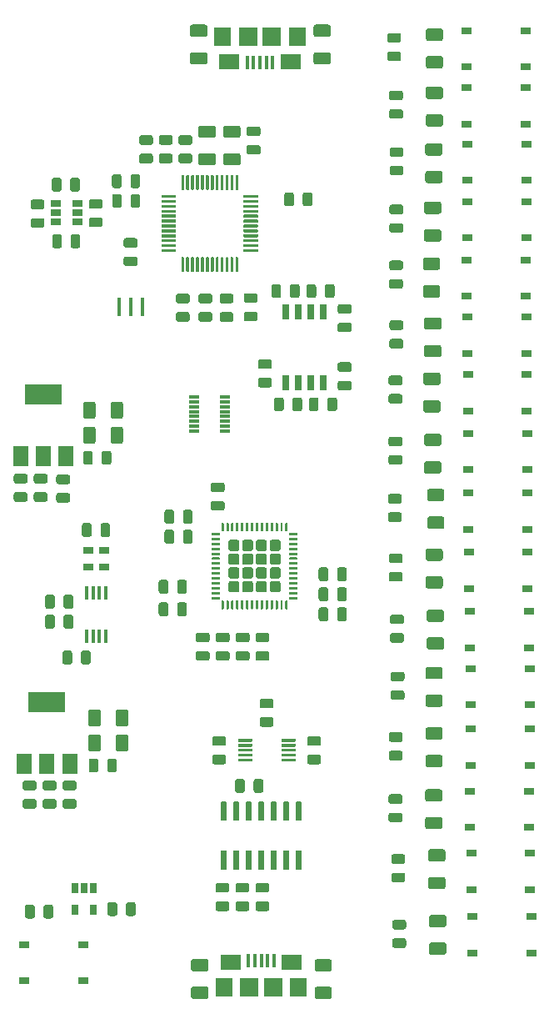
<source format=gbr>
G04 #@! TF.GenerationSoftware,KiCad,Pcbnew,(5.1.5-0-10_14)*
G04 #@! TF.CreationDate,2021-03-08T16:24:22-08:00*
G04 #@! TF.ProjectId,strive_pcb_rev2,73747269-7665-45f7-9063-625f72657632,rev?*
G04 #@! TF.SameCoordinates,Original*
G04 #@! TF.FileFunction,Paste,Top*
G04 #@! TF.FilePolarity,Positive*
%FSLAX46Y46*%
G04 Gerber Fmt 4.6, Leading zero omitted, Abs format (unit mm)*
G04 Created by KiCad (PCBNEW (5.1.5-0-10_14)) date 2021-03-08 16:24:22*
%MOMM*%
%LPD*%
G04 APERTURE LIST*
%ADD10R,1.900000X1.900000*%
%ADD11R,1.800000X1.900000*%
%ADD12R,2.100000X1.600000*%
%ADD13R,0.400000X1.350000*%
%ADD14R,0.977900X0.304800*%
%ADD15C,0.100000*%
%ADD16R,1.016000X0.660400*%
%ADD17R,1.000000X0.700000*%
%ADD18R,0.400000X1.900000*%
%ADD19R,0.650000X1.650000*%
%ADD20R,0.650000X1.060000*%
%ADD21R,0.450000X1.450000*%
%ADD22R,1.500000X2.000000*%
%ADD23R,3.800000X2.000000*%
%ADD24R,1.060000X0.650000*%
G04 APERTURE END LIST*
D10*
X164877600Y-140292200D03*
X162477600Y-140292200D03*
D11*
X167477600Y-140292200D03*
X159877600Y-140292200D03*
D12*
X166777600Y-137742200D03*
X160577600Y-137742200D03*
D13*
X164977600Y-137617200D03*
X162377600Y-137617200D03*
X164327600Y-137617200D03*
X163027600Y-137617200D03*
X163677600Y-137617200D03*
D10*
X162344400Y-43738800D03*
X164744400Y-43738800D03*
D11*
X159744400Y-43738800D03*
X167344400Y-43738800D03*
D12*
X160444400Y-46288800D03*
X166644400Y-46288800D03*
D13*
X162244400Y-46413800D03*
X164844400Y-46413800D03*
X162894400Y-46413800D03*
X164194400Y-46413800D03*
X163544400Y-46413800D03*
D14*
X159962850Y-80342801D03*
X159962850Y-80842800D03*
X159962850Y-81342802D03*
X159962850Y-81842800D03*
X159962850Y-82342800D03*
X159962850Y-82842801D03*
X159962850Y-83342800D03*
X159962850Y-83842802D03*
X156876750Y-83842799D03*
X156876750Y-83342800D03*
X156876750Y-82842798D03*
X156876750Y-82342800D03*
X156876750Y-81842800D03*
X156876750Y-81342799D03*
X156876750Y-80842800D03*
X156876750Y-80342798D03*
D15*
G36*
X161790142Y-119151174D02*
G01*
X161813803Y-119154684D01*
X161837007Y-119160496D01*
X161859529Y-119168554D01*
X161881153Y-119178782D01*
X161901670Y-119191079D01*
X161920883Y-119205329D01*
X161938607Y-119221393D01*
X161954671Y-119239117D01*
X161968921Y-119258330D01*
X161981218Y-119278847D01*
X161991446Y-119300471D01*
X161999504Y-119322993D01*
X162005316Y-119346197D01*
X162008826Y-119369858D01*
X162010000Y-119393750D01*
X162010000Y-120306250D01*
X162008826Y-120330142D01*
X162005316Y-120353803D01*
X161999504Y-120377007D01*
X161991446Y-120399529D01*
X161981218Y-120421153D01*
X161968921Y-120441670D01*
X161954671Y-120460883D01*
X161938607Y-120478607D01*
X161920883Y-120494671D01*
X161901670Y-120508921D01*
X161881153Y-120521218D01*
X161859529Y-120531446D01*
X161837007Y-120539504D01*
X161813803Y-120545316D01*
X161790142Y-120548826D01*
X161766250Y-120550000D01*
X161278750Y-120550000D01*
X161254858Y-120548826D01*
X161231197Y-120545316D01*
X161207993Y-120539504D01*
X161185471Y-120531446D01*
X161163847Y-120521218D01*
X161143330Y-120508921D01*
X161124117Y-120494671D01*
X161106393Y-120478607D01*
X161090329Y-120460883D01*
X161076079Y-120441670D01*
X161063782Y-120421153D01*
X161053554Y-120399529D01*
X161045496Y-120377007D01*
X161039684Y-120353803D01*
X161036174Y-120330142D01*
X161035000Y-120306250D01*
X161035000Y-119393750D01*
X161036174Y-119369858D01*
X161039684Y-119346197D01*
X161045496Y-119322993D01*
X161053554Y-119300471D01*
X161063782Y-119278847D01*
X161076079Y-119258330D01*
X161090329Y-119239117D01*
X161106393Y-119221393D01*
X161124117Y-119205329D01*
X161143330Y-119191079D01*
X161163847Y-119178782D01*
X161185471Y-119168554D01*
X161207993Y-119160496D01*
X161231197Y-119154684D01*
X161254858Y-119151174D01*
X161278750Y-119150000D01*
X161766250Y-119150000D01*
X161790142Y-119151174D01*
G37*
G36*
X163665142Y-119151174D02*
G01*
X163688803Y-119154684D01*
X163712007Y-119160496D01*
X163734529Y-119168554D01*
X163756153Y-119178782D01*
X163776670Y-119191079D01*
X163795883Y-119205329D01*
X163813607Y-119221393D01*
X163829671Y-119239117D01*
X163843921Y-119258330D01*
X163856218Y-119278847D01*
X163866446Y-119300471D01*
X163874504Y-119322993D01*
X163880316Y-119346197D01*
X163883826Y-119369858D01*
X163885000Y-119393750D01*
X163885000Y-120306250D01*
X163883826Y-120330142D01*
X163880316Y-120353803D01*
X163874504Y-120377007D01*
X163866446Y-120399529D01*
X163856218Y-120421153D01*
X163843921Y-120441670D01*
X163829671Y-120460883D01*
X163813607Y-120478607D01*
X163795883Y-120494671D01*
X163776670Y-120508921D01*
X163756153Y-120521218D01*
X163734529Y-120531446D01*
X163712007Y-120539504D01*
X163688803Y-120545316D01*
X163665142Y-120548826D01*
X163641250Y-120550000D01*
X163153750Y-120550000D01*
X163129858Y-120548826D01*
X163106197Y-120545316D01*
X163082993Y-120539504D01*
X163060471Y-120531446D01*
X163038847Y-120521218D01*
X163018330Y-120508921D01*
X162999117Y-120494671D01*
X162981393Y-120478607D01*
X162965329Y-120460883D01*
X162951079Y-120441670D01*
X162938782Y-120421153D01*
X162928554Y-120399529D01*
X162920496Y-120377007D01*
X162914684Y-120353803D01*
X162911174Y-120330142D01*
X162910000Y-120306250D01*
X162910000Y-119393750D01*
X162911174Y-119369858D01*
X162914684Y-119346197D01*
X162920496Y-119322993D01*
X162928554Y-119300471D01*
X162938782Y-119278847D01*
X162951079Y-119258330D01*
X162965329Y-119239117D01*
X162981393Y-119221393D01*
X162999117Y-119205329D01*
X163018330Y-119191079D01*
X163038847Y-119178782D01*
X163060471Y-119168554D01*
X163082993Y-119160496D01*
X163106197Y-119154684D01*
X163129858Y-119151174D01*
X163153750Y-119150000D01*
X163641250Y-119150000D01*
X163665142Y-119151174D01*
G37*
D16*
X147718780Y-95968820D03*
X147718780Y-97619820D03*
X146118580Y-97619820D03*
X146118580Y-95968820D03*
D17*
X185109600Y-133119809D03*
X191109600Y-133119809D03*
X185109600Y-136819809D03*
X191109600Y-136819809D03*
X139600000Y-135950000D03*
X145600000Y-135950000D03*
X139600000Y-139650000D03*
X145600000Y-139650000D03*
X185010000Y-126660000D03*
X191010000Y-126660000D03*
X185010000Y-130360000D03*
X191010000Y-130360000D03*
X184924890Y-120367103D03*
X190924890Y-120367103D03*
X184924890Y-124067103D03*
X190924890Y-124067103D03*
X184954092Y-114080049D03*
X190954092Y-114080049D03*
X184954092Y-117780049D03*
X190954092Y-117780049D03*
X184936793Y-107936284D03*
X190936793Y-107936284D03*
X184936793Y-111636284D03*
X190936793Y-111636284D03*
X184873596Y-102124769D03*
X190873596Y-102124769D03*
X184873596Y-105824769D03*
X190873596Y-105824769D03*
X184756076Y-96125186D03*
X190756076Y-96125186D03*
X184756076Y-99825186D03*
X190756076Y-99825186D03*
X184720008Y-90078446D03*
X190720008Y-90078446D03*
X184720008Y-93778446D03*
X190720008Y-93778446D03*
X184710000Y-84060000D03*
X190710000Y-84060000D03*
X184710000Y-87760000D03*
X190710000Y-87760000D03*
X184675721Y-78109678D03*
X190675721Y-78109678D03*
X184675721Y-81809678D03*
X190675721Y-81809678D03*
X184610000Y-72260000D03*
X190610000Y-72260000D03*
X184610000Y-75960000D03*
X190610000Y-75960000D03*
X184585000Y-66435000D03*
X190585000Y-66435000D03*
X184585000Y-70135000D03*
X190585000Y-70135000D03*
X184610000Y-60510000D03*
X190610000Y-60510000D03*
X184610000Y-64210000D03*
X190610000Y-64210000D03*
X184635000Y-54685000D03*
X190635000Y-54685000D03*
X184635000Y-58385000D03*
X190635000Y-58385000D03*
X184585000Y-48935000D03*
X190585000Y-48935000D03*
X184585000Y-52635000D03*
X190585000Y-52635000D03*
X184585000Y-43160000D03*
X190585000Y-43160000D03*
X184585000Y-46860000D03*
X190585000Y-46860000D03*
D18*
X151600000Y-71200000D03*
X150400000Y-71200000D03*
X149200000Y-71200000D03*
D19*
X169975000Y-78910000D03*
X168705000Y-78910000D03*
X167435000Y-78910000D03*
X166165000Y-78910000D03*
X166165000Y-71710000D03*
X167435000Y-71710000D03*
X168705000Y-71710000D03*
X169975000Y-71710000D03*
D15*
G36*
X154957351Y-65350361D02*
G01*
X154964632Y-65351441D01*
X154971771Y-65353229D01*
X154978701Y-65355709D01*
X154985355Y-65358856D01*
X154991668Y-65362640D01*
X154997579Y-65367024D01*
X155003033Y-65371967D01*
X155007976Y-65377421D01*
X155012360Y-65383332D01*
X155016144Y-65389645D01*
X155019291Y-65396299D01*
X155021771Y-65403229D01*
X155023559Y-65410368D01*
X155024639Y-65417649D01*
X155025000Y-65425000D01*
X155025000Y-65575000D01*
X155024639Y-65582351D01*
X155023559Y-65589632D01*
X155021771Y-65596771D01*
X155019291Y-65603701D01*
X155016144Y-65610355D01*
X155012360Y-65616668D01*
X155007976Y-65622579D01*
X155003033Y-65628033D01*
X154997579Y-65632976D01*
X154991668Y-65637360D01*
X154985355Y-65641144D01*
X154978701Y-65644291D01*
X154971771Y-65646771D01*
X154964632Y-65648559D01*
X154957351Y-65649639D01*
X154950000Y-65650000D01*
X153625000Y-65650000D01*
X153617649Y-65649639D01*
X153610368Y-65648559D01*
X153603229Y-65646771D01*
X153596299Y-65644291D01*
X153589645Y-65641144D01*
X153583332Y-65637360D01*
X153577421Y-65632976D01*
X153571967Y-65628033D01*
X153567024Y-65622579D01*
X153562640Y-65616668D01*
X153558856Y-65610355D01*
X153555709Y-65603701D01*
X153553229Y-65596771D01*
X153551441Y-65589632D01*
X153550361Y-65582351D01*
X153550000Y-65575000D01*
X153550000Y-65425000D01*
X153550361Y-65417649D01*
X153551441Y-65410368D01*
X153553229Y-65403229D01*
X153555709Y-65396299D01*
X153558856Y-65389645D01*
X153562640Y-65383332D01*
X153567024Y-65377421D01*
X153571967Y-65371967D01*
X153577421Y-65367024D01*
X153583332Y-65362640D01*
X153589645Y-65358856D01*
X153596299Y-65355709D01*
X153603229Y-65353229D01*
X153610368Y-65351441D01*
X153617649Y-65350361D01*
X153625000Y-65350000D01*
X154950000Y-65350000D01*
X154957351Y-65350361D01*
G37*
G36*
X154957351Y-64850361D02*
G01*
X154964632Y-64851441D01*
X154971771Y-64853229D01*
X154978701Y-64855709D01*
X154985355Y-64858856D01*
X154991668Y-64862640D01*
X154997579Y-64867024D01*
X155003033Y-64871967D01*
X155007976Y-64877421D01*
X155012360Y-64883332D01*
X155016144Y-64889645D01*
X155019291Y-64896299D01*
X155021771Y-64903229D01*
X155023559Y-64910368D01*
X155024639Y-64917649D01*
X155025000Y-64925000D01*
X155025000Y-65075000D01*
X155024639Y-65082351D01*
X155023559Y-65089632D01*
X155021771Y-65096771D01*
X155019291Y-65103701D01*
X155016144Y-65110355D01*
X155012360Y-65116668D01*
X155007976Y-65122579D01*
X155003033Y-65128033D01*
X154997579Y-65132976D01*
X154991668Y-65137360D01*
X154985355Y-65141144D01*
X154978701Y-65144291D01*
X154971771Y-65146771D01*
X154964632Y-65148559D01*
X154957351Y-65149639D01*
X154950000Y-65150000D01*
X153625000Y-65150000D01*
X153617649Y-65149639D01*
X153610368Y-65148559D01*
X153603229Y-65146771D01*
X153596299Y-65144291D01*
X153589645Y-65141144D01*
X153583332Y-65137360D01*
X153577421Y-65132976D01*
X153571967Y-65128033D01*
X153567024Y-65122579D01*
X153562640Y-65116668D01*
X153558856Y-65110355D01*
X153555709Y-65103701D01*
X153553229Y-65096771D01*
X153551441Y-65089632D01*
X153550361Y-65082351D01*
X153550000Y-65075000D01*
X153550000Y-64925000D01*
X153550361Y-64917649D01*
X153551441Y-64910368D01*
X153553229Y-64903229D01*
X153555709Y-64896299D01*
X153558856Y-64889645D01*
X153562640Y-64883332D01*
X153567024Y-64877421D01*
X153571967Y-64871967D01*
X153577421Y-64867024D01*
X153583332Y-64862640D01*
X153589645Y-64858856D01*
X153596299Y-64855709D01*
X153603229Y-64853229D01*
X153610368Y-64851441D01*
X153617649Y-64850361D01*
X153625000Y-64850000D01*
X154950000Y-64850000D01*
X154957351Y-64850361D01*
G37*
G36*
X154957351Y-64350361D02*
G01*
X154964632Y-64351441D01*
X154971771Y-64353229D01*
X154978701Y-64355709D01*
X154985355Y-64358856D01*
X154991668Y-64362640D01*
X154997579Y-64367024D01*
X155003033Y-64371967D01*
X155007976Y-64377421D01*
X155012360Y-64383332D01*
X155016144Y-64389645D01*
X155019291Y-64396299D01*
X155021771Y-64403229D01*
X155023559Y-64410368D01*
X155024639Y-64417649D01*
X155025000Y-64425000D01*
X155025000Y-64575000D01*
X155024639Y-64582351D01*
X155023559Y-64589632D01*
X155021771Y-64596771D01*
X155019291Y-64603701D01*
X155016144Y-64610355D01*
X155012360Y-64616668D01*
X155007976Y-64622579D01*
X155003033Y-64628033D01*
X154997579Y-64632976D01*
X154991668Y-64637360D01*
X154985355Y-64641144D01*
X154978701Y-64644291D01*
X154971771Y-64646771D01*
X154964632Y-64648559D01*
X154957351Y-64649639D01*
X154950000Y-64650000D01*
X153625000Y-64650000D01*
X153617649Y-64649639D01*
X153610368Y-64648559D01*
X153603229Y-64646771D01*
X153596299Y-64644291D01*
X153589645Y-64641144D01*
X153583332Y-64637360D01*
X153577421Y-64632976D01*
X153571967Y-64628033D01*
X153567024Y-64622579D01*
X153562640Y-64616668D01*
X153558856Y-64610355D01*
X153555709Y-64603701D01*
X153553229Y-64596771D01*
X153551441Y-64589632D01*
X153550361Y-64582351D01*
X153550000Y-64575000D01*
X153550000Y-64425000D01*
X153550361Y-64417649D01*
X153551441Y-64410368D01*
X153553229Y-64403229D01*
X153555709Y-64396299D01*
X153558856Y-64389645D01*
X153562640Y-64383332D01*
X153567024Y-64377421D01*
X153571967Y-64371967D01*
X153577421Y-64367024D01*
X153583332Y-64362640D01*
X153589645Y-64358856D01*
X153596299Y-64355709D01*
X153603229Y-64353229D01*
X153610368Y-64351441D01*
X153617649Y-64350361D01*
X153625000Y-64350000D01*
X154950000Y-64350000D01*
X154957351Y-64350361D01*
G37*
G36*
X154957351Y-63850361D02*
G01*
X154964632Y-63851441D01*
X154971771Y-63853229D01*
X154978701Y-63855709D01*
X154985355Y-63858856D01*
X154991668Y-63862640D01*
X154997579Y-63867024D01*
X155003033Y-63871967D01*
X155007976Y-63877421D01*
X155012360Y-63883332D01*
X155016144Y-63889645D01*
X155019291Y-63896299D01*
X155021771Y-63903229D01*
X155023559Y-63910368D01*
X155024639Y-63917649D01*
X155025000Y-63925000D01*
X155025000Y-64075000D01*
X155024639Y-64082351D01*
X155023559Y-64089632D01*
X155021771Y-64096771D01*
X155019291Y-64103701D01*
X155016144Y-64110355D01*
X155012360Y-64116668D01*
X155007976Y-64122579D01*
X155003033Y-64128033D01*
X154997579Y-64132976D01*
X154991668Y-64137360D01*
X154985355Y-64141144D01*
X154978701Y-64144291D01*
X154971771Y-64146771D01*
X154964632Y-64148559D01*
X154957351Y-64149639D01*
X154950000Y-64150000D01*
X153625000Y-64150000D01*
X153617649Y-64149639D01*
X153610368Y-64148559D01*
X153603229Y-64146771D01*
X153596299Y-64144291D01*
X153589645Y-64141144D01*
X153583332Y-64137360D01*
X153577421Y-64132976D01*
X153571967Y-64128033D01*
X153567024Y-64122579D01*
X153562640Y-64116668D01*
X153558856Y-64110355D01*
X153555709Y-64103701D01*
X153553229Y-64096771D01*
X153551441Y-64089632D01*
X153550361Y-64082351D01*
X153550000Y-64075000D01*
X153550000Y-63925000D01*
X153550361Y-63917649D01*
X153551441Y-63910368D01*
X153553229Y-63903229D01*
X153555709Y-63896299D01*
X153558856Y-63889645D01*
X153562640Y-63883332D01*
X153567024Y-63877421D01*
X153571967Y-63871967D01*
X153577421Y-63867024D01*
X153583332Y-63862640D01*
X153589645Y-63858856D01*
X153596299Y-63855709D01*
X153603229Y-63853229D01*
X153610368Y-63851441D01*
X153617649Y-63850361D01*
X153625000Y-63850000D01*
X154950000Y-63850000D01*
X154957351Y-63850361D01*
G37*
G36*
X154957351Y-63350361D02*
G01*
X154964632Y-63351441D01*
X154971771Y-63353229D01*
X154978701Y-63355709D01*
X154985355Y-63358856D01*
X154991668Y-63362640D01*
X154997579Y-63367024D01*
X155003033Y-63371967D01*
X155007976Y-63377421D01*
X155012360Y-63383332D01*
X155016144Y-63389645D01*
X155019291Y-63396299D01*
X155021771Y-63403229D01*
X155023559Y-63410368D01*
X155024639Y-63417649D01*
X155025000Y-63425000D01*
X155025000Y-63575000D01*
X155024639Y-63582351D01*
X155023559Y-63589632D01*
X155021771Y-63596771D01*
X155019291Y-63603701D01*
X155016144Y-63610355D01*
X155012360Y-63616668D01*
X155007976Y-63622579D01*
X155003033Y-63628033D01*
X154997579Y-63632976D01*
X154991668Y-63637360D01*
X154985355Y-63641144D01*
X154978701Y-63644291D01*
X154971771Y-63646771D01*
X154964632Y-63648559D01*
X154957351Y-63649639D01*
X154950000Y-63650000D01*
X153625000Y-63650000D01*
X153617649Y-63649639D01*
X153610368Y-63648559D01*
X153603229Y-63646771D01*
X153596299Y-63644291D01*
X153589645Y-63641144D01*
X153583332Y-63637360D01*
X153577421Y-63632976D01*
X153571967Y-63628033D01*
X153567024Y-63622579D01*
X153562640Y-63616668D01*
X153558856Y-63610355D01*
X153555709Y-63603701D01*
X153553229Y-63596771D01*
X153551441Y-63589632D01*
X153550361Y-63582351D01*
X153550000Y-63575000D01*
X153550000Y-63425000D01*
X153550361Y-63417649D01*
X153551441Y-63410368D01*
X153553229Y-63403229D01*
X153555709Y-63396299D01*
X153558856Y-63389645D01*
X153562640Y-63383332D01*
X153567024Y-63377421D01*
X153571967Y-63371967D01*
X153577421Y-63367024D01*
X153583332Y-63362640D01*
X153589645Y-63358856D01*
X153596299Y-63355709D01*
X153603229Y-63353229D01*
X153610368Y-63351441D01*
X153617649Y-63350361D01*
X153625000Y-63350000D01*
X154950000Y-63350000D01*
X154957351Y-63350361D01*
G37*
G36*
X154957351Y-62850361D02*
G01*
X154964632Y-62851441D01*
X154971771Y-62853229D01*
X154978701Y-62855709D01*
X154985355Y-62858856D01*
X154991668Y-62862640D01*
X154997579Y-62867024D01*
X155003033Y-62871967D01*
X155007976Y-62877421D01*
X155012360Y-62883332D01*
X155016144Y-62889645D01*
X155019291Y-62896299D01*
X155021771Y-62903229D01*
X155023559Y-62910368D01*
X155024639Y-62917649D01*
X155025000Y-62925000D01*
X155025000Y-63075000D01*
X155024639Y-63082351D01*
X155023559Y-63089632D01*
X155021771Y-63096771D01*
X155019291Y-63103701D01*
X155016144Y-63110355D01*
X155012360Y-63116668D01*
X155007976Y-63122579D01*
X155003033Y-63128033D01*
X154997579Y-63132976D01*
X154991668Y-63137360D01*
X154985355Y-63141144D01*
X154978701Y-63144291D01*
X154971771Y-63146771D01*
X154964632Y-63148559D01*
X154957351Y-63149639D01*
X154950000Y-63150000D01*
X153625000Y-63150000D01*
X153617649Y-63149639D01*
X153610368Y-63148559D01*
X153603229Y-63146771D01*
X153596299Y-63144291D01*
X153589645Y-63141144D01*
X153583332Y-63137360D01*
X153577421Y-63132976D01*
X153571967Y-63128033D01*
X153567024Y-63122579D01*
X153562640Y-63116668D01*
X153558856Y-63110355D01*
X153555709Y-63103701D01*
X153553229Y-63096771D01*
X153551441Y-63089632D01*
X153550361Y-63082351D01*
X153550000Y-63075000D01*
X153550000Y-62925000D01*
X153550361Y-62917649D01*
X153551441Y-62910368D01*
X153553229Y-62903229D01*
X153555709Y-62896299D01*
X153558856Y-62889645D01*
X153562640Y-62883332D01*
X153567024Y-62877421D01*
X153571967Y-62871967D01*
X153577421Y-62867024D01*
X153583332Y-62862640D01*
X153589645Y-62858856D01*
X153596299Y-62855709D01*
X153603229Y-62853229D01*
X153610368Y-62851441D01*
X153617649Y-62850361D01*
X153625000Y-62850000D01*
X154950000Y-62850000D01*
X154957351Y-62850361D01*
G37*
G36*
X154957351Y-62350361D02*
G01*
X154964632Y-62351441D01*
X154971771Y-62353229D01*
X154978701Y-62355709D01*
X154985355Y-62358856D01*
X154991668Y-62362640D01*
X154997579Y-62367024D01*
X155003033Y-62371967D01*
X155007976Y-62377421D01*
X155012360Y-62383332D01*
X155016144Y-62389645D01*
X155019291Y-62396299D01*
X155021771Y-62403229D01*
X155023559Y-62410368D01*
X155024639Y-62417649D01*
X155025000Y-62425000D01*
X155025000Y-62575000D01*
X155024639Y-62582351D01*
X155023559Y-62589632D01*
X155021771Y-62596771D01*
X155019291Y-62603701D01*
X155016144Y-62610355D01*
X155012360Y-62616668D01*
X155007976Y-62622579D01*
X155003033Y-62628033D01*
X154997579Y-62632976D01*
X154991668Y-62637360D01*
X154985355Y-62641144D01*
X154978701Y-62644291D01*
X154971771Y-62646771D01*
X154964632Y-62648559D01*
X154957351Y-62649639D01*
X154950000Y-62650000D01*
X153625000Y-62650000D01*
X153617649Y-62649639D01*
X153610368Y-62648559D01*
X153603229Y-62646771D01*
X153596299Y-62644291D01*
X153589645Y-62641144D01*
X153583332Y-62637360D01*
X153577421Y-62632976D01*
X153571967Y-62628033D01*
X153567024Y-62622579D01*
X153562640Y-62616668D01*
X153558856Y-62610355D01*
X153555709Y-62603701D01*
X153553229Y-62596771D01*
X153551441Y-62589632D01*
X153550361Y-62582351D01*
X153550000Y-62575000D01*
X153550000Y-62425000D01*
X153550361Y-62417649D01*
X153551441Y-62410368D01*
X153553229Y-62403229D01*
X153555709Y-62396299D01*
X153558856Y-62389645D01*
X153562640Y-62383332D01*
X153567024Y-62377421D01*
X153571967Y-62371967D01*
X153577421Y-62367024D01*
X153583332Y-62362640D01*
X153589645Y-62358856D01*
X153596299Y-62355709D01*
X153603229Y-62353229D01*
X153610368Y-62351441D01*
X153617649Y-62350361D01*
X153625000Y-62350000D01*
X154950000Y-62350000D01*
X154957351Y-62350361D01*
G37*
G36*
X154957351Y-61850361D02*
G01*
X154964632Y-61851441D01*
X154971771Y-61853229D01*
X154978701Y-61855709D01*
X154985355Y-61858856D01*
X154991668Y-61862640D01*
X154997579Y-61867024D01*
X155003033Y-61871967D01*
X155007976Y-61877421D01*
X155012360Y-61883332D01*
X155016144Y-61889645D01*
X155019291Y-61896299D01*
X155021771Y-61903229D01*
X155023559Y-61910368D01*
X155024639Y-61917649D01*
X155025000Y-61925000D01*
X155025000Y-62075000D01*
X155024639Y-62082351D01*
X155023559Y-62089632D01*
X155021771Y-62096771D01*
X155019291Y-62103701D01*
X155016144Y-62110355D01*
X155012360Y-62116668D01*
X155007976Y-62122579D01*
X155003033Y-62128033D01*
X154997579Y-62132976D01*
X154991668Y-62137360D01*
X154985355Y-62141144D01*
X154978701Y-62144291D01*
X154971771Y-62146771D01*
X154964632Y-62148559D01*
X154957351Y-62149639D01*
X154950000Y-62150000D01*
X153625000Y-62150000D01*
X153617649Y-62149639D01*
X153610368Y-62148559D01*
X153603229Y-62146771D01*
X153596299Y-62144291D01*
X153589645Y-62141144D01*
X153583332Y-62137360D01*
X153577421Y-62132976D01*
X153571967Y-62128033D01*
X153567024Y-62122579D01*
X153562640Y-62116668D01*
X153558856Y-62110355D01*
X153555709Y-62103701D01*
X153553229Y-62096771D01*
X153551441Y-62089632D01*
X153550361Y-62082351D01*
X153550000Y-62075000D01*
X153550000Y-61925000D01*
X153550361Y-61917649D01*
X153551441Y-61910368D01*
X153553229Y-61903229D01*
X153555709Y-61896299D01*
X153558856Y-61889645D01*
X153562640Y-61883332D01*
X153567024Y-61877421D01*
X153571967Y-61871967D01*
X153577421Y-61867024D01*
X153583332Y-61862640D01*
X153589645Y-61858856D01*
X153596299Y-61855709D01*
X153603229Y-61853229D01*
X153610368Y-61851441D01*
X153617649Y-61850361D01*
X153625000Y-61850000D01*
X154950000Y-61850000D01*
X154957351Y-61850361D01*
G37*
G36*
X154957351Y-61350361D02*
G01*
X154964632Y-61351441D01*
X154971771Y-61353229D01*
X154978701Y-61355709D01*
X154985355Y-61358856D01*
X154991668Y-61362640D01*
X154997579Y-61367024D01*
X155003033Y-61371967D01*
X155007976Y-61377421D01*
X155012360Y-61383332D01*
X155016144Y-61389645D01*
X155019291Y-61396299D01*
X155021771Y-61403229D01*
X155023559Y-61410368D01*
X155024639Y-61417649D01*
X155025000Y-61425000D01*
X155025000Y-61575000D01*
X155024639Y-61582351D01*
X155023559Y-61589632D01*
X155021771Y-61596771D01*
X155019291Y-61603701D01*
X155016144Y-61610355D01*
X155012360Y-61616668D01*
X155007976Y-61622579D01*
X155003033Y-61628033D01*
X154997579Y-61632976D01*
X154991668Y-61637360D01*
X154985355Y-61641144D01*
X154978701Y-61644291D01*
X154971771Y-61646771D01*
X154964632Y-61648559D01*
X154957351Y-61649639D01*
X154950000Y-61650000D01*
X153625000Y-61650000D01*
X153617649Y-61649639D01*
X153610368Y-61648559D01*
X153603229Y-61646771D01*
X153596299Y-61644291D01*
X153589645Y-61641144D01*
X153583332Y-61637360D01*
X153577421Y-61632976D01*
X153571967Y-61628033D01*
X153567024Y-61622579D01*
X153562640Y-61616668D01*
X153558856Y-61610355D01*
X153555709Y-61603701D01*
X153553229Y-61596771D01*
X153551441Y-61589632D01*
X153550361Y-61582351D01*
X153550000Y-61575000D01*
X153550000Y-61425000D01*
X153550361Y-61417649D01*
X153551441Y-61410368D01*
X153553229Y-61403229D01*
X153555709Y-61396299D01*
X153558856Y-61389645D01*
X153562640Y-61383332D01*
X153567024Y-61377421D01*
X153571967Y-61371967D01*
X153577421Y-61367024D01*
X153583332Y-61362640D01*
X153589645Y-61358856D01*
X153596299Y-61355709D01*
X153603229Y-61353229D01*
X153610368Y-61351441D01*
X153617649Y-61350361D01*
X153625000Y-61350000D01*
X154950000Y-61350000D01*
X154957351Y-61350361D01*
G37*
G36*
X154957351Y-60850361D02*
G01*
X154964632Y-60851441D01*
X154971771Y-60853229D01*
X154978701Y-60855709D01*
X154985355Y-60858856D01*
X154991668Y-60862640D01*
X154997579Y-60867024D01*
X155003033Y-60871967D01*
X155007976Y-60877421D01*
X155012360Y-60883332D01*
X155016144Y-60889645D01*
X155019291Y-60896299D01*
X155021771Y-60903229D01*
X155023559Y-60910368D01*
X155024639Y-60917649D01*
X155025000Y-60925000D01*
X155025000Y-61075000D01*
X155024639Y-61082351D01*
X155023559Y-61089632D01*
X155021771Y-61096771D01*
X155019291Y-61103701D01*
X155016144Y-61110355D01*
X155012360Y-61116668D01*
X155007976Y-61122579D01*
X155003033Y-61128033D01*
X154997579Y-61132976D01*
X154991668Y-61137360D01*
X154985355Y-61141144D01*
X154978701Y-61144291D01*
X154971771Y-61146771D01*
X154964632Y-61148559D01*
X154957351Y-61149639D01*
X154950000Y-61150000D01*
X153625000Y-61150000D01*
X153617649Y-61149639D01*
X153610368Y-61148559D01*
X153603229Y-61146771D01*
X153596299Y-61144291D01*
X153589645Y-61141144D01*
X153583332Y-61137360D01*
X153577421Y-61132976D01*
X153571967Y-61128033D01*
X153567024Y-61122579D01*
X153562640Y-61116668D01*
X153558856Y-61110355D01*
X153555709Y-61103701D01*
X153553229Y-61096771D01*
X153551441Y-61089632D01*
X153550361Y-61082351D01*
X153550000Y-61075000D01*
X153550000Y-60925000D01*
X153550361Y-60917649D01*
X153551441Y-60910368D01*
X153553229Y-60903229D01*
X153555709Y-60896299D01*
X153558856Y-60889645D01*
X153562640Y-60883332D01*
X153567024Y-60877421D01*
X153571967Y-60871967D01*
X153577421Y-60867024D01*
X153583332Y-60862640D01*
X153589645Y-60858856D01*
X153596299Y-60855709D01*
X153603229Y-60853229D01*
X153610368Y-60851441D01*
X153617649Y-60850361D01*
X153625000Y-60850000D01*
X154950000Y-60850000D01*
X154957351Y-60850361D01*
G37*
G36*
X154957351Y-60350361D02*
G01*
X154964632Y-60351441D01*
X154971771Y-60353229D01*
X154978701Y-60355709D01*
X154985355Y-60358856D01*
X154991668Y-60362640D01*
X154997579Y-60367024D01*
X155003033Y-60371967D01*
X155007976Y-60377421D01*
X155012360Y-60383332D01*
X155016144Y-60389645D01*
X155019291Y-60396299D01*
X155021771Y-60403229D01*
X155023559Y-60410368D01*
X155024639Y-60417649D01*
X155025000Y-60425000D01*
X155025000Y-60575000D01*
X155024639Y-60582351D01*
X155023559Y-60589632D01*
X155021771Y-60596771D01*
X155019291Y-60603701D01*
X155016144Y-60610355D01*
X155012360Y-60616668D01*
X155007976Y-60622579D01*
X155003033Y-60628033D01*
X154997579Y-60632976D01*
X154991668Y-60637360D01*
X154985355Y-60641144D01*
X154978701Y-60644291D01*
X154971771Y-60646771D01*
X154964632Y-60648559D01*
X154957351Y-60649639D01*
X154950000Y-60650000D01*
X153625000Y-60650000D01*
X153617649Y-60649639D01*
X153610368Y-60648559D01*
X153603229Y-60646771D01*
X153596299Y-60644291D01*
X153589645Y-60641144D01*
X153583332Y-60637360D01*
X153577421Y-60632976D01*
X153571967Y-60628033D01*
X153567024Y-60622579D01*
X153562640Y-60616668D01*
X153558856Y-60610355D01*
X153555709Y-60603701D01*
X153553229Y-60596771D01*
X153551441Y-60589632D01*
X153550361Y-60582351D01*
X153550000Y-60575000D01*
X153550000Y-60425000D01*
X153550361Y-60417649D01*
X153551441Y-60410368D01*
X153553229Y-60403229D01*
X153555709Y-60396299D01*
X153558856Y-60389645D01*
X153562640Y-60383332D01*
X153567024Y-60377421D01*
X153571967Y-60371967D01*
X153577421Y-60367024D01*
X153583332Y-60362640D01*
X153589645Y-60358856D01*
X153596299Y-60355709D01*
X153603229Y-60353229D01*
X153610368Y-60351441D01*
X153617649Y-60350361D01*
X153625000Y-60350000D01*
X154950000Y-60350000D01*
X154957351Y-60350361D01*
G37*
G36*
X154957351Y-59850361D02*
G01*
X154964632Y-59851441D01*
X154971771Y-59853229D01*
X154978701Y-59855709D01*
X154985355Y-59858856D01*
X154991668Y-59862640D01*
X154997579Y-59867024D01*
X155003033Y-59871967D01*
X155007976Y-59877421D01*
X155012360Y-59883332D01*
X155016144Y-59889645D01*
X155019291Y-59896299D01*
X155021771Y-59903229D01*
X155023559Y-59910368D01*
X155024639Y-59917649D01*
X155025000Y-59925000D01*
X155025000Y-60075000D01*
X155024639Y-60082351D01*
X155023559Y-60089632D01*
X155021771Y-60096771D01*
X155019291Y-60103701D01*
X155016144Y-60110355D01*
X155012360Y-60116668D01*
X155007976Y-60122579D01*
X155003033Y-60128033D01*
X154997579Y-60132976D01*
X154991668Y-60137360D01*
X154985355Y-60141144D01*
X154978701Y-60144291D01*
X154971771Y-60146771D01*
X154964632Y-60148559D01*
X154957351Y-60149639D01*
X154950000Y-60150000D01*
X153625000Y-60150000D01*
X153617649Y-60149639D01*
X153610368Y-60148559D01*
X153603229Y-60146771D01*
X153596299Y-60144291D01*
X153589645Y-60141144D01*
X153583332Y-60137360D01*
X153577421Y-60132976D01*
X153571967Y-60128033D01*
X153567024Y-60122579D01*
X153562640Y-60116668D01*
X153558856Y-60110355D01*
X153555709Y-60103701D01*
X153553229Y-60096771D01*
X153551441Y-60089632D01*
X153550361Y-60082351D01*
X153550000Y-60075000D01*
X153550000Y-59925000D01*
X153550361Y-59917649D01*
X153551441Y-59910368D01*
X153553229Y-59903229D01*
X153555709Y-59896299D01*
X153558856Y-59889645D01*
X153562640Y-59883332D01*
X153567024Y-59877421D01*
X153571967Y-59871967D01*
X153577421Y-59867024D01*
X153583332Y-59862640D01*
X153589645Y-59858856D01*
X153596299Y-59855709D01*
X153603229Y-59853229D01*
X153610368Y-59851441D01*
X153617649Y-59850361D01*
X153625000Y-59850000D01*
X154950000Y-59850000D01*
X154957351Y-59850361D01*
G37*
G36*
X155782351Y-57850361D02*
G01*
X155789632Y-57851441D01*
X155796771Y-57853229D01*
X155803701Y-57855709D01*
X155810355Y-57858856D01*
X155816668Y-57862640D01*
X155822579Y-57867024D01*
X155828033Y-57871967D01*
X155832976Y-57877421D01*
X155837360Y-57883332D01*
X155841144Y-57889645D01*
X155844291Y-57896299D01*
X155846771Y-57903229D01*
X155848559Y-57910368D01*
X155849639Y-57917649D01*
X155850000Y-57925000D01*
X155850000Y-59250000D01*
X155849639Y-59257351D01*
X155848559Y-59264632D01*
X155846771Y-59271771D01*
X155844291Y-59278701D01*
X155841144Y-59285355D01*
X155837360Y-59291668D01*
X155832976Y-59297579D01*
X155828033Y-59303033D01*
X155822579Y-59307976D01*
X155816668Y-59312360D01*
X155810355Y-59316144D01*
X155803701Y-59319291D01*
X155796771Y-59321771D01*
X155789632Y-59323559D01*
X155782351Y-59324639D01*
X155775000Y-59325000D01*
X155625000Y-59325000D01*
X155617649Y-59324639D01*
X155610368Y-59323559D01*
X155603229Y-59321771D01*
X155596299Y-59319291D01*
X155589645Y-59316144D01*
X155583332Y-59312360D01*
X155577421Y-59307976D01*
X155571967Y-59303033D01*
X155567024Y-59297579D01*
X155562640Y-59291668D01*
X155558856Y-59285355D01*
X155555709Y-59278701D01*
X155553229Y-59271771D01*
X155551441Y-59264632D01*
X155550361Y-59257351D01*
X155550000Y-59250000D01*
X155550000Y-57925000D01*
X155550361Y-57917649D01*
X155551441Y-57910368D01*
X155553229Y-57903229D01*
X155555709Y-57896299D01*
X155558856Y-57889645D01*
X155562640Y-57883332D01*
X155567024Y-57877421D01*
X155571967Y-57871967D01*
X155577421Y-57867024D01*
X155583332Y-57862640D01*
X155589645Y-57858856D01*
X155596299Y-57855709D01*
X155603229Y-57853229D01*
X155610368Y-57851441D01*
X155617649Y-57850361D01*
X155625000Y-57850000D01*
X155775000Y-57850000D01*
X155782351Y-57850361D01*
G37*
G36*
X156282351Y-57850361D02*
G01*
X156289632Y-57851441D01*
X156296771Y-57853229D01*
X156303701Y-57855709D01*
X156310355Y-57858856D01*
X156316668Y-57862640D01*
X156322579Y-57867024D01*
X156328033Y-57871967D01*
X156332976Y-57877421D01*
X156337360Y-57883332D01*
X156341144Y-57889645D01*
X156344291Y-57896299D01*
X156346771Y-57903229D01*
X156348559Y-57910368D01*
X156349639Y-57917649D01*
X156350000Y-57925000D01*
X156350000Y-59250000D01*
X156349639Y-59257351D01*
X156348559Y-59264632D01*
X156346771Y-59271771D01*
X156344291Y-59278701D01*
X156341144Y-59285355D01*
X156337360Y-59291668D01*
X156332976Y-59297579D01*
X156328033Y-59303033D01*
X156322579Y-59307976D01*
X156316668Y-59312360D01*
X156310355Y-59316144D01*
X156303701Y-59319291D01*
X156296771Y-59321771D01*
X156289632Y-59323559D01*
X156282351Y-59324639D01*
X156275000Y-59325000D01*
X156125000Y-59325000D01*
X156117649Y-59324639D01*
X156110368Y-59323559D01*
X156103229Y-59321771D01*
X156096299Y-59319291D01*
X156089645Y-59316144D01*
X156083332Y-59312360D01*
X156077421Y-59307976D01*
X156071967Y-59303033D01*
X156067024Y-59297579D01*
X156062640Y-59291668D01*
X156058856Y-59285355D01*
X156055709Y-59278701D01*
X156053229Y-59271771D01*
X156051441Y-59264632D01*
X156050361Y-59257351D01*
X156050000Y-59250000D01*
X156050000Y-57925000D01*
X156050361Y-57917649D01*
X156051441Y-57910368D01*
X156053229Y-57903229D01*
X156055709Y-57896299D01*
X156058856Y-57889645D01*
X156062640Y-57883332D01*
X156067024Y-57877421D01*
X156071967Y-57871967D01*
X156077421Y-57867024D01*
X156083332Y-57862640D01*
X156089645Y-57858856D01*
X156096299Y-57855709D01*
X156103229Y-57853229D01*
X156110368Y-57851441D01*
X156117649Y-57850361D01*
X156125000Y-57850000D01*
X156275000Y-57850000D01*
X156282351Y-57850361D01*
G37*
G36*
X156782351Y-57850361D02*
G01*
X156789632Y-57851441D01*
X156796771Y-57853229D01*
X156803701Y-57855709D01*
X156810355Y-57858856D01*
X156816668Y-57862640D01*
X156822579Y-57867024D01*
X156828033Y-57871967D01*
X156832976Y-57877421D01*
X156837360Y-57883332D01*
X156841144Y-57889645D01*
X156844291Y-57896299D01*
X156846771Y-57903229D01*
X156848559Y-57910368D01*
X156849639Y-57917649D01*
X156850000Y-57925000D01*
X156850000Y-59250000D01*
X156849639Y-59257351D01*
X156848559Y-59264632D01*
X156846771Y-59271771D01*
X156844291Y-59278701D01*
X156841144Y-59285355D01*
X156837360Y-59291668D01*
X156832976Y-59297579D01*
X156828033Y-59303033D01*
X156822579Y-59307976D01*
X156816668Y-59312360D01*
X156810355Y-59316144D01*
X156803701Y-59319291D01*
X156796771Y-59321771D01*
X156789632Y-59323559D01*
X156782351Y-59324639D01*
X156775000Y-59325000D01*
X156625000Y-59325000D01*
X156617649Y-59324639D01*
X156610368Y-59323559D01*
X156603229Y-59321771D01*
X156596299Y-59319291D01*
X156589645Y-59316144D01*
X156583332Y-59312360D01*
X156577421Y-59307976D01*
X156571967Y-59303033D01*
X156567024Y-59297579D01*
X156562640Y-59291668D01*
X156558856Y-59285355D01*
X156555709Y-59278701D01*
X156553229Y-59271771D01*
X156551441Y-59264632D01*
X156550361Y-59257351D01*
X156550000Y-59250000D01*
X156550000Y-57925000D01*
X156550361Y-57917649D01*
X156551441Y-57910368D01*
X156553229Y-57903229D01*
X156555709Y-57896299D01*
X156558856Y-57889645D01*
X156562640Y-57883332D01*
X156567024Y-57877421D01*
X156571967Y-57871967D01*
X156577421Y-57867024D01*
X156583332Y-57862640D01*
X156589645Y-57858856D01*
X156596299Y-57855709D01*
X156603229Y-57853229D01*
X156610368Y-57851441D01*
X156617649Y-57850361D01*
X156625000Y-57850000D01*
X156775000Y-57850000D01*
X156782351Y-57850361D01*
G37*
G36*
X157282351Y-57850361D02*
G01*
X157289632Y-57851441D01*
X157296771Y-57853229D01*
X157303701Y-57855709D01*
X157310355Y-57858856D01*
X157316668Y-57862640D01*
X157322579Y-57867024D01*
X157328033Y-57871967D01*
X157332976Y-57877421D01*
X157337360Y-57883332D01*
X157341144Y-57889645D01*
X157344291Y-57896299D01*
X157346771Y-57903229D01*
X157348559Y-57910368D01*
X157349639Y-57917649D01*
X157350000Y-57925000D01*
X157350000Y-59250000D01*
X157349639Y-59257351D01*
X157348559Y-59264632D01*
X157346771Y-59271771D01*
X157344291Y-59278701D01*
X157341144Y-59285355D01*
X157337360Y-59291668D01*
X157332976Y-59297579D01*
X157328033Y-59303033D01*
X157322579Y-59307976D01*
X157316668Y-59312360D01*
X157310355Y-59316144D01*
X157303701Y-59319291D01*
X157296771Y-59321771D01*
X157289632Y-59323559D01*
X157282351Y-59324639D01*
X157275000Y-59325000D01*
X157125000Y-59325000D01*
X157117649Y-59324639D01*
X157110368Y-59323559D01*
X157103229Y-59321771D01*
X157096299Y-59319291D01*
X157089645Y-59316144D01*
X157083332Y-59312360D01*
X157077421Y-59307976D01*
X157071967Y-59303033D01*
X157067024Y-59297579D01*
X157062640Y-59291668D01*
X157058856Y-59285355D01*
X157055709Y-59278701D01*
X157053229Y-59271771D01*
X157051441Y-59264632D01*
X157050361Y-59257351D01*
X157050000Y-59250000D01*
X157050000Y-57925000D01*
X157050361Y-57917649D01*
X157051441Y-57910368D01*
X157053229Y-57903229D01*
X157055709Y-57896299D01*
X157058856Y-57889645D01*
X157062640Y-57883332D01*
X157067024Y-57877421D01*
X157071967Y-57871967D01*
X157077421Y-57867024D01*
X157083332Y-57862640D01*
X157089645Y-57858856D01*
X157096299Y-57855709D01*
X157103229Y-57853229D01*
X157110368Y-57851441D01*
X157117649Y-57850361D01*
X157125000Y-57850000D01*
X157275000Y-57850000D01*
X157282351Y-57850361D01*
G37*
G36*
X157782351Y-57850361D02*
G01*
X157789632Y-57851441D01*
X157796771Y-57853229D01*
X157803701Y-57855709D01*
X157810355Y-57858856D01*
X157816668Y-57862640D01*
X157822579Y-57867024D01*
X157828033Y-57871967D01*
X157832976Y-57877421D01*
X157837360Y-57883332D01*
X157841144Y-57889645D01*
X157844291Y-57896299D01*
X157846771Y-57903229D01*
X157848559Y-57910368D01*
X157849639Y-57917649D01*
X157850000Y-57925000D01*
X157850000Y-59250000D01*
X157849639Y-59257351D01*
X157848559Y-59264632D01*
X157846771Y-59271771D01*
X157844291Y-59278701D01*
X157841144Y-59285355D01*
X157837360Y-59291668D01*
X157832976Y-59297579D01*
X157828033Y-59303033D01*
X157822579Y-59307976D01*
X157816668Y-59312360D01*
X157810355Y-59316144D01*
X157803701Y-59319291D01*
X157796771Y-59321771D01*
X157789632Y-59323559D01*
X157782351Y-59324639D01*
X157775000Y-59325000D01*
X157625000Y-59325000D01*
X157617649Y-59324639D01*
X157610368Y-59323559D01*
X157603229Y-59321771D01*
X157596299Y-59319291D01*
X157589645Y-59316144D01*
X157583332Y-59312360D01*
X157577421Y-59307976D01*
X157571967Y-59303033D01*
X157567024Y-59297579D01*
X157562640Y-59291668D01*
X157558856Y-59285355D01*
X157555709Y-59278701D01*
X157553229Y-59271771D01*
X157551441Y-59264632D01*
X157550361Y-59257351D01*
X157550000Y-59250000D01*
X157550000Y-57925000D01*
X157550361Y-57917649D01*
X157551441Y-57910368D01*
X157553229Y-57903229D01*
X157555709Y-57896299D01*
X157558856Y-57889645D01*
X157562640Y-57883332D01*
X157567024Y-57877421D01*
X157571967Y-57871967D01*
X157577421Y-57867024D01*
X157583332Y-57862640D01*
X157589645Y-57858856D01*
X157596299Y-57855709D01*
X157603229Y-57853229D01*
X157610368Y-57851441D01*
X157617649Y-57850361D01*
X157625000Y-57850000D01*
X157775000Y-57850000D01*
X157782351Y-57850361D01*
G37*
G36*
X158282351Y-57850361D02*
G01*
X158289632Y-57851441D01*
X158296771Y-57853229D01*
X158303701Y-57855709D01*
X158310355Y-57858856D01*
X158316668Y-57862640D01*
X158322579Y-57867024D01*
X158328033Y-57871967D01*
X158332976Y-57877421D01*
X158337360Y-57883332D01*
X158341144Y-57889645D01*
X158344291Y-57896299D01*
X158346771Y-57903229D01*
X158348559Y-57910368D01*
X158349639Y-57917649D01*
X158350000Y-57925000D01*
X158350000Y-59250000D01*
X158349639Y-59257351D01*
X158348559Y-59264632D01*
X158346771Y-59271771D01*
X158344291Y-59278701D01*
X158341144Y-59285355D01*
X158337360Y-59291668D01*
X158332976Y-59297579D01*
X158328033Y-59303033D01*
X158322579Y-59307976D01*
X158316668Y-59312360D01*
X158310355Y-59316144D01*
X158303701Y-59319291D01*
X158296771Y-59321771D01*
X158289632Y-59323559D01*
X158282351Y-59324639D01*
X158275000Y-59325000D01*
X158125000Y-59325000D01*
X158117649Y-59324639D01*
X158110368Y-59323559D01*
X158103229Y-59321771D01*
X158096299Y-59319291D01*
X158089645Y-59316144D01*
X158083332Y-59312360D01*
X158077421Y-59307976D01*
X158071967Y-59303033D01*
X158067024Y-59297579D01*
X158062640Y-59291668D01*
X158058856Y-59285355D01*
X158055709Y-59278701D01*
X158053229Y-59271771D01*
X158051441Y-59264632D01*
X158050361Y-59257351D01*
X158050000Y-59250000D01*
X158050000Y-57925000D01*
X158050361Y-57917649D01*
X158051441Y-57910368D01*
X158053229Y-57903229D01*
X158055709Y-57896299D01*
X158058856Y-57889645D01*
X158062640Y-57883332D01*
X158067024Y-57877421D01*
X158071967Y-57871967D01*
X158077421Y-57867024D01*
X158083332Y-57862640D01*
X158089645Y-57858856D01*
X158096299Y-57855709D01*
X158103229Y-57853229D01*
X158110368Y-57851441D01*
X158117649Y-57850361D01*
X158125000Y-57850000D01*
X158275000Y-57850000D01*
X158282351Y-57850361D01*
G37*
G36*
X158782351Y-57850361D02*
G01*
X158789632Y-57851441D01*
X158796771Y-57853229D01*
X158803701Y-57855709D01*
X158810355Y-57858856D01*
X158816668Y-57862640D01*
X158822579Y-57867024D01*
X158828033Y-57871967D01*
X158832976Y-57877421D01*
X158837360Y-57883332D01*
X158841144Y-57889645D01*
X158844291Y-57896299D01*
X158846771Y-57903229D01*
X158848559Y-57910368D01*
X158849639Y-57917649D01*
X158850000Y-57925000D01*
X158850000Y-59250000D01*
X158849639Y-59257351D01*
X158848559Y-59264632D01*
X158846771Y-59271771D01*
X158844291Y-59278701D01*
X158841144Y-59285355D01*
X158837360Y-59291668D01*
X158832976Y-59297579D01*
X158828033Y-59303033D01*
X158822579Y-59307976D01*
X158816668Y-59312360D01*
X158810355Y-59316144D01*
X158803701Y-59319291D01*
X158796771Y-59321771D01*
X158789632Y-59323559D01*
X158782351Y-59324639D01*
X158775000Y-59325000D01*
X158625000Y-59325000D01*
X158617649Y-59324639D01*
X158610368Y-59323559D01*
X158603229Y-59321771D01*
X158596299Y-59319291D01*
X158589645Y-59316144D01*
X158583332Y-59312360D01*
X158577421Y-59307976D01*
X158571967Y-59303033D01*
X158567024Y-59297579D01*
X158562640Y-59291668D01*
X158558856Y-59285355D01*
X158555709Y-59278701D01*
X158553229Y-59271771D01*
X158551441Y-59264632D01*
X158550361Y-59257351D01*
X158550000Y-59250000D01*
X158550000Y-57925000D01*
X158550361Y-57917649D01*
X158551441Y-57910368D01*
X158553229Y-57903229D01*
X158555709Y-57896299D01*
X158558856Y-57889645D01*
X158562640Y-57883332D01*
X158567024Y-57877421D01*
X158571967Y-57871967D01*
X158577421Y-57867024D01*
X158583332Y-57862640D01*
X158589645Y-57858856D01*
X158596299Y-57855709D01*
X158603229Y-57853229D01*
X158610368Y-57851441D01*
X158617649Y-57850361D01*
X158625000Y-57850000D01*
X158775000Y-57850000D01*
X158782351Y-57850361D01*
G37*
G36*
X159282351Y-57850361D02*
G01*
X159289632Y-57851441D01*
X159296771Y-57853229D01*
X159303701Y-57855709D01*
X159310355Y-57858856D01*
X159316668Y-57862640D01*
X159322579Y-57867024D01*
X159328033Y-57871967D01*
X159332976Y-57877421D01*
X159337360Y-57883332D01*
X159341144Y-57889645D01*
X159344291Y-57896299D01*
X159346771Y-57903229D01*
X159348559Y-57910368D01*
X159349639Y-57917649D01*
X159350000Y-57925000D01*
X159350000Y-59250000D01*
X159349639Y-59257351D01*
X159348559Y-59264632D01*
X159346771Y-59271771D01*
X159344291Y-59278701D01*
X159341144Y-59285355D01*
X159337360Y-59291668D01*
X159332976Y-59297579D01*
X159328033Y-59303033D01*
X159322579Y-59307976D01*
X159316668Y-59312360D01*
X159310355Y-59316144D01*
X159303701Y-59319291D01*
X159296771Y-59321771D01*
X159289632Y-59323559D01*
X159282351Y-59324639D01*
X159275000Y-59325000D01*
X159125000Y-59325000D01*
X159117649Y-59324639D01*
X159110368Y-59323559D01*
X159103229Y-59321771D01*
X159096299Y-59319291D01*
X159089645Y-59316144D01*
X159083332Y-59312360D01*
X159077421Y-59307976D01*
X159071967Y-59303033D01*
X159067024Y-59297579D01*
X159062640Y-59291668D01*
X159058856Y-59285355D01*
X159055709Y-59278701D01*
X159053229Y-59271771D01*
X159051441Y-59264632D01*
X159050361Y-59257351D01*
X159050000Y-59250000D01*
X159050000Y-57925000D01*
X159050361Y-57917649D01*
X159051441Y-57910368D01*
X159053229Y-57903229D01*
X159055709Y-57896299D01*
X159058856Y-57889645D01*
X159062640Y-57883332D01*
X159067024Y-57877421D01*
X159071967Y-57871967D01*
X159077421Y-57867024D01*
X159083332Y-57862640D01*
X159089645Y-57858856D01*
X159096299Y-57855709D01*
X159103229Y-57853229D01*
X159110368Y-57851441D01*
X159117649Y-57850361D01*
X159125000Y-57850000D01*
X159275000Y-57850000D01*
X159282351Y-57850361D01*
G37*
G36*
X159782351Y-57850361D02*
G01*
X159789632Y-57851441D01*
X159796771Y-57853229D01*
X159803701Y-57855709D01*
X159810355Y-57858856D01*
X159816668Y-57862640D01*
X159822579Y-57867024D01*
X159828033Y-57871967D01*
X159832976Y-57877421D01*
X159837360Y-57883332D01*
X159841144Y-57889645D01*
X159844291Y-57896299D01*
X159846771Y-57903229D01*
X159848559Y-57910368D01*
X159849639Y-57917649D01*
X159850000Y-57925000D01*
X159850000Y-59250000D01*
X159849639Y-59257351D01*
X159848559Y-59264632D01*
X159846771Y-59271771D01*
X159844291Y-59278701D01*
X159841144Y-59285355D01*
X159837360Y-59291668D01*
X159832976Y-59297579D01*
X159828033Y-59303033D01*
X159822579Y-59307976D01*
X159816668Y-59312360D01*
X159810355Y-59316144D01*
X159803701Y-59319291D01*
X159796771Y-59321771D01*
X159789632Y-59323559D01*
X159782351Y-59324639D01*
X159775000Y-59325000D01*
X159625000Y-59325000D01*
X159617649Y-59324639D01*
X159610368Y-59323559D01*
X159603229Y-59321771D01*
X159596299Y-59319291D01*
X159589645Y-59316144D01*
X159583332Y-59312360D01*
X159577421Y-59307976D01*
X159571967Y-59303033D01*
X159567024Y-59297579D01*
X159562640Y-59291668D01*
X159558856Y-59285355D01*
X159555709Y-59278701D01*
X159553229Y-59271771D01*
X159551441Y-59264632D01*
X159550361Y-59257351D01*
X159550000Y-59250000D01*
X159550000Y-57925000D01*
X159550361Y-57917649D01*
X159551441Y-57910368D01*
X159553229Y-57903229D01*
X159555709Y-57896299D01*
X159558856Y-57889645D01*
X159562640Y-57883332D01*
X159567024Y-57877421D01*
X159571967Y-57871967D01*
X159577421Y-57867024D01*
X159583332Y-57862640D01*
X159589645Y-57858856D01*
X159596299Y-57855709D01*
X159603229Y-57853229D01*
X159610368Y-57851441D01*
X159617649Y-57850361D01*
X159625000Y-57850000D01*
X159775000Y-57850000D01*
X159782351Y-57850361D01*
G37*
G36*
X160282351Y-57850361D02*
G01*
X160289632Y-57851441D01*
X160296771Y-57853229D01*
X160303701Y-57855709D01*
X160310355Y-57858856D01*
X160316668Y-57862640D01*
X160322579Y-57867024D01*
X160328033Y-57871967D01*
X160332976Y-57877421D01*
X160337360Y-57883332D01*
X160341144Y-57889645D01*
X160344291Y-57896299D01*
X160346771Y-57903229D01*
X160348559Y-57910368D01*
X160349639Y-57917649D01*
X160350000Y-57925000D01*
X160350000Y-59250000D01*
X160349639Y-59257351D01*
X160348559Y-59264632D01*
X160346771Y-59271771D01*
X160344291Y-59278701D01*
X160341144Y-59285355D01*
X160337360Y-59291668D01*
X160332976Y-59297579D01*
X160328033Y-59303033D01*
X160322579Y-59307976D01*
X160316668Y-59312360D01*
X160310355Y-59316144D01*
X160303701Y-59319291D01*
X160296771Y-59321771D01*
X160289632Y-59323559D01*
X160282351Y-59324639D01*
X160275000Y-59325000D01*
X160125000Y-59325000D01*
X160117649Y-59324639D01*
X160110368Y-59323559D01*
X160103229Y-59321771D01*
X160096299Y-59319291D01*
X160089645Y-59316144D01*
X160083332Y-59312360D01*
X160077421Y-59307976D01*
X160071967Y-59303033D01*
X160067024Y-59297579D01*
X160062640Y-59291668D01*
X160058856Y-59285355D01*
X160055709Y-59278701D01*
X160053229Y-59271771D01*
X160051441Y-59264632D01*
X160050361Y-59257351D01*
X160050000Y-59250000D01*
X160050000Y-57925000D01*
X160050361Y-57917649D01*
X160051441Y-57910368D01*
X160053229Y-57903229D01*
X160055709Y-57896299D01*
X160058856Y-57889645D01*
X160062640Y-57883332D01*
X160067024Y-57877421D01*
X160071967Y-57871967D01*
X160077421Y-57867024D01*
X160083332Y-57862640D01*
X160089645Y-57858856D01*
X160096299Y-57855709D01*
X160103229Y-57853229D01*
X160110368Y-57851441D01*
X160117649Y-57850361D01*
X160125000Y-57850000D01*
X160275000Y-57850000D01*
X160282351Y-57850361D01*
G37*
G36*
X160782351Y-57850361D02*
G01*
X160789632Y-57851441D01*
X160796771Y-57853229D01*
X160803701Y-57855709D01*
X160810355Y-57858856D01*
X160816668Y-57862640D01*
X160822579Y-57867024D01*
X160828033Y-57871967D01*
X160832976Y-57877421D01*
X160837360Y-57883332D01*
X160841144Y-57889645D01*
X160844291Y-57896299D01*
X160846771Y-57903229D01*
X160848559Y-57910368D01*
X160849639Y-57917649D01*
X160850000Y-57925000D01*
X160850000Y-59250000D01*
X160849639Y-59257351D01*
X160848559Y-59264632D01*
X160846771Y-59271771D01*
X160844291Y-59278701D01*
X160841144Y-59285355D01*
X160837360Y-59291668D01*
X160832976Y-59297579D01*
X160828033Y-59303033D01*
X160822579Y-59307976D01*
X160816668Y-59312360D01*
X160810355Y-59316144D01*
X160803701Y-59319291D01*
X160796771Y-59321771D01*
X160789632Y-59323559D01*
X160782351Y-59324639D01*
X160775000Y-59325000D01*
X160625000Y-59325000D01*
X160617649Y-59324639D01*
X160610368Y-59323559D01*
X160603229Y-59321771D01*
X160596299Y-59319291D01*
X160589645Y-59316144D01*
X160583332Y-59312360D01*
X160577421Y-59307976D01*
X160571967Y-59303033D01*
X160567024Y-59297579D01*
X160562640Y-59291668D01*
X160558856Y-59285355D01*
X160555709Y-59278701D01*
X160553229Y-59271771D01*
X160551441Y-59264632D01*
X160550361Y-59257351D01*
X160550000Y-59250000D01*
X160550000Y-57925000D01*
X160550361Y-57917649D01*
X160551441Y-57910368D01*
X160553229Y-57903229D01*
X160555709Y-57896299D01*
X160558856Y-57889645D01*
X160562640Y-57883332D01*
X160567024Y-57877421D01*
X160571967Y-57871967D01*
X160577421Y-57867024D01*
X160583332Y-57862640D01*
X160589645Y-57858856D01*
X160596299Y-57855709D01*
X160603229Y-57853229D01*
X160610368Y-57851441D01*
X160617649Y-57850361D01*
X160625000Y-57850000D01*
X160775000Y-57850000D01*
X160782351Y-57850361D01*
G37*
G36*
X161282351Y-57850361D02*
G01*
X161289632Y-57851441D01*
X161296771Y-57853229D01*
X161303701Y-57855709D01*
X161310355Y-57858856D01*
X161316668Y-57862640D01*
X161322579Y-57867024D01*
X161328033Y-57871967D01*
X161332976Y-57877421D01*
X161337360Y-57883332D01*
X161341144Y-57889645D01*
X161344291Y-57896299D01*
X161346771Y-57903229D01*
X161348559Y-57910368D01*
X161349639Y-57917649D01*
X161350000Y-57925000D01*
X161350000Y-59250000D01*
X161349639Y-59257351D01*
X161348559Y-59264632D01*
X161346771Y-59271771D01*
X161344291Y-59278701D01*
X161341144Y-59285355D01*
X161337360Y-59291668D01*
X161332976Y-59297579D01*
X161328033Y-59303033D01*
X161322579Y-59307976D01*
X161316668Y-59312360D01*
X161310355Y-59316144D01*
X161303701Y-59319291D01*
X161296771Y-59321771D01*
X161289632Y-59323559D01*
X161282351Y-59324639D01*
X161275000Y-59325000D01*
X161125000Y-59325000D01*
X161117649Y-59324639D01*
X161110368Y-59323559D01*
X161103229Y-59321771D01*
X161096299Y-59319291D01*
X161089645Y-59316144D01*
X161083332Y-59312360D01*
X161077421Y-59307976D01*
X161071967Y-59303033D01*
X161067024Y-59297579D01*
X161062640Y-59291668D01*
X161058856Y-59285355D01*
X161055709Y-59278701D01*
X161053229Y-59271771D01*
X161051441Y-59264632D01*
X161050361Y-59257351D01*
X161050000Y-59250000D01*
X161050000Y-57925000D01*
X161050361Y-57917649D01*
X161051441Y-57910368D01*
X161053229Y-57903229D01*
X161055709Y-57896299D01*
X161058856Y-57889645D01*
X161062640Y-57883332D01*
X161067024Y-57877421D01*
X161071967Y-57871967D01*
X161077421Y-57867024D01*
X161083332Y-57862640D01*
X161089645Y-57858856D01*
X161096299Y-57855709D01*
X161103229Y-57853229D01*
X161110368Y-57851441D01*
X161117649Y-57850361D01*
X161125000Y-57850000D01*
X161275000Y-57850000D01*
X161282351Y-57850361D01*
G37*
G36*
X163282351Y-59850361D02*
G01*
X163289632Y-59851441D01*
X163296771Y-59853229D01*
X163303701Y-59855709D01*
X163310355Y-59858856D01*
X163316668Y-59862640D01*
X163322579Y-59867024D01*
X163328033Y-59871967D01*
X163332976Y-59877421D01*
X163337360Y-59883332D01*
X163341144Y-59889645D01*
X163344291Y-59896299D01*
X163346771Y-59903229D01*
X163348559Y-59910368D01*
X163349639Y-59917649D01*
X163350000Y-59925000D01*
X163350000Y-60075000D01*
X163349639Y-60082351D01*
X163348559Y-60089632D01*
X163346771Y-60096771D01*
X163344291Y-60103701D01*
X163341144Y-60110355D01*
X163337360Y-60116668D01*
X163332976Y-60122579D01*
X163328033Y-60128033D01*
X163322579Y-60132976D01*
X163316668Y-60137360D01*
X163310355Y-60141144D01*
X163303701Y-60144291D01*
X163296771Y-60146771D01*
X163289632Y-60148559D01*
X163282351Y-60149639D01*
X163275000Y-60150000D01*
X161950000Y-60150000D01*
X161942649Y-60149639D01*
X161935368Y-60148559D01*
X161928229Y-60146771D01*
X161921299Y-60144291D01*
X161914645Y-60141144D01*
X161908332Y-60137360D01*
X161902421Y-60132976D01*
X161896967Y-60128033D01*
X161892024Y-60122579D01*
X161887640Y-60116668D01*
X161883856Y-60110355D01*
X161880709Y-60103701D01*
X161878229Y-60096771D01*
X161876441Y-60089632D01*
X161875361Y-60082351D01*
X161875000Y-60075000D01*
X161875000Y-59925000D01*
X161875361Y-59917649D01*
X161876441Y-59910368D01*
X161878229Y-59903229D01*
X161880709Y-59896299D01*
X161883856Y-59889645D01*
X161887640Y-59883332D01*
X161892024Y-59877421D01*
X161896967Y-59871967D01*
X161902421Y-59867024D01*
X161908332Y-59862640D01*
X161914645Y-59858856D01*
X161921299Y-59855709D01*
X161928229Y-59853229D01*
X161935368Y-59851441D01*
X161942649Y-59850361D01*
X161950000Y-59850000D01*
X163275000Y-59850000D01*
X163282351Y-59850361D01*
G37*
G36*
X163282351Y-60350361D02*
G01*
X163289632Y-60351441D01*
X163296771Y-60353229D01*
X163303701Y-60355709D01*
X163310355Y-60358856D01*
X163316668Y-60362640D01*
X163322579Y-60367024D01*
X163328033Y-60371967D01*
X163332976Y-60377421D01*
X163337360Y-60383332D01*
X163341144Y-60389645D01*
X163344291Y-60396299D01*
X163346771Y-60403229D01*
X163348559Y-60410368D01*
X163349639Y-60417649D01*
X163350000Y-60425000D01*
X163350000Y-60575000D01*
X163349639Y-60582351D01*
X163348559Y-60589632D01*
X163346771Y-60596771D01*
X163344291Y-60603701D01*
X163341144Y-60610355D01*
X163337360Y-60616668D01*
X163332976Y-60622579D01*
X163328033Y-60628033D01*
X163322579Y-60632976D01*
X163316668Y-60637360D01*
X163310355Y-60641144D01*
X163303701Y-60644291D01*
X163296771Y-60646771D01*
X163289632Y-60648559D01*
X163282351Y-60649639D01*
X163275000Y-60650000D01*
X161950000Y-60650000D01*
X161942649Y-60649639D01*
X161935368Y-60648559D01*
X161928229Y-60646771D01*
X161921299Y-60644291D01*
X161914645Y-60641144D01*
X161908332Y-60637360D01*
X161902421Y-60632976D01*
X161896967Y-60628033D01*
X161892024Y-60622579D01*
X161887640Y-60616668D01*
X161883856Y-60610355D01*
X161880709Y-60603701D01*
X161878229Y-60596771D01*
X161876441Y-60589632D01*
X161875361Y-60582351D01*
X161875000Y-60575000D01*
X161875000Y-60425000D01*
X161875361Y-60417649D01*
X161876441Y-60410368D01*
X161878229Y-60403229D01*
X161880709Y-60396299D01*
X161883856Y-60389645D01*
X161887640Y-60383332D01*
X161892024Y-60377421D01*
X161896967Y-60371967D01*
X161902421Y-60367024D01*
X161908332Y-60362640D01*
X161914645Y-60358856D01*
X161921299Y-60355709D01*
X161928229Y-60353229D01*
X161935368Y-60351441D01*
X161942649Y-60350361D01*
X161950000Y-60350000D01*
X163275000Y-60350000D01*
X163282351Y-60350361D01*
G37*
G36*
X163282351Y-60850361D02*
G01*
X163289632Y-60851441D01*
X163296771Y-60853229D01*
X163303701Y-60855709D01*
X163310355Y-60858856D01*
X163316668Y-60862640D01*
X163322579Y-60867024D01*
X163328033Y-60871967D01*
X163332976Y-60877421D01*
X163337360Y-60883332D01*
X163341144Y-60889645D01*
X163344291Y-60896299D01*
X163346771Y-60903229D01*
X163348559Y-60910368D01*
X163349639Y-60917649D01*
X163350000Y-60925000D01*
X163350000Y-61075000D01*
X163349639Y-61082351D01*
X163348559Y-61089632D01*
X163346771Y-61096771D01*
X163344291Y-61103701D01*
X163341144Y-61110355D01*
X163337360Y-61116668D01*
X163332976Y-61122579D01*
X163328033Y-61128033D01*
X163322579Y-61132976D01*
X163316668Y-61137360D01*
X163310355Y-61141144D01*
X163303701Y-61144291D01*
X163296771Y-61146771D01*
X163289632Y-61148559D01*
X163282351Y-61149639D01*
X163275000Y-61150000D01*
X161950000Y-61150000D01*
X161942649Y-61149639D01*
X161935368Y-61148559D01*
X161928229Y-61146771D01*
X161921299Y-61144291D01*
X161914645Y-61141144D01*
X161908332Y-61137360D01*
X161902421Y-61132976D01*
X161896967Y-61128033D01*
X161892024Y-61122579D01*
X161887640Y-61116668D01*
X161883856Y-61110355D01*
X161880709Y-61103701D01*
X161878229Y-61096771D01*
X161876441Y-61089632D01*
X161875361Y-61082351D01*
X161875000Y-61075000D01*
X161875000Y-60925000D01*
X161875361Y-60917649D01*
X161876441Y-60910368D01*
X161878229Y-60903229D01*
X161880709Y-60896299D01*
X161883856Y-60889645D01*
X161887640Y-60883332D01*
X161892024Y-60877421D01*
X161896967Y-60871967D01*
X161902421Y-60867024D01*
X161908332Y-60862640D01*
X161914645Y-60858856D01*
X161921299Y-60855709D01*
X161928229Y-60853229D01*
X161935368Y-60851441D01*
X161942649Y-60850361D01*
X161950000Y-60850000D01*
X163275000Y-60850000D01*
X163282351Y-60850361D01*
G37*
G36*
X163282351Y-61350361D02*
G01*
X163289632Y-61351441D01*
X163296771Y-61353229D01*
X163303701Y-61355709D01*
X163310355Y-61358856D01*
X163316668Y-61362640D01*
X163322579Y-61367024D01*
X163328033Y-61371967D01*
X163332976Y-61377421D01*
X163337360Y-61383332D01*
X163341144Y-61389645D01*
X163344291Y-61396299D01*
X163346771Y-61403229D01*
X163348559Y-61410368D01*
X163349639Y-61417649D01*
X163350000Y-61425000D01*
X163350000Y-61575000D01*
X163349639Y-61582351D01*
X163348559Y-61589632D01*
X163346771Y-61596771D01*
X163344291Y-61603701D01*
X163341144Y-61610355D01*
X163337360Y-61616668D01*
X163332976Y-61622579D01*
X163328033Y-61628033D01*
X163322579Y-61632976D01*
X163316668Y-61637360D01*
X163310355Y-61641144D01*
X163303701Y-61644291D01*
X163296771Y-61646771D01*
X163289632Y-61648559D01*
X163282351Y-61649639D01*
X163275000Y-61650000D01*
X161950000Y-61650000D01*
X161942649Y-61649639D01*
X161935368Y-61648559D01*
X161928229Y-61646771D01*
X161921299Y-61644291D01*
X161914645Y-61641144D01*
X161908332Y-61637360D01*
X161902421Y-61632976D01*
X161896967Y-61628033D01*
X161892024Y-61622579D01*
X161887640Y-61616668D01*
X161883856Y-61610355D01*
X161880709Y-61603701D01*
X161878229Y-61596771D01*
X161876441Y-61589632D01*
X161875361Y-61582351D01*
X161875000Y-61575000D01*
X161875000Y-61425000D01*
X161875361Y-61417649D01*
X161876441Y-61410368D01*
X161878229Y-61403229D01*
X161880709Y-61396299D01*
X161883856Y-61389645D01*
X161887640Y-61383332D01*
X161892024Y-61377421D01*
X161896967Y-61371967D01*
X161902421Y-61367024D01*
X161908332Y-61362640D01*
X161914645Y-61358856D01*
X161921299Y-61355709D01*
X161928229Y-61353229D01*
X161935368Y-61351441D01*
X161942649Y-61350361D01*
X161950000Y-61350000D01*
X163275000Y-61350000D01*
X163282351Y-61350361D01*
G37*
G36*
X163282351Y-61850361D02*
G01*
X163289632Y-61851441D01*
X163296771Y-61853229D01*
X163303701Y-61855709D01*
X163310355Y-61858856D01*
X163316668Y-61862640D01*
X163322579Y-61867024D01*
X163328033Y-61871967D01*
X163332976Y-61877421D01*
X163337360Y-61883332D01*
X163341144Y-61889645D01*
X163344291Y-61896299D01*
X163346771Y-61903229D01*
X163348559Y-61910368D01*
X163349639Y-61917649D01*
X163350000Y-61925000D01*
X163350000Y-62075000D01*
X163349639Y-62082351D01*
X163348559Y-62089632D01*
X163346771Y-62096771D01*
X163344291Y-62103701D01*
X163341144Y-62110355D01*
X163337360Y-62116668D01*
X163332976Y-62122579D01*
X163328033Y-62128033D01*
X163322579Y-62132976D01*
X163316668Y-62137360D01*
X163310355Y-62141144D01*
X163303701Y-62144291D01*
X163296771Y-62146771D01*
X163289632Y-62148559D01*
X163282351Y-62149639D01*
X163275000Y-62150000D01*
X161950000Y-62150000D01*
X161942649Y-62149639D01*
X161935368Y-62148559D01*
X161928229Y-62146771D01*
X161921299Y-62144291D01*
X161914645Y-62141144D01*
X161908332Y-62137360D01*
X161902421Y-62132976D01*
X161896967Y-62128033D01*
X161892024Y-62122579D01*
X161887640Y-62116668D01*
X161883856Y-62110355D01*
X161880709Y-62103701D01*
X161878229Y-62096771D01*
X161876441Y-62089632D01*
X161875361Y-62082351D01*
X161875000Y-62075000D01*
X161875000Y-61925000D01*
X161875361Y-61917649D01*
X161876441Y-61910368D01*
X161878229Y-61903229D01*
X161880709Y-61896299D01*
X161883856Y-61889645D01*
X161887640Y-61883332D01*
X161892024Y-61877421D01*
X161896967Y-61871967D01*
X161902421Y-61867024D01*
X161908332Y-61862640D01*
X161914645Y-61858856D01*
X161921299Y-61855709D01*
X161928229Y-61853229D01*
X161935368Y-61851441D01*
X161942649Y-61850361D01*
X161950000Y-61850000D01*
X163275000Y-61850000D01*
X163282351Y-61850361D01*
G37*
G36*
X163282351Y-62350361D02*
G01*
X163289632Y-62351441D01*
X163296771Y-62353229D01*
X163303701Y-62355709D01*
X163310355Y-62358856D01*
X163316668Y-62362640D01*
X163322579Y-62367024D01*
X163328033Y-62371967D01*
X163332976Y-62377421D01*
X163337360Y-62383332D01*
X163341144Y-62389645D01*
X163344291Y-62396299D01*
X163346771Y-62403229D01*
X163348559Y-62410368D01*
X163349639Y-62417649D01*
X163350000Y-62425000D01*
X163350000Y-62575000D01*
X163349639Y-62582351D01*
X163348559Y-62589632D01*
X163346771Y-62596771D01*
X163344291Y-62603701D01*
X163341144Y-62610355D01*
X163337360Y-62616668D01*
X163332976Y-62622579D01*
X163328033Y-62628033D01*
X163322579Y-62632976D01*
X163316668Y-62637360D01*
X163310355Y-62641144D01*
X163303701Y-62644291D01*
X163296771Y-62646771D01*
X163289632Y-62648559D01*
X163282351Y-62649639D01*
X163275000Y-62650000D01*
X161950000Y-62650000D01*
X161942649Y-62649639D01*
X161935368Y-62648559D01*
X161928229Y-62646771D01*
X161921299Y-62644291D01*
X161914645Y-62641144D01*
X161908332Y-62637360D01*
X161902421Y-62632976D01*
X161896967Y-62628033D01*
X161892024Y-62622579D01*
X161887640Y-62616668D01*
X161883856Y-62610355D01*
X161880709Y-62603701D01*
X161878229Y-62596771D01*
X161876441Y-62589632D01*
X161875361Y-62582351D01*
X161875000Y-62575000D01*
X161875000Y-62425000D01*
X161875361Y-62417649D01*
X161876441Y-62410368D01*
X161878229Y-62403229D01*
X161880709Y-62396299D01*
X161883856Y-62389645D01*
X161887640Y-62383332D01*
X161892024Y-62377421D01*
X161896967Y-62371967D01*
X161902421Y-62367024D01*
X161908332Y-62362640D01*
X161914645Y-62358856D01*
X161921299Y-62355709D01*
X161928229Y-62353229D01*
X161935368Y-62351441D01*
X161942649Y-62350361D01*
X161950000Y-62350000D01*
X163275000Y-62350000D01*
X163282351Y-62350361D01*
G37*
G36*
X163282351Y-62850361D02*
G01*
X163289632Y-62851441D01*
X163296771Y-62853229D01*
X163303701Y-62855709D01*
X163310355Y-62858856D01*
X163316668Y-62862640D01*
X163322579Y-62867024D01*
X163328033Y-62871967D01*
X163332976Y-62877421D01*
X163337360Y-62883332D01*
X163341144Y-62889645D01*
X163344291Y-62896299D01*
X163346771Y-62903229D01*
X163348559Y-62910368D01*
X163349639Y-62917649D01*
X163350000Y-62925000D01*
X163350000Y-63075000D01*
X163349639Y-63082351D01*
X163348559Y-63089632D01*
X163346771Y-63096771D01*
X163344291Y-63103701D01*
X163341144Y-63110355D01*
X163337360Y-63116668D01*
X163332976Y-63122579D01*
X163328033Y-63128033D01*
X163322579Y-63132976D01*
X163316668Y-63137360D01*
X163310355Y-63141144D01*
X163303701Y-63144291D01*
X163296771Y-63146771D01*
X163289632Y-63148559D01*
X163282351Y-63149639D01*
X163275000Y-63150000D01*
X161950000Y-63150000D01*
X161942649Y-63149639D01*
X161935368Y-63148559D01*
X161928229Y-63146771D01*
X161921299Y-63144291D01*
X161914645Y-63141144D01*
X161908332Y-63137360D01*
X161902421Y-63132976D01*
X161896967Y-63128033D01*
X161892024Y-63122579D01*
X161887640Y-63116668D01*
X161883856Y-63110355D01*
X161880709Y-63103701D01*
X161878229Y-63096771D01*
X161876441Y-63089632D01*
X161875361Y-63082351D01*
X161875000Y-63075000D01*
X161875000Y-62925000D01*
X161875361Y-62917649D01*
X161876441Y-62910368D01*
X161878229Y-62903229D01*
X161880709Y-62896299D01*
X161883856Y-62889645D01*
X161887640Y-62883332D01*
X161892024Y-62877421D01*
X161896967Y-62871967D01*
X161902421Y-62867024D01*
X161908332Y-62862640D01*
X161914645Y-62858856D01*
X161921299Y-62855709D01*
X161928229Y-62853229D01*
X161935368Y-62851441D01*
X161942649Y-62850361D01*
X161950000Y-62850000D01*
X163275000Y-62850000D01*
X163282351Y-62850361D01*
G37*
G36*
X163282351Y-63350361D02*
G01*
X163289632Y-63351441D01*
X163296771Y-63353229D01*
X163303701Y-63355709D01*
X163310355Y-63358856D01*
X163316668Y-63362640D01*
X163322579Y-63367024D01*
X163328033Y-63371967D01*
X163332976Y-63377421D01*
X163337360Y-63383332D01*
X163341144Y-63389645D01*
X163344291Y-63396299D01*
X163346771Y-63403229D01*
X163348559Y-63410368D01*
X163349639Y-63417649D01*
X163350000Y-63425000D01*
X163350000Y-63575000D01*
X163349639Y-63582351D01*
X163348559Y-63589632D01*
X163346771Y-63596771D01*
X163344291Y-63603701D01*
X163341144Y-63610355D01*
X163337360Y-63616668D01*
X163332976Y-63622579D01*
X163328033Y-63628033D01*
X163322579Y-63632976D01*
X163316668Y-63637360D01*
X163310355Y-63641144D01*
X163303701Y-63644291D01*
X163296771Y-63646771D01*
X163289632Y-63648559D01*
X163282351Y-63649639D01*
X163275000Y-63650000D01*
X161950000Y-63650000D01*
X161942649Y-63649639D01*
X161935368Y-63648559D01*
X161928229Y-63646771D01*
X161921299Y-63644291D01*
X161914645Y-63641144D01*
X161908332Y-63637360D01*
X161902421Y-63632976D01*
X161896967Y-63628033D01*
X161892024Y-63622579D01*
X161887640Y-63616668D01*
X161883856Y-63610355D01*
X161880709Y-63603701D01*
X161878229Y-63596771D01*
X161876441Y-63589632D01*
X161875361Y-63582351D01*
X161875000Y-63575000D01*
X161875000Y-63425000D01*
X161875361Y-63417649D01*
X161876441Y-63410368D01*
X161878229Y-63403229D01*
X161880709Y-63396299D01*
X161883856Y-63389645D01*
X161887640Y-63383332D01*
X161892024Y-63377421D01*
X161896967Y-63371967D01*
X161902421Y-63367024D01*
X161908332Y-63362640D01*
X161914645Y-63358856D01*
X161921299Y-63355709D01*
X161928229Y-63353229D01*
X161935368Y-63351441D01*
X161942649Y-63350361D01*
X161950000Y-63350000D01*
X163275000Y-63350000D01*
X163282351Y-63350361D01*
G37*
G36*
X163282351Y-63850361D02*
G01*
X163289632Y-63851441D01*
X163296771Y-63853229D01*
X163303701Y-63855709D01*
X163310355Y-63858856D01*
X163316668Y-63862640D01*
X163322579Y-63867024D01*
X163328033Y-63871967D01*
X163332976Y-63877421D01*
X163337360Y-63883332D01*
X163341144Y-63889645D01*
X163344291Y-63896299D01*
X163346771Y-63903229D01*
X163348559Y-63910368D01*
X163349639Y-63917649D01*
X163350000Y-63925000D01*
X163350000Y-64075000D01*
X163349639Y-64082351D01*
X163348559Y-64089632D01*
X163346771Y-64096771D01*
X163344291Y-64103701D01*
X163341144Y-64110355D01*
X163337360Y-64116668D01*
X163332976Y-64122579D01*
X163328033Y-64128033D01*
X163322579Y-64132976D01*
X163316668Y-64137360D01*
X163310355Y-64141144D01*
X163303701Y-64144291D01*
X163296771Y-64146771D01*
X163289632Y-64148559D01*
X163282351Y-64149639D01*
X163275000Y-64150000D01*
X161950000Y-64150000D01*
X161942649Y-64149639D01*
X161935368Y-64148559D01*
X161928229Y-64146771D01*
X161921299Y-64144291D01*
X161914645Y-64141144D01*
X161908332Y-64137360D01*
X161902421Y-64132976D01*
X161896967Y-64128033D01*
X161892024Y-64122579D01*
X161887640Y-64116668D01*
X161883856Y-64110355D01*
X161880709Y-64103701D01*
X161878229Y-64096771D01*
X161876441Y-64089632D01*
X161875361Y-64082351D01*
X161875000Y-64075000D01*
X161875000Y-63925000D01*
X161875361Y-63917649D01*
X161876441Y-63910368D01*
X161878229Y-63903229D01*
X161880709Y-63896299D01*
X161883856Y-63889645D01*
X161887640Y-63883332D01*
X161892024Y-63877421D01*
X161896967Y-63871967D01*
X161902421Y-63867024D01*
X161908332Y-63862640D01*
X161914645Y-63858856D01*
X161921299Y-63855709D01*
X161928229Y-63853229D01*
X161935368Y-63851441D01*
X161942649Y-63850361D01*
X161950000Y-63850000D01*
X163275000Y-63850000D01*
X163282351Y-63850361D01*
G37*
G36*
X163282351Y-64350361D02*
G01*
X163289632Y-64351441D01*
X163296771Y-64353229D01*
X163303701Y-64355709D01*
X163310355Y-64358856D01*
X163316668Y-64362640D01*
X163322579Y-64367024D01*
X163328033Y-64371967D01*
X163332976Y-64377421D01*
X163337360Y-64383332D01*
X163341144Y-64389645D01*
X163344291Y-64396299D01*
X163346771Y-64403229D01*
X163348559Y-64410368D01*
X163349639Y-64417649D01*
X163350000Y-64425000D01*
X163350000Y-64575000D01*
X163349639Y-64582351D01*
X163348559Y-64589632D01*
X163346771Y-64596771D01*
X163344291Y-64603701D01*
X163341144Y-64610355D01*
X163337360Y-64616668D01*
X163332976Y-64622579D01*
X163328033Y-64628033D01*
X163322579Y-64632976D01*
X163316668Y-64637360D01*
X163310355Y-64641144D01*
X163303701Y-64644291D01*
X163296771Y-64646771D01*
X163289632Y-64648559D01*
X163282351Y-64649639D01*
X163275000Y-64650000D01*
X161950000Y-64650000D01*
X161942649Y-64649639D01*
X161935368Y-64648559D01*
X161928229Y-64646771D01*
X161921299Y-64644291D01*
X161914645Y-64641144D01*
X161908332Y-64637360D01*
X161902421Y-64632976D01*
X161896967Y-64628033D01*
X161892024Y-64622579D01*
X161887640Y-64616668D01*
X161883856Y-64610355D01*
X161880709Y-64603701D01*
X161878229Y-64596771D01*
X161876441Y-64589632D01*
X161875361Y-64582351D01*
X161875000Y-64575000D01*
X161875000Y-64425000D01*
X161875361Y-64417649D01*
X161876441Y-64410368D01*
X161878229Y-64403229D01*
X161880709Y-64396299D01*
X161883856Y-64389645D01*
X161887640Y-64383332D01*
X161892024Y-64377421D01*
X161896967Y-64371967D01*
X161902421Y-64367024D01*
X161908332Y-64362640D01*
X161914645Y-64358856D01*
X161921299Y-64355709D01*
X161928229Y-64353229D01*
X161935368Y-64351441D01*
X161942649Y-64350361D01*
X161950000Y-64350000D01*
X163275000Y-64350000D01*
X163282351Y-64350361D01*
G37*
G36*
X163282351Y-64850361D02*
G01*
X163289632Y-64851441D01*
X163296771Y-64853229D01*
X163303701Y-64855709D01*
X163310355Y-64858856D01*
X163316668Y-64862640D01*
X163322579Y-64867024D01*
X163328033Y-64871967D01*
X163332976Y-64877421D01*
X163337360Y-64883332D01*
X163341144Y-64889645D01*
X163344291Y-64896299D01*
X163346771Y-64903229D01*
X163348559Y-64910368D01*
X163349639Y-64917649D01*
X163350000Y-64925000D01*
X163350000Y-65075000D01*
X163349639Y-65082351D01*
X163348559Y-65089632D01*
X163346771Y-65096771D01*
X163344291Y-65103701D01*
X163341144Y-65110355D01*
X163337360Y-65116668D01*
X163332976Y-65122579D01*
X163328033Y-65128033D01*
X163322579Y-65132976D01*
X163316668Y-65137360D01*
X163310355Y-65141144D01*
X163303701Y-65144291D01*
X163296771Y-65146771D01*
X163289632Y-65148559D01*
X163282351Y-65149639D01*
X163275000Y-65150000D01*
X161950000Y-65150000D01*
X161942649Y-65149639D01*
X161935368Y-65148559D01*
X161928229Y-65146771D01*
X161921299Y-65144291D01*
X161914645Y-65141144D01*
X161908332Y-65137360D01*
X161902421Y-65132976D01*
X161896967Y-65128033D01*
X161892024Y-65122579D01*
X161887640Y-65116668D01*
X161883856Y-65110355D01*
X161880709Y-65103701D01*
X161878229Y-65096771D01*
X161876441Y-65089632D01*
X161875361Y-65082351D01*
X161875000Y-65075000D01*
X161875000Y-64925000D01*
X161875361Y-64917649D01*
X161876441Y-64910368D01*
X161878229Y-64903229D01*
X161880709Y-64896299D01*
X161883856Y-64889645D01*
X161887640Y-64883332D01*
X161892024Y-64877421D01*
X161896967Y-64871967D01*
X161902421Y-64867024D01*
X161908332Y-64862640D01*
X161914645Y-64858856D01*
X161921299Y-64855709D01*
X161928229Y-64853229D01*
X161935368Y-64851441D01*
X161942649Y-64850361D01*
X161950000Y-64850000D01*
X163275000Y-64850000D01*
X163282351Y-64850361D01*
G37*
G36*
X163282351Y-65350361D02*
G01*
X163289632Y-65351441D01*
X163296771Y-65353229D01*
X163303701Y-65355709D01*
X163310355Y-65358856D01*
X163316668Y-65362640D01*
X163322579Y-65367024D01*
X163328033Y-65371967D01*
X163332976Y-65377421D01*
X163337360Y-65383332D01*
X163341144Y-65389645D01*
X163344291Y-65396299D01*
X163346771Y-65403229D01*
X163348559Y-65410368D01*
X163349639Y-65417649D01*
X163350000Y-65425000D01*
X163350000Y-65575000D01*
X163349639Y-65582351D01*
X163348559Y-65589632D01*
X163346771Y-65596771D01*
X163344291Y-65603701D01*
X163341144Y-65610355D01*
X163337360Y-65616668D01*
X163332976Y-65622579D01*
X163328033Y-65628033D01*
X163322579Y-65632976D01*
X163316668Y-65637360D01*
X163310355Y-65641144D01*
X163303701Y-65644291D01*
X163296771Y-65646771D01*
X163289632Y-65648559D01*
X163282351Y-65649639D01*
X163275000Y-65650000D01*
X161950000Y-65650000D01*
X161942649Y-65649639D01*
X161935368Y-65648559D01*
X161928229Y-65646771D01*
X161921299Y-65644291D01*
X161914645Y-65641144D01*
X161908332Y-65637360D01*
X161902421Y-65632976D01*
X161896967Y-65628033D01*
X161892024Y-65622579D01*
X161887640Y-65616668D01*
X161883856Y-65610355D01*
X161880709Y-65603701D01*
X161878229Y-65596771D01*
X161876441Y-65589632D01*
X161875361Y-65582351D01*
X161875000Y-65575000D01*
X161875000Y-65425000D01*
X161875361Y-65417649D01*
X161876441Y-65410368D01*
X161878229Y-65403229D01*
X161880709Y-65396299D01*
X161883856Y-65389645D01*
X161887640Y-65383332D01*
X161892024Y-65377421D01*
X161896967Y-65371967D01*
X161902421Y-65367024D01*
X161908332Y-65362640D01*
X161914645Y-65358856D01*
X161921299Y-65355709D01*
X161928229Y-65353229D01*
X161935368Y-65351441D01*
X161942649Y-65350361D01*
X161950000Y-65350000D01*
X163275000Y-65350000D01*
X163282351Y-65350361D01*
G37*
G36*
X161282351Y-66175361D02*
G01*
X161289632Y-66176441D01*
X161296771Y-66178229D01*
X161303701Y-66180709D01*
X161310355Y-66183856D01*
X161316668Y-66187640D01*
X161322579Y-66192024D01*
X161328033Y-66196967D01*
X161332976Y-66202421D01*
X161337360Y-66208332D01*
X161341144Y-66214645D01*
X161344291Y-66221299D01*
X161346771Y-66228229D01*
X161348559Y-66235368D01*
X161349639Y-66242649D01*
X161350000Y-66250000D01*
X161350000Y-67575000D01*
X161349639Y-67582351D01*
X161348559Y-67589632D01*
X161346771Y-67596771D01*
X161344291Y-67603701D01*
X161341144Y-67610355D01*
X161337360Y-67616668D01*
X161332976Y-67622579D01*
X161328033Y-67628033D01*
X161322579Y-67632976D01*
X161316668Y-67637360D01*
X161310355Y-67641144D01*
X161303701Y-67644291D01*
X161296771Y-67646771D01*
X161289632Y-67648559D01*
X161282351Y-67649639D01*
X161275000Y-67650000D01*
X161125000Y-67650000D01*
X161117649Y-67649639D01*
X161110368Y-67648559D01*
X161103229Y-67646771D01*
X161096299Y-67644291D01*
X161089645Y-67641144D01*
X161083332Y-67637360D01*
X161077421Y-67632976D01*
X161071967Y-67628033D01*
X161067024Y-67622579D01*
X161062640Y-67616668D01*
X161058856Y-67610355D01*
X161055709Y-67603701D01*
X161053229Y-67596771D01*
X161051441Y-67589632D01*
X161050361Y-67582351D01*
X161050000Y-67575000D01*
X161050000Y-66250000D01*
X161050361Y-66242649D01*
X161051441Y-66235368D01*
X161053229Y-66228229D01*
X161055709Y-66221299D01*
X161058856Y-66214645D01*
X161062640Y-66208332D01*
X161067024Y-66202421D01*
X161071967Y-66196967D01*
X161077421Y-66192024D01*
X161083332Y-66187640D01*
X161089645Y-66183856D01*
X161096299Y-66180709D01*
X161103229Y-66178229D01*
X161110368Y-66176441D01*
X161117649Y-66175361D01*
X161125000Y-66175000D01*
X161275000Y-66175000D01*
X161282351Y-66175361D01*
G37*
G36*
X160782351Y-66175361D02*
G01*
X160789632Y-66176441D01*
X160796771Y-66178229D01*
X160803701Y-66180709D01*
X160810355Y-66183856D01*
X160816668Y-66187640D01*
X160822579Y-66192024D01*
X160828033Y-66196967D01*
X160832976Y-66202421D01*
X160837360Y-66208332D01*
X160841144Y-66214645D01*
X160844291Y-66221299D01*
X160846771Y-66228229D01*
X160848559Y-66235368D01*
X160849639Y-66242649D01*
X160850000Y-66250000D01*
X160850000Y-67575000D01*
X160849639Y-67582351D01*
X160848559Y-67589632D01*
X160846771Y-67596771D01*
X160844291Y-67603701D01*
X160841144Y-67610355D01*
X160837360Y-67616668D01*
X160832976Y-67622579D01*
X160828033Y-67628033D01*
X160822579Y-67632976D01*
X160816668Y-67637360D01*
X160810355Y-67641144D01*
X160803701Y-67644291D01*
X160796771Y-67646771D01*
X160789632Y-67648559D01*
X160782351Y-67649639D01*
X160775000Y-67650000D01*
X160625000Y-67650000D01*
X160617649Y-67649639D01*
X160610368Y-67648559D01*
X160603229Y-67646771D01*
X160596299Y-67644291D01*
X160589645Y-67641144D01*
X160583332Y-67637360D01*
X160577421Y-67632976D01*
X160571967Y-67628033D01*
X160567024Y-67622579D01*
X160562640Y-67616668D01*
X160558856Y-67610355D01*
X160555709Y-67603701D01*
X160553229Y-67596771D01*
X160551441Y-67589632D01*
X160550361Y-67582351D01*
X160550000Y-67575000D01*
X160550000Y-66250000D01*
X160550361Y-66242649D01*
X160551441Y-66235368D01*
X160553229Y-66228229D01*
X160555709Y-66221299D01*
X160558856Y-66214645D01*
X160562640Y-66208332D01*
X160567024Y-66202421D01*
X160571967Y-66196967D01*
X160577421Y-66192024D01*
X160583332Y-66187640D01*
X160589645Y-66183856D01*
X160596299Y-66180709D01*
X160603229Y-66178229D01*
X160610368Y-66176441D01*
X160617649Y-66175361D01*
X160625000Y-66175000D01*
X160775000Y-66175000D01*
X160782351Y-66175361D01*
G37*
G36*
X160282351Y-66175361D02*
G01*
X160289632Y-66176441D01*
X160296771Y-66178229D01*
X160303701Y-66180709D01*
X160310355Y-66183856D01*
X160316668Y-66187640D01*
X160322579Y-66192024D01*
X160328033Y-66196967D01*
X160332976Y-66202421D01*
X160337360Y-66208332D01*
X160341144Y-66214645D01*
X160344291Y-66221299D01*
X160346771Y-66228229D01*
X160348559Y-66235368D01*
X160349639Y-66242649D01*
X160350000Y-66250000D01*
X160350000Y-67575000D01*
X160349639Y-67582351D01*
X160348559Y-67589632D01*
X160346771Y-67596771D01*
X160344291Y-67603701D01*
X160341144Y-67610355D01*
X160337360Y-67616668D01*
X160332976Y-67622579D01*
X160328033Y-67628033D01*
X160322579Y-67632976D01*
X160316668Y-67637360D01*
X160310355Y-67641144D01*
X160303701Y-67644291D01*
X160296771Y-67646771D01*
X160289632Y-67648559D01*
X160282351Y-67649639D01*
X160275000Y-67650000D01*
X160125000Y-67650000D01*
X160117649Y-67649639D01*
X160110368Y-67648559D01*
X160103229Y-67646771D01*
X160096299Y-67644291D01*
X160089645Y-67641144D01*
X160083332Y-67637360D01*
X160077421Y-67632976D01*
X160071967Y-67628033D01*
X160067024Y-67622579D01*
X160062640Y-67616668D01*
X160058856Y-67610355D01*
X160055709Y-67603701D01*
X160053229Y-67596771D01*
X160051441Y-67589632D01*
X160050361Y-67582351D01*
X160050000Y-67575000D01*
X160050000Y-66250000D01*
X160050361Y-66242649D01*
X160051441Y-66235368D01*
X160053229Y-66228229D01*
X160055709Y-66221299D01*
X160058856Y-66214645D01*
X160062640Y-66208332D01*
X160067024Y-66202421D01*
X160071967Y-66196967D01*
X160077421Y-66192024D01*
X160083332Y-66187640D01*
X160089645Y-66183856D01*
X160096299Y-66180709D01*
X160103229Y-66178229D01*
X160110368Y-66176441D01*
X160117649Y-66175361D01*
X160125000Y-66175000D01*
X160275000Y-66175000D01*
X160282351Y-66175361D01*
G37*
G36*
X159782351Y-66175361D02*
G01*
X159789632Y-66176441D01*
X159796771Y-66178229D01*
X159803701Y-66180709D01*
X159810355Y-66183856D01*
X159816668Y-66187640D01*
X159822579Y-66192024D01*
X159828033Y-66196967D01*
X159832976Y-66202421D01*
X159837360Y-66208332D01*
X159841144Y-66214645D01*
X159844291Y-66221299D01*
X159846771Y-66228229D01*
X159848559Y-66235368D01*
X159849639Y-66242649D01*
X159850000Y-66250000D01*
X159850000Y-67575000D01*
X159849639Y-67582351D01*
X159848559Y-67589632D01*
X159846771Y-67596771D01*
X159844291Y-67603701D01*
X159841144Y-67610355D01*
X159837360Y-67616668D01*
X159832976Y-67622579D01*
X159828033Y-67628033D01*
X159822579Y-67632976D01*
X159816668Y-67637360D01*
X159810355Y-67641144D01*
X159803701Y-67644291D01*
X159796771Y-67646771D01*
X159789632Y-67648559D01*
X159782351Y-67649639D01*
X159775000Y-67650000D01*
X159625000Y-67650000D01*
X159617649Y-67649639D01*
X159610368Y-67648559D01*
X159603229Y-67646771D01*
X159596299Y-67644291D01*
X159589645Y-67641144D01*
X159583332Y-67637360D01*
X159577421Y-67632976D01*
X159571967Y-67628033D01*
X159567024Y-67622579D01*
X159562640Y-67616668D01*
X159558856Y-67610355D01*
X159555709Y-67603701D01*
X159553229Y-67596771D01*
X159551441Y-67589632D01*
X159550361Y-67582351D01*
X159550000Y-67575000D01*
X159550000Y-66250000D01*
X159550361Y-66242649D01*
X159551441Y-66235368D01*
X159553229Y-66228229D01*
X159555709Y-66221299D01*
X159558856Y-66214645D01*
X159562640Y-66208332D01*
X159567024Y-66202421D01*
X159571967Y-66196967D01*
X159577421Y-66192024D01*
X159583332Y-66187640D01*
X159589645Y-66183856D01*
X159596299Y-66180709D01*
X159603229Y-66178229D01*
X159610368Y-66176441D01*
X159617649Y-66175361D01*
X159625000Y-66175000D01*
X159775000Y-66175000D01*
X159782351Y-66175361D01*
G37*
G36*
X159282351Y-66175361D02*
G01*
X159289632Y-66176441D01*
X159296771Y-66178229D01*
X159303701Y-66180709D01*
X159310355Y-66183856D01*
X159316668Y-66187640D01*
X159322579Y-66192024D01*
X159328033Y-66196967D01*
X159332976Y-66202421D01*
X159337360Y-66208332D01*
X159341144Y-66214645D01*
X159344291Y-66221299D01*
X159346771Y-66228229D01*
X159348559Y-66235368D01*
X159349639Y-66242649D01*
X159350000Y-66250000D01*
X159350000Y-67575000D01*
X159349639Y-67582351D01*
X159348559Y-67589632D01*
X159346771Y-67596771D01*
X159344291Y-67603701D01*
X159341144Y-67610355D01*
X159337360Y-67616668D01*
X159332976Y-67622579D01*
X159328033Y-67628033D01*
X159322579Y-67632976D01*
X159316668Y-67637360D01*
X159310355Y-67641144D01*
X159303701Y-67644291D01*
X159296771Y-67646771D01*
X159289632Y-67648559D01*
X159282351Y-67649639D01*
X159275000Y-67650000D01*
X159125000Y-67650000D01*
X159117649Y-67649639D01*
X159110368Y-67648559D01*
X159103229Y-67646771D01*
X159096299Y-67644291D01*
X159089645Y-67641144D01*
X159083332Y-67637360D01*
X159077421Y-67632976D01*
X159071967Y-67628033D01*
X159067024Y-67622579D01*
X159062640Y-67616668D01*
X159058856Y-67610355D01*
X159055709Y-67603701D01*
X159053229Y-67596771D01*
X159051441Y-67589632D01*
X159050361Y-67582351D01*
X159050000Y-67575000D01*
X159050000Y-66250000D01*
X159050361Y-66242649D01*
X159051441Y-66235368D01*
X159053229Y-66228229D01*
X159055709Y-66221299D01*
X159058856Y-66214645D01*
X159062640Y-66208332D01*
X159067024Y-66202421D01*
X159071967Y-66196967D01*
X159077421Y-66192024D01*
X159083332Y-66187640D01*
X159089645Y-66183856D01*
X159096299Y-66180709D01*
X159103229Y-66178229D01*
X159110368Y-66176441D01*
X159117649Y-66175361D01*
X159125000Y-66175000D01*
X159275000Y-66175000D01*
X159282351Y-66175361D01*
G37*
G36*
X158782351Y-66175361D02*
G01*
X158789632Y-66176441D01*
X158796771Y-66178229D01*
X158803701Y-66180709D01*
X158810355Y-66183856D01*
X158816668Y-66187640D01*
X158822579Y-66192024D01*
X158828033Y-66196967D01*
X158832976Y-66202421D01*
X158837360Y-66208332D01*
X158841144Y-66214645D01*
X158844291Y-66221299D01*
X158846771Y-66228229D01*
X158848559Y-66235368D01*
X158849639Y-66242649D01*
X158850000Y-66250000D01*
X158850000Y-67575000D01*
X158849639Y-67582351D01*
X158848559Y-67589632D01*
X158846771Y-67596771D01*
X158844291Y-67603701D01*
X158841144Y-67610355D01*
X158837360Y-67616668D01*
X158832976Y-67622579D01*
X158828033Y-67628033D01*
X158822579Y-67632976D01*
X158816668Y-67637360D01*
X158810355Y-67641144D01*
X158803701Y-67644291D01*
X158796771Y-67646771D01*
X158789632Y-67648559D01*
X158782351Y-67649639D01*
X158775000Y-67650000D01*
X158625000Y-67650000D01*
X158617649Y-67649639D01*
X158610368Y-67648559D01*
X158603229Y-67646771D01*
X158596299Y-67644291D01*
X158589645Y-67641144D01*
X158583332Y-67637360D01*
X158577421Y-67632976D01*
X158571967Y-67628033D01*
X158567024Y-67622579D01*
X158562640Y-67616668D01*
X158558856Y-67610355D01*
X158555709Y-67603701D01*
X158553229Y-67596771D01*
X158551441Y-67589632D01*
X158550361Y-67582351D01*
X158550000Y-67575000D01*
X158550000Y-66250000D01*
X158550361Y-66242649D01*
X158551441Y-66235368D01*
X158553229Y-66228229D01*
X158555709Y-66221299D01*
X158558856Y-66214645D01*
X158562640Y-66208332D01*
X158567024Y-66202421D01*
X158571967Y-66196967D01*
X158577421Y-66192024D01*
X158583332Y-66187640D01*
X158589645Y-66183856D01*
X158596299Y-66180709D01*
X158603229Y-66178229D01*
X158610368Y-66176441D01*
X158617649Y-66175361D01*
X158625000Y-66175000D01*
X158775000Y-66175000D01*
X158782351Y-66175361D01*
G37*
G36*
X158282351Y-66175361D02*
G01*
X158289632Y-66176441D01*
X158296771Y-66178229D01*
X158303701Y-66180709D01*
X158310355Y-66183856D01*
X158316668Y-66187640D01*
X158322579Y-66192024D01*
X158328033Y-66196967D01*
X158332976Y-66202421D01*
X158337360Y-66208332D01*
X158341144Y-66214645D01*
X158344291Y-66221299D01*
X158346771Y-66228229D01*
X158348559Y-66235368D01*
X158349639Y-66242649D01*
X158350000Y-66250000D01*
X158350000Y-67575000D01*
X158349639Y-67582351D01*
X158348559Y-67589632D01*
X158346771Y-67596771D01*
X158344291Y-67603701D01*
X158341144Y-67610355D01*
X158337360Y-67616668D01*
X158332976Y-67622579D01*
X158328033Y-67628033D01*
X158322579Y-67632976D01*
X158316668Y-67637360D01*
X158310355Y-67641144D01*
X158303701Y-67644291D01*
X158296771Y-67646771D01*
X158289632Y-67648559D01*
X158282351Y-67649639D01*
X158275000Y-67650000D01*
X158125000Y-67650000D01*
X158117649Y-67649639D01*
X158110368Y-67648559D01*
X158103229Y-67646771D01*
X158096299Y-67644291D01*
X158089645Y-67641144D01*
X158083332Y-67637360D01*
X158077421Y-67632976D01*
X158071967Y-67628033D01*
X158067024Y-67622579D01*
X158062640Y-67616668D01*
X158058856Y-67610355D01*
X158055709Y-67603701D01*
X158053229Y-67596771D01*
X158051441Y-67589632D01*
X158050361Y-67582351D01*
X158050000Y-67575000D01*
X158050000Y-66250000D01*
X158050361Y-66242649D01*
X158051441Y-66235368D01*
X158053229Y-66228229D01*
X158055709Y-66221299D01*
X158058856Y-66214645D01*
X158062640Y-66208332D01*
X158067024Y-66202421D01*
X158071967Y-66196967D01*
X158077421Y-66192024D01*
X158083332Y-66187640D01*
X158089645Y-66183856D01*
X158096299Y-66180709D01*
X158103229Y-66178229D01*
X158110368Y-66176441D01*
X158117649Y-66175361D01*
X158125000Y-66175000D01*
X158275000Y-66175000D01*
X158282351Y-66175361D01*
G37*
G36*
X157782351Y-66175361D02*
G01*
X157789632Y-66176441D01*
X157796771Y-66178229D01*
X157803701Y-66180709D01*
X157810355Y-66183856D01*
X157816668Y-66187640D01*
X157822579Y-66192024D01*
X157828033Y-66196967D01*
X157832976Y-66202421D01*
X157837360Y-66208332D01*
X157841144Y-66214645D01*
X157844291Y-66221299D01*
X157846771Y-66228229D01*
X157848559Y-66235368D01*
X157849639Y-66242649D01*
X157850000Y-66250000D01*
X157850000Y-67575000D01*
X157849639Y-67582351D01*
X157848559Y-67589632D01*
X157846771Y-67596771D01*
X157844291Y-67603701D01*
X157841144Y-67610355D01*
X157837360Y-67616668D01*
X157832976Y-67622579D01*
X157828033Y-67628033D01*
X157822579Y-67632976D01*
X157816668Y-67637360D01*
X157810355Y-67641144D01*
X157803701Y-67644291D01*
X157796771Y-67646771D01*
X157789632Y-67648559D01*
X157782351Y-67649639D01*
X157775000Y-67650000D01*
X157625000Y-67650000D01*
X157617649Y-67649639D01*
X157610368Y-67648559D01*
X157603229Y-67646771D01*
X157596299Y-67644291D01*
X157589645Y-67641144D01*
X157583332Y-67637360D01*
X157577421Y-67632976D01*
X157571967Y-67628033D01*
X157567024Y-67622579D01*
X157562640Y-67616668D01*
X157558856Y-67610355D01*
X157555709Y-67603701D01*
X157553229Y-67596771D01*
X157551441Y-67589632D01*
X157550361Y-67582351D01*
X157550000Y-67575000D01*
X157550000Y-66250000D01*
X157550361Y-66242649D01*
X157551441Y-66235368D01*
X157553229Y-66228229D01*
X157555709Y-66221299D01*
X157558856Y-66214645D01*
X157562640Y-66208332D01*
X157567024Y-66202421D01*
X157571967Y-66196967D01*
X157577421Y-66192024D01*
X157583332Y-66187640D01*
X157589645Y-66183856D01*
X157596299Y-66180709D01*
X157603229Y-66178229D01*
X157610368Y-66176441D01*
X157617649Y-66175361D01*
X157625000Y-66175000D01*
X157775000Y-66175000D01*
X157782351Y-66175361D01*
G37*
G36*
X157282351Y-66175361D02*
G01*
X157289632Y-66176441D01*
X157296771Y-66178229D01*
X157303701Y-66180709D01*
X157310355Y-66183856D01*
X157316668Y-66187640D01*
X157322579Y-66192024D01*
X157328033Y-66196967D01*
X157332976Y-66202421D01*
X157337360Y-66208332D01*
X157341144Y-66214645D01*
X157344291Y-66221299D01*
X157346771Y-66228229D01*
X157348559Y-66235368D01*
X157349639Y-66242649D01*
X157350000Y-66250000D01*
X157350000Y-67575000D01*
X157349639Y-67582351D01*
X157348559Y-67589632D01*
X157346771Y-67596771D01*
X157344291Y-67603701D01*
X157341144Y-67610355D01*
X157337360Y-67616668D01*
X157332976Y-67622579D01*
X157328033Y-67628033D01*
X157322579Y-67632976D01*
X157316668Y-67637360D01*
X157310355Y-67641144D01*
X157303701Y-67644291D01*
X157296771Y-67646771D01*
X157289632Y-67648559D01*
X157282351Y-67649639D01*
X157275000Y-67650000D01*
X157125000Y-67650000D01*
X157117649Y-67649639D01*
X157110368Y-67648559D01*
X157103229Y-67646771D01*
X157096299Y-67644291D01*
X157089645Y-67641144D01*
X157083332Y-67637360D01*
X157077421Y-67632976D01*
X157071967Y-67628033D01*
X157067024Y-67622579D01*
X157062640Y-67616668D01*
X157058856Y-67610355D01*
X157055709Y-67603701D01*
X157053229Y-67596771D01*
X157051441Y-67589632D01*
X157050361Y-67582351D01*
X157050000Y-67575000D01*
X157050000Y-66250000D01*
X157050361Y-66242649D01*
X157051441Y-66235368D01*
X157053229Y-66228229D01*
X157055709Y-66221299D01*
X157058856Y-66214645D01*
X157062640Y-66208332D01*
X157067024Y-66202421D01*
X157071967Y-66196967D01*
X157077421Y-66192024D01*
X157083332Y-66187640D01*
X157089645Y-66183856D01*
X157096299Y-66180709D01*
X157103229Y-66178229D01*
X157110368Y-66176441D01*
X157117649Y-66175361D01*
X157125000Y-66175000D01*
X157275000Y-66175000D01*
X157282351Y-66175361D01*
G37*
G36*
X156782351Y-66175361D02*
G01*
X156789632Y-66176441D01*
X156796771Y-66178229D01*
X156803701Y-66180709D01*
X156810355Y-66183856D01*
X156816668Y-66187640D01*
X156822579Y-66192024D01*
X156828033Y-66196967D01*
X156832976Y-66202421D01*
X156837360Y-66208332D01*
X156841144Y-66214645D01*
X156844291Y-66221299D01*
X156846771Y-66228229D01*
X156848559Y-66235368D01*
X156849639Y-66242649D01*
X156850000Y-66250000D01*
X156850000Y-67575000D01*
X156849639Y-67582351D01*
X156848559Y-67589632D01*
X156846771Y-67596771D01*
X156844291Y-67603701D01*
X156841144Y-67610355D01*
X156837360Y-67616668D01*
X156832976Y-67622579D01*
X156828033Y-67628033D01*
X156822579Y-67632976D01*
X156816668Y-67637360D01*
X156810355Y-67641144D01*
X156803701Y-67644291D01*
X156796771Y-67646771D01*
X156789632Y-67648559D01*
X156782351Y-67649639D01*
X156775000Y-67650000D01*
X156625000Y-67650000D01*
X156617649Y-67649639D01*
X156610368Y-67648559D01*
X156603229Y-67646771D01*
X156596299Y-67644291D01*
X156589645Y-67641144D01*
X156583332Y-67637360D01*
X156577421Y-67632976D01*
X156571967Y-67628033D01*
X156567024Y-67622579D01*
X156562640Y-67616668D01*
X156558856Y-67610355D01*
X156555709Y-67603701D01*
X156553229Y-67596771D01*
X156551441Y-67589632D01*
X156550361Y-67582351D01*
X156550000Y-67575000D01*
X156550000Y-66250000D01*
X156550361Y-66242649D01*
X156551441Y-66235368D01*
X156553229Y-66228229D01*
X156555709Y-66221299D01*
X156558856Y-66214645D01*
X156562640Y-66208332D01*
X156567024Y-66202421D01*
X156571967Y-66196967D01*
X156577421Y-66192024D01*
X156583332Y-66187640D01*
X156589645Y-66183856D01*
X156596299Y-66180709D01*
X156603229Y-66178229D01*
X156610368Y-66176441D01*
X156617649Y-66175361D01*
X156625000Y-66175000D01*
X156775000Y-66175000D01*
X156782351Y-66175361D01*
G37*
G36*
X156282351Y-66175361D02*
G01*
X156289632Y-66176441D01*
X156296771Y-66178229D01*
X156303701Y-66180709D01*
X156310355Y-66183856D01*
X156316668Y-66187640D01*
X156322579Y-66192024D01*
X156328033Y-66196967D01*
X156332976Y-66202421D01*
X156337360Y-66208332D01*
X156341144Y-66214645D01*
X156344291Y-66221299D01*
X156346771Y-66228229D01*
X156348559Y-66235368D01*
X156349639Y-66242649D01*
X156350000Y-66250000D01*
X156350000Y-67575000D01*
X156349639Y-67582351D01*
X156348559Y-67589632D01*
X156346771Y-67596771D01*
X156344291Y-67603701D01*
X156341144Y-67610355D01*
X156337360Y-67616668D01*
X156332976Y-67622579D01*
X156328033Y-67628033D01*
X156322579Y-67632976D01*
X156316668Y-67637360D01*
X156310355Y-67641144D01*
X156303701Y-67644291D01*
X156296771Y-67646771D01*
X156289632Y-67648559D01*
X156282351Y-67649639D01*
X156275000Y-67650000D01*
X156125000Y-67650000D01*
X156117649Y-67649639D01*
X156110368Y-67648559D01*
X156103229Y-67646771D01*
X156096299Y-67644291D01*
X156089645Y-67641144D01*
X156083332Y-67637360D01*
X156077421Y-67632976D01*
X156071967Y-67628033D01*
X156067024Y-67622579D01*
X156062640Y-67616668D01*
X156058856Y-67610355D01*
X156055709Y-67603701D01*
X156053229Y-67596771D01*
X156051441Y-67589632D01*
X156050361Y-67582351D01*
X156050000Y-67575000D01*
X156050000Y-66250000D01*
X156050361Y-66242649D01*
X156051441Y-66235368D01*
X156053229Y-66228229D01*
X156055709Y-66221299D01*
X156058856Y-66214645D01*
X156062640Y-66208332D01*
X156067024Y-66202421D01*
X156071967Y-66196967D01*
X156077421Y-66192024D01*
X156083332Y-66187640D01*
X156089645Y-66183856D01*
X156096299Y-66180709D01*
X156103229Y-66178229D01*
X156110368Y-66176441D01*
X156117649Y-66175361D01*
X156125000Y-66175000D01*
X156275000Y-66175000D01*
X156282351Y-66175361D01*
G37*
G36*
X155782351Y-66175361D02*
G01*
X155789632Y-66176441D01*
X155796771Y-66178229D01*
X155803701Y-66180709D01*
X155810355Y-66183856D01*
X155816668Y-66187640D01*
X155822579Y-66192024D01*
X155828033Y-66196967D01*
X155832976Y-66202421D01*
X155837360Y-66208332D01*
X155841144Y-66214645D01*
X155844291Y-66221299D01*
X155846771Y-66228229D01*
X155848559Y-66235368D01*
X155849639Y-66242649D01*
X155850000Y-66250000D01*
X155850000Y-67575000D01*
X155849639Y-67582351D01*
X155848559Y-67589632D01*
X155846771Y-67596771D01*
X155844291Y-67603701D01*
X155841144Y-67610355D01*
X155837360Y-67616668D01*
X155832976Y-67622579D01*
X155828033Y-67628033D01*
X155822579Y-67632976D01*
X155816668Y-67637360D01*
X155810355Y-67641144D01*
X155803701Y-67644291D01*
X155796771Y-67646771D01*
X155789632Y-67648559D01*
X155782351Y-67649639D01*
X155775000Y-67650000D01*
X155625000Y-67650000D01*
X155617649Y-67649639D01*
X155610368Y-67648559D01*
X155603229Y-67646771D01*
X155596299Y-67644291D01*
X155589645Y-67641144D01*
X155583332Y-67637360D01*
X155577421Y-67632976D01*
X155571967Y-67628033D01*
X155567024Y-67622579D01*
X155562640Y-67616668D01*
X155558856Y-67610355D01*
X155555709Y-67603701D01*
X155553229Y-67596771D01*
X155551441Y-67589632D01*
X155550361Y-67582351D01*
X155550000Y-67575000D01*
X155550000Y-66250000D01*
X155550361Y-66242649D01*
X155551441Y-66235368D01*
X155553229Y-66228229D01*
X155555709Y-66221299D01*
X155558856Y-66214645D01*
X155562640Y-66208332D01*
X155567024Y-66202421D01*
X155571967Y-66196967D01*
X155577421Y-66192024D01*
X155583332Y-66187640D01*
X155589645Y-66183856D01*
X155596299Y-66180709D01*
X155603229Y-66178229D01*
X155610368Y-66176441D01*
X155617649Y-66175361D01*
X155625000Y-66175000D01*
X155775000Y-66175000D01*
X155782351Y-66175361D01*
G37*
G36*
X164286522Y-106171054D02*
G01*
X164310183Y-106174564D01*
X164333387Y-106180376D01*
X164355909Y-106188434D01*
X164377533Y-106198662D01*
X164398050Y-106210959D01*
X164417263Y-106225209D01*
X164434987Y-106241273D01*
X164451051Y-106258997D01*
X164465301Y-106278210D01*
X164477598Y-106298727D01*
X164487826Y-106320351D01*
X164495884Y-106342873D01*
X164501696Y-106366077D01*
X164505206Y-106389738D01*
X164506380Y-106413630D01*
X164506380Y-106901130D01*
X164505206Y-106925022D01*
X164501696Y-106948683D01*
X164495884Y-106971887D01*
X164487826Y-106994409D01*
X164477598Y-107016033D01*
X164465301Y-107036550D01*
X164451051Y-107055763D01*
X164434987Y-107073487D01*
X164417263Y-107089551D01*
X164398050Y-107103801D01*
X164377533Y-107116098D01*
X164355909Y-107126326D01*
X164333387Y-107134384D01*
X164310183Y-107140196D01*
X164286522Y-107143706D01*
X164262630Y-107144880D01*
X163350130Y-107144880D01*
X163326238Y-107143706D01*
X163302577Y-107140196D01*
X163279373Y-107134384D01*
X163256851Y-107126326D01*
X163235227Y-107116098D01*
X163214710Y-107103801D01*
X163195497Y-107089551D01*
X163177773Y-107073487D01*
X163161709Y-107055763D01*
X163147459Y-107036550D01*
X163135162Y-107016033D01*
X163124934Y-106994409D01*
X163116876Y-106971887D01*
X163111064Y-106948683D01*
X163107554Y-106925022D01*
X163106380Y-106901130D01*
X163106380Y-106413630D01*
X163107554Y-106389738D01*
X163111064Y-106366077D01*
X163116876Y-106342873D01*
X163124934Y-106320351D01*
X163135162Y-106298727D01*
X163147459Y-106278210D01*
X163161709Y-106258997D01*
X163177773Y-106241273D01*
X163195497Y-106225209D01*
X163214710Y-106210959D01*
X163235227Y-106198662D01*
X163256851Y-106188434D01*
X163279373Y-106180376D01*
X163302577Y-106174564D01*
X163326238Y-106171054D01*
X163350130Y-106169880D01*
X164262630Y-106169880D01*
X164286522Y-106171054D01*
G37*
G36*
X164286522Y-104296054D02*
G01*
X164310183Y-104299564D01*
X164333387Y-104305376D01*
X164355909Y-104313434D01*
X164377533Y-104323662D01*
X164398050Y-104335959D01*
X164417263Y-104350209D01*
X164434987Y-104366273D01*
X164451051Y-104383997D01*
X164465301Y-104403210D01*
X164477598Y-104423727D01*
X164487826Y-104445351D01*
X164495884Y-104467873D01*
X164501696Y-104491077D01*
X164505206Y-104514738D01*
X164506380Y-104538630D01*
X164506380Y-105026130D01*
X164505206Y-105050022D01*
X164501696Y-105073683D01*
X164495884Y-105096887D01*
X164487826Y-105119409D01*
X164477598Y-105141033D01*
X164465301Y-105161550D01*
X164451051Y-105180763D01*
X164434987Y-105198487D01*
X164417263Y-105214551D01*
X164398050Y-105228801D01*
X164377533Y-105241098D01*
X164355909Y-105251326D01*
X164333387Y-105259384D01*
X164310183Y-105265196D01*
X164286522Y-105268706D01*
X164262630Y-105269880D01*
X163350130Y-105269880D01*
X163326238Y-105268706D01*
X163302577Y-105265196D01*
X163279373Y-105259384D01*
X163256851Y-105251326D01*
X163235227Y-105241098D01*
X163214710Y-105228801D01*
X163195497Y-105214551D01*
X163177773Y-105198487D01*
X163161709Y-105180763D01*
X163147459Y-105161550D01*
X163135162Y-105141033D01*
X163124934Y-105119409D01*
X163116876Y-105096887D01*
X163111064Y-105073683D01*
X163107554Y-105050022D01*
X163106380Y-105026130D01*
X163106380Y-104538630D01*
X163107554Y-104514738D01*
X163111064Y-104491077D01*
X163116876Y-104467873D01*
X163124934Y-104445351D01*
X163135162Y-104423727D01*
X163147459Y-104403210D01*
X163161709Y-104383997D01*
X163177773Y-104366273D01*
X163195497Y-104350209D01*
X163214710Y-104335959D01*
X163235227Y-104323662D01*
X163256851Y-104313434D01*
X163279373Y-104305376D01*
X163302577Y-104299564D01*
X163326238Y-104296054D01*
X163350130Y-104294880D01*
X164262630Y-104294880D01*
X164286522Y-104296054D01*
G37*
D20*
X146628000Y-132446000D03*
X144728000Y-132446000D03*
X144728000Y-130246000D03*
X145678000Y-130246000D03*
X146628000Y-130246000D03*
D15*
G36*
X159816626Y-93155301D02*
G01*
X159822693Y-93156201D01*
X159828643Y-93157691D01*
X159834418Y-93159758D01*
X159839962Y-93162380D01*
X159845223Y-93165533D01*
X159850150Y-93169187D01*
X159854694Y-93173306D01*
X159858813Y-93177850D01*
X159862467Y-93182777D01*
X159865620Y-93188038D01*
X159868242Y-93193582D01*
X159870309Y-93199357D01*
X159871799Y-93205307D01*
X159872699Y-93211374D01*
X159873000Y-93217500D01*
X159873000Y-93967500D01*
X159872699Y-93973626D01*
X159871799Y-93979693D01*
X159870309Y-93985643D01*
X159868242Y-93991418D01*
X159865620Y-93996962D01*
X159862467Y-94002223D01*
X159858813Y-94007150D01*
X159854694Y-94011694D01*
X159850150Y-94015813D01*
X159845223Y-94019467D01*
X159839962Y-94022620D01*
X159834418Y-94025242D01*
X159828643Y-94027309D01*
X159822693Y-94028799D01*
X159816626Y-94029699D01*
X159810500Y-94030000D01*
X159685500Y-94030000D01*
X159679374Y-94029699D01*
X159673307Y-94028799D01*
X159667357Y-94027309D01*
X159661582Y-94025242D01*
X159656038Y-94022620D01*
X159650777Y-94019467D01*
X159645850Y-94015813D01*
X159641306Y-94011694D01*
X159637187Y-94007150D01*
X159633533Y-94002223D01*
X159630380Y-93996962D01*
X159627758Y-93991418D01*
X159625691Y-93985643D01*
X159624201Y-93979693D01*
X159623301Y-93973626D01*
X159623000Y-93967500D01*
X159623000Y-93217500D01*
X159623301Y-93211374D01*
X159624201Y-93205307D01*
X159625691Y-93199357D01*
X159627758Y-93193582D01*
X159630380Y-93188038D01*
X159633533Y-93182777D01*
X159637187Y-93177850D01*
X159641306Y-93173306D01*
X159645850Y-93169187D01*
X159650777Y-93165533D01*
X159656038Y-93162380D01*
X159661582Y-93159758D01*
X159667357Y-93157691D01*
X159673307Y-93156201D01*
X159679374Y-93155301D01*
X159685500Y-93155000D01*
X159810500Y-93155000D01*
X159816626Y-93155301D01*
G37*
G36*
X160316626Y-93155301D02*
G01*
X160322693Y-93156201D01*
X160328643Y-93157691D01*
X160334418Y-93159758D01*
X160339962Y-93162380D01*
X160345223Y-93165533D01*
X160350150Y-93169187D01*
X160354694Y-93173306D01*
X160358813Y-93177850D01*
X160362467Y-93182777D01*
X160365620Y-93188038D01*
X160368242Y-93193582D01*
X160370309Y-93199357D01*
X160371799Y-93205307D01*
X160372699Y-93211374D01*
X160373000Y-93217500D01*
X160373000Y-93967500D01*
X160372699Y-93973626D01*
X160371799Y-93979693D01*
X160370309Y-93985643D01*
X160368242Y-93991418D01*
X160365620Y-93996962D01*
X160362467Y-94002223D01*
X160358813Y-94007150D01*
X160354694Y-94011694D01*
X160350150Y-94015813D01*
X160345223Y-94019467D01*
X160339962Y-94022620D01*
X160334418Y-94025242D01*
X160328643Y-94027309D01*
X160322693Y-94028799D01*
X160316626Y-94029699D01*
X160310500Y-94030000D01*
X160185500Y-94030000D01*
X160179374Y-94029699D01*
X160173307Y-94028799D01*
X160167357Y-94027309D01*
X160161582Y-94025242D01*
X160156038Y-94022620D01*
X160150777Y-94019467D01*
X160145850Y-94015813D01*
X160141306Y-94011694D01*
X160137187Y-94007150D01*
X160133533Y-94002223D01*
X160130380Y-93996962D01*
X160127758Y-93991418D01*
X160125691Y-93985643D01*
X160124201Y-93979693D01*
X160123301Y-93973626D01*
X160123000Y-93967500D01*
X160123000Y-93217500D01*
X160123301Y-93211374D01*
X160124201Y-93205307D01*
X160125691Y-93199357D01*
X160127758Y-93193582D01*
X160130380Y-93188038D01*
X160133533Y-93182777D01*
X160137187Y-93177850D01*
X160141306Y-93173306D01*
X160145850Y-93169187D01*
X160150777Y-93165533D01*
X160156038Y-93162380D01*
X160161582Y-93159758D01*
X160167357Y-93157691D01*
X160173307Y-93156201D01*
X160179374Y-93155301D01*
X160185500Y-93155000D01*
X160310500Y-93155000D01*
X160316626Y-93155301D01*
G37*
G36*
X160816626Y-93155301D02*
G01*
X160822693Y-93156201D01*
X160828643Y-93157691D01*
X160834418Y-93159758D01*
X160839962Y-93162380D01*
X160845223Y-93165533D01*
X160850150Y-93169187D01*
X160854694Y-93173306D01*
X160858813Y-93177850D01*
X160862467Y-93182777D01*
X160865620Y-93188038D01*
X160868242Y-93193582D01*
X160870309Y-93199357D01*
X160871799Y-93205307D01*
X160872699Y-93211374D01*
X160873000Y-93217500D01*
X160873000Y-93967500D01*
X160872699Y-93973626D01*
X160871799Y-93979693D01*
X160870309Y-93985643D01*
X160868242Y-93991418D01*
X160865620Y-93996962D01*
X160862467Y-94002223D01*
X160858813Y-94007150D01*
X160854694Y-94011694D01*
X160850150Y-94015813D01*
X160845223Y-94019467D01*
X160839962Y-94022620D01*
X160834418Y-94025242D01*
X160828643Y-94027309D01*
X160822693Y-94028799D01*
X160816626Y-94029699D01*
X160810500Y-94030000D01*
X160685500Y-94030000D01*
X160679374Y-94029699D01*
X160673307Y-94028799D01*
X160667357Y-94027309D01*
X160661582Y-94025242D01*
X160656038Y-94022620D01*
X160650777Y-94019467D01*
X160645850Y-94015813D01*
X160641306Y-94011694D01*
X160637187Y-94007150D01*
X160633533Y-94002223D01*
X160630380Y-93996962D01*
X160627758Y-93991418D01*
X160625691Y-93985643D01*
X160624201Y-93979693D01*
X160623301Y-93973626D01*
X160623000Y-93967500D01*
X160623000Y-93217500D01*
X160623301Y-93211374D01*
X160624201Y-93205307D01*
X160625691Y-93199357D01*
X160627758Y-93193582D01*
X160630380Y-93188038D01*
X160633533Y-93182777D01*
X160637187Y-93177850D01*
X160641306Y-93173306D01*
X160645850Y-93169187D01*
X160650777Y-93165533D01*
X160656038Y-93162380D01*
X160661582Y-93159758D01*
X160667357Y-93157691D01*
X160673307Y-93156201D01*
X160679374Y-93155301D01*
X160685500Y-93155000D01*
X160810500Y-93155000D01*
X160816626Y-93155301D01*
G37*
G36*
X161316626Y-93155301D02*
G01*
X161322693Y-93156201D01*
X161328643Y-93157691D01*
X161334418Y-93159758D01*
X161339962Y-93162380D01*
X161345223Y-93165533D01*
X161350150Y-93169187D01*
X161354694Y-93173306D01*
X161358813Y-93177850D01*
X161362467Y-93182777D01*
X161365620Y-93188038D01*
X161368242Y-93193582D01*
X161370309Y-93199357D01*
X161371799Y-93205307D01*
X161372699Y-93211374D01*
X161373000Y-93217500D01*
X161373000Y-93967500D01*
X161372699Y-93973626D01*
X161371799Y-93979693D01*
X161370309Y-93985643D01*
X161368242Y-93991418D01*
X161365620Y-93996962D01*
X161362467Y-94002223D01*
X161358813Y-94007150D01*
X161354694Y-94011694D01*
X161350150Y-94015813D01*
X161345223Y-94019467D01*
X161339962Y-94022620D01*
X161334418Y-94025242D01*
X161328643Y-94027309D01*
X161322693Y-94028799D01*
X161316626Y-94029699D01*
X161310500Y-94030000D01*
X161185500Y-94030000D01*
X161179374Y-94029699D01*
X161173307Y-94028799D01*
X161167357Y-94027309D01*
X161161582Y-94025242D01*
X161156038Y-94022620D01*
X161150777Y-94019467D01*
X161145850Y-94015813D01*
X161141306Y-94011694D01*
X161137187Y-94007150D01*
X161133533Y-94002223D01*
X161130380Y-93996962D01*
X161127758Y-93991418D01*
X161125691Y-93985643D01*
X161124201Y-93979693D01*
X161123301Y-93973626D01*
X161123000Y-93967500D01*
X161123000Y-93217500D01*
X161123301Y-93211374D01*
X161124201Y-93205307D01*
X161125691Y-93199357D01*
X161127758Y-93193582D01*
X161130380Y-93188038D01*
X161133533Y-93182777D01*
X161137187Y-93177850D01*
X161141306Y-93173306D01*
X161145850Y-93169187D01*
X161150777Y-93165533D01*
X161156038Y-93162380D01*
X161161582Y-93159758D01*
X161167357Y-93157691D01*
X161173307Y-93156201D01*
X161179374Y-93155301D01*
X161185500Y-93155000D01*
X161310500Y-93155000D01*
X161316626Y-93155301D01*
G37*
G36*
X161816626Y-93155301D02*
G01*
X161822693Y-93156201D01*
X161828643Y-93157691D01*
X161834418Y-93159758D01*
X161839962Y-93162380D01*
X161845223Y-93165533D01*
X161850150Y-93169187D01*
X161854694Y-93173306D01*
X161858813Y-93177850D01*
X161862467Y-93182777D01*
X161865620Y-93188038D01*
X161868242Y-93193582D01*
X161870309Y-93199357D01*
X161871799Y-93205307D01*
X161872699Y-93211374D01*
X161873000Y-93217500D01*
X161873000Y-93967500D01*
X161872699Y-93973626D01*
X161871799Y-93979693D01*
X161870309Y-93985643D01*
X161868242Y-93991418D01*
X161865620Y-93996962D01*
X161862467Y-94002223D01*
X161858813Y-94007150D01*
X161854694Y-94011694D01*
X161850150Y-94015813D01*
X161845223Y-94019467D01*
X161839962Y-94022620D01*
X161834418Y-94025242D01*
X161828643Y-94027309D01*
X161822693Y-94028799D01*
X161816626Y-94029699D01*
X161810500Y-94030000D01*
X161685500Y-94030000D01*
X161679374Y-94029699D01*
X161673307Y-94028799D01*
X161667357Y-94027309D01*
X161661582Y-94025242D01*
X161656038Y-94022620D01*
X161650777Y-94019467D01*
X161645850Y-94015813D01*
X161641306Y-94011694D01*
X161637187Y-94007150D01*
X161633533Y-94002223D01*
X161630380Y-93996962D01*
X161627758Y-93991418D01*
X161625691Y-93985643D01*
X161624201Y-93979693D01*
X161623301Y-93973626D01*
X161623000Y-93967500D01*
X161623000Y-93217500D01*
X161623301Y-93211374D01*
X161624201Y-93205307D01*
X161625691Y-93199357D01*
X161627758Y-93193582D01*
X161630380Y-93188038D01*
X161633533Y-93182777D01*
X161637187Y-93177850D01*
X161641306Y-93173306D01*
X161645850Y-93169187D01*
X161650777Y-93165533D01*
X161656038Y-93162380D01*
X161661582Y-93159758D01*
X161667357Y-93157691D01*
X161673307Y-93156201D01*
X161679374Y-93155301D01*
X161685500Y-93155000D01*
X161810500Y-93155000D01*
X161816626Y-93155301D01*
G37*
G36*
X162316626Y-93155301D02*
G01*
X162322693Y-93156201D01*
X162328643Y-93157691D01*
X162334418Y-93159758D01*
X162339962Y-93162380D01*
X162345223Y-93165533D01*
X162350150Y-93169187D01*
X162354694Y-93173306D01*
X162358813Y-93177850D01*
X162362467Y-93182777D01*
X162365620Y-93188038D01*
X162368242Y-93193582D01*
X162370309Y-93199357D01*
X162371799Y-93205307D01*
X162372699Y-93211374D01*
X162373000Y-93217500D01*
X162373000Y-93967500D01*
X162372699Y-93973626D01*
X162371799Y-93979693D01*
X162370309Y-93985643D01*
X162368242Y-93991418D01*
X162365620Y-93996962D01*
X162362467Y-94002223D01*
X162358813Y-94007150D01*
X162354694Y-94011694D01*
X162350150Y-94015813D01*
X162345223Y-94019467D01*
X162339962Y-94022620D01*
X162334418Y-94025242D01*
X162328643Y-94027309D01*
X162322693Y-94028799D01*
X162316626Y-94029699D01*
X162310500Y-94030000D01*
X162185500Y-94030000D01*
X162179374Y-94029699D01*
X162173307Y-94028799D01*
X162167357Y-94027309D01*
X162161582Y-94025242D01*
X162156038Y-94022620D01*
X162150777Y-94019467D01*
X162145850Y-94015813D01*
X162141306Y-94011694D01*
X162137187Y-94007150D01*
X162133533Y-94002223D01*
X162130380Y-93996962D01*
X162127758Y-93991418D01*
X162125691Y-93985643D01*
X162124201Y-93979693D01*
X162123301Y-93973626D01*
X162123000Y-93967500D01*
X162123000Y-93217500D01*
X162123301Y-93211374D01*
X162124201Y-93205307D01*
X162125691Y-93199357D01*
X162127758Y-93193582D01*
X162130380Y-93188038D01*
X162133533Y-93182777D01*
X162137187Y-93177850D01*
X162141306Y-93173306D01*
X162145850Y-93169187D01*
X162150777Y-93165533D01*
X162156038Y-93162380D01*
X162161582Y-93159758D01*
X162167357Y-93157691D01*
X162173307Y-93156201D01*
X162179374Y-93155301D01*
X162185500Y-93155000D01*
X162310500Y-93155000D01*
X162316626Y-93155301D01*
G37*
G36*
X162816626Y-93155301D02*
G01*
X162822693Y-93156201D01*
X162828643Y-93157691D01*
X162834418Y-93159758D01*
X162839962Y-93162380D01*
X162845223Y-93165533D01*
X162850150Y-93169187D01*
X162854694Y-93173306D01*
X162858813Y-93177850D01*
X162862467Y-93182777D01*
X162865620Y-93188038D01*
X162868242Y-93193582D01*
X162870309Y-93199357D01*
X162871799Y-93205307D01*
X162872699Y-93211374D01*
X162873000Y-93217500D01*
X162873000Y-93967500D01*
X162872699Y-93973626D01*
X162871799Y-93979693D01*
X162870309Y-93985643D01*
X162868242Y-93991418D01*
X162865620Y-93996962D01*
X162862467Y-94002223D01*
X162858813Y-94007150D01*
X162854694Y-94011694D01*
X162850150Y-94015813D01*
X162845223Y-94019467D01*
X162839962Y-94022620D01*
X162834418Y-94025242D01*
X162828643Y-94027309D01*
X162822693Y-94028799D01*
X162816626Y-94029699D01*
X162810500Y-94030000D01*
X162685500Y-94030000D01*
X162679374Y-94029699D01*
X162673307Y-94028799D01*
X162667357Y-94027309D01*
X162661582Y-94025242D01*
X162656038Y-94022620D01*
X162650777Y-94019467D01*
X162645850Y-94015813D01*
X162641306Y-94011694D01*
X162637187Y-94007150D01*
X162633533Y-94002223D01*
X162630380Y-93996962D01*
X162627758Y-93991418D01*
X162625691Y-93985643D01*
X162624201Y-93979693D01*
X162623301Y-93973626D01*
X162623000Y-93967500D01*
X162623000Y-93217500D01*
X162623301Y-93211374D01*
X162624201Y-93205307D01*
X162625691Y-93199357D01*
X162627758Y-93193582D01*
X162630380Y-93188038D01*
X162633533Y-93182777D01*
X162637187Y-93177850D01*
X162641306Y-93173306D01*
X162645850Y-93169187D01*
X162650777Y-93165533D01*
X162656038Y-93162380D01*
X162661582Y-93159758D01*
X162667357Y-93157691D01*
X162673307Y-93156201D01*
X162679374Y-93155301D01*
X162685500Y-93155000D01*
X162810500Y-93155000D01*
X162816626Y-93155301D01*
G37*
G36*
X163316626Y-93155301D02*
G01*
X163322693Y-93156201D01*
X163328643Y-93157691D01*
X163334418Y-93159758D01*
X163339962Y-93162380D01*
X163345223Y-93165533D01*
X163350150Y-93169187D01*
X163354694Y-93173306D01*
X163358813Y-93177850D01*
X163362467Y-93182777D01*
X163365620Y-93188038D01*
X163368242Y-93193582D01*
X163370309Y-93199357D01*
X163371799Y-93205307D01*
X163372699Y-93211374D01*
X163373000Y-93217500D01*
X163373000Y-93967500D01*
X163372699Y-93973626D01*
X163371799Y-93979693D01*
X163370309Y-93985643D01*
X163368242Y-93991418D01*
X163365620Y-93996962D01*
X163362467Y-94002223D01*
X163358813Y-94007150D01*
X163354694Y-94011694D01*
X163350150Y-94015813D01*
X163345223Y-94019467D01*
X163339962Y-94022620D01*
X163334418Y-94025242D01*
X163328643Y-94027309D01*
X163322693Y-94028799D01*
X163316626Y-94029699D01*
X163310500Y-94030000D01*
X163185500Y-94030000D01*
X163179374Y-94029699D01*
X163173307Y-94028799D01*
X163167357Y-94027309D01*
X163161582Y-94025242D01*
X163156038Y-94022620D01*
X163150777Y-94019467D01*
X163145850Y-94015813D01*
X163141306Y-94011694D01*
X163137187Y-94007150D01*
X163133533Y-94002223D01*
X163130380Y-93996962D01*
X163127758Y-93991418D01*
X163125691Y-93985643D01*
X163124201Y-93979693D01*
X163123301Y-93973626D01*
X163123000Y-93967500D01*
X163123000Y-93217500D01*
X163123301Y-93211374D01*
X163124201Y-93205307D01*
X163125691Y-93199357D01*
X163127758Y-93193582D01*
X163130380Y-93188038D01*
X163133533Y-93182777D01*
X163137187Y-93177850D01*
X163141306Y-93173306D01*
X163145850Y-93169187D01*
X163150777Y-93165533D01*
X163156038Y-93162380D01*
X163161582Y-93159758D01*
X163167357Y-93157691D01*
X163173307Y-93156201D01*
X163179374Y-93155301D01*
X163185500Y-93155000D01*
X163310500Y-93155000D01*
X163316626Y-93155301D01*
G37*
G36*
X163816626Y-93155301D02*
G01*
X163822693Y-93156201D01*
X163828643Y-93157691D01*
X163834418Y-93159758D01*
X163839962Y-93162380D01*
X163845223Y-93165533D01*
X163850150Y-93169187D01*
X163854694Y-93173306D01*
X163858813Y-93177850D01*
X163862467Y-93182777D01*
X163865620Y-93188038D01*
X163868242Y-93193582D01*
X163870309Y-93199357D01*
X163871799Y-93205307D01*
X163872699Y-93211374D01*
X163873000Y-93217500D01*
X163873000Y-93967500D01*
X163872699Y-93973626D01*
X163871799Y-93979693D01*
X163870309Y-93985643D01*
X163868242Y-93991418D01*
X163865620Y-93996962D01*
X163862467Y-94002223D01*
X163858813Y-94007150D01*
X163854694Y-94011694D01*
X163850150Y-94015813D01*
X163845223Y-94019467D01*
X163839962Y-94022620D01*
X163834418Y-94025242D01*
X163828643Y-94027309D01*
X163822693Y-94028799D01*
X163816626Y-94029699D01*
X163810500Y-94030000D01*
X163685500Y-94030000D01*
X163679374Y-94029699D01*
X163673307Y-94028799D01*
X163667357Y-94027309D01*
X163661582Y-94025242D01*
X163656038Y-94022620D01*
X163650777Y-94019467D01*
X163645850Y-94015813D01*
X163641306Y-94011694D01*
X163637187Y-94007150D01*
X163633533Y-94002223D01*
X163630380Y-93996962D01*
X163627758Y-93991418D01*
X163625691Y-93985643D01*
X163624201Y-93979693D01*
X163623301Y-93973626D01*
X163623000Y-93967500D01*
X163623000Y-93217500D01*
X163623301Y-93211374D01*
X163624201Y-93205307D01*
X163625691Y-93199357D01*
X163627758Y-93193582D01*
X163630380Y-93188038D01*
X163633533Y-93182777D01*
X163637187Y-93177850D01*
X163641306Y-93173306D01*
X163645850Y-93169187D01*
X163650777Y-93165533D01*
X163656038Y-93162380D01*
X163661582Y-93159758D01*
X163667357Y-93157691D01*
X163673307Y-93156201D01*
X163679374Y-93155301D01*
X163685500Y-93155000D01*
X163810500Y-93155000D01*
X163816626Y-93155301D01*
G37*
G36*
X164316626Y-93155301D02*
G01*
X164322693Y-93156201D01*
X164328643Y-93157691D01*
X164334418Y-93159758D01*
X164339962Y-93162380D01*
X164345223Y-93165533D01*
X164350150Y-93169187D01*
X164354694Y-93173306D01*
X164358813Y-93177850D01*
X164362467Y-93182777D01*
X164365620Y-93188038D01*
X164368242Y-93193582D01*
X164370309Y-93199357D01*
X164371799Y-93205307D01*
X164372699Y-93211374D01*
X164373000Y-93217500D01*
X164373000Y-93967500D01*
X164372699Y-93973626D01*
X164371799Y-93979693D01*
X164370309Y-93985643D01*
X164368242Y-93991418D01*
X164365620Y-93996962D01*
X164362467Y-94002223D01*
X164358813Y-94007150D01*
X164354694Y-94011694D01*
X164350150Y-94015813D01*
X164345223Y-94019467D01*
X164339962Y-94022620D01*
X164334418Y-94025242D01*
X164328643Y-94027309D01*
X164322693Y-94028799D01*
X164316626Y-94029699D01*
X164310500Y-94030000D01*
X164185500Y-94030000D01*
X164179374Y-94029699D01*
X164173307Y-94028799D01*
X164167357Y-94027309D01*
X164161582Y-94025242D01*
X164156038Y-94022620D01*
X164150777Y-94019467D01*
X164145850Y-94015813D01*
X164141306Y-94011694D01*
X164137187Y-94007150D01*
X164133533Y-94002223D01*
X164130380Y-93996962D01*
X164127758Y-93991418D01*
X164125691Y-93985643D01*
X164124201Y-93979693D01*
X164123301Y-93973626D01*
X164123000Y-93967500D01*
X164123000Y-93217500D01*
X164123301Y-93211374D01*
X164124201Y-93205307D01*
X164125691Y-93199357D01*
X164127758Y-93193582D01*
X164130380Y-93188038D01*
X164133533Y-93182777D01*
X164137187Y-93177850D01*
X164141306Y-93173306D01*
X164145850Y-93169187D01*
X164150777Y-93165533D01*
X164156038Y-93162380D01*
X164161582Y-93159758D01*
X164167357Y-93157691D01*
X164173307Y-93156201D01*
X164179374Y-93155301D01*
X164185500Y-93155000D01*
X164310500Y-93155000D01*
X164316626Y-93155301D01*
G37*
G36*
X164816626Y-93155301D02*
G01*
X164822693Y-93156201D01*
X164828643Y-93157691D01*
X164834418Y-93159758D01*
X164839962Y-93162380D01*
X164845223Y-93165533D01*
X164850150Y-93169187D01*
X164854694Y-93173306D01*
X164858813Y-93177850D01*
X164862467Y-93182777D01*
X164865620Y-93188038D01*
X164868242Y-93193582D01*
X164870309Y-93199357D01*
X164871799Y-93205307D01*
X164872699Y-93211374D01*
X164873000Y-93217500D01*
X164873000Y-93967500D01*
X164872699Y-93973626D01*
X164871799Y-93979693D01*
X164870309Y-93985643D01*
X164868242Y-93991418D01*
X164865620Y-93996962D01*
X164862467Y-94002223D01*
X164858813Y-94007150D01*
X164854694Y-94011694D01*
X164850150Y-94015813D01*
X164845223Y-94019467D01*
X164839962Y-94022620D01*
X164834418Y-94025242D01*
X164828643Y-94027309D01*
X164822693Y-94028799D01*
X164816626Y-94029699D01*
X164810500Y-94030000D01*
X164685500Y-94030000D01*
X164679374Y-94029699D01*
X164673307Y-94028799D01*
X164667357Y-94027309D01*
X164661582Y-94025242D01*
X164656038Y-94022620D01*
X164650777Y-94019467D01*
X164645850Y-94015813D01*
X164641306Y-94011694D01*
X164637187Y-94007150D01*
X164633533Y-94002223D01*
X164630380Y-93996962D01*
X164627758Y-93991418D01*
X164625691Y-93985643D01*
X164624201Y-93979693D01*
X164623301Y-93973626D01*
X164623000Y-93967500D01*
X164623000Y-93217500D01*
X164623301Y-93211374D01*
X164624201Y-93205307D01*
X164625691Y-93199357D01*
X164627758Y-93193582D01*
X164630380Y-93188038D01*
X164633533Y-93182777D01*
X164637187Y-93177850D01*
X164641306Y-93173306D01*
X164645850Y-93169187D01*
X164650777Y-93165533D01*
X164656038Y-93162380D01*
X164661582Y-93159758D01*
X164667357Y-93157691D01*
X164673307Y-93156201D01*
X164679374Y-93155301D01*
X164685500Y-93155000D01*
X164810500Y-93155000D01*
X164816626Y-93155301D01*
G37*
G36*
X165316626Y-93155301D02*
G01*
X165322693Y-93156201D01*
X165328643Y-93157691D01*
X165334418Y-93159758D01*
X165339962Y-93162380D01*
X165345223Y-93165533D01*
X165350150Y-93169187D01*
X165354694Y-93173306D01*
X165358813Y-93177850D01*
X165362467Y-93182777D01*
X165365620Y-93188038D01*
X165368242Y-93193582D01*
X165370309Y-93199357D01*
X165371799Y-93205307D01*
X165372699Y-93211374D01*
X165373000Y-93217500D01*
X165373000Y-93967500D01*
X165372699Y-93973626D01*
X165371799Y-93979693D01*
X165370309Y-93985643D01*
X165368242Y-93991418D01*
X165365620Y-93996962D01*
X165362467Y-94002223D01*
X165358813Y-94007150D01*
X165354694Y-94011694D01*
X165350150Y-94015813D01*
X165345223Y-94019467D01*
X165339962Y-94022620D01*
X165334418Y-94025242D01*
X165328643Y-94027309D01*
X165322693Y-94028799D01*
X165316626Y-94029699D01*
X165310500Y-94030000D01*
X165185500Y-94030000D01*
X165179374Y-94029699D01*
X165173307Y-94028799D01*
X165167357Y-94027309D01*
X165161582Y-94025242D01*
X165156038Y-94022620D01*
X165150777Y-94019467D01*
X165145850Y-94015813D01*
X165141306Y-94011694D01*
X165137187Y-94007150D01*
X165133533Y-94002223D01*
X165130380Y-93996962D01*
X165127758Y-93991418D01*
X165125691Y-93985643D01*
X165124201Y-93979693D01*
X165123301Y-93973626D01*
X165123000Y-93967500D01*
X165123000Y-93217500D01*
X165123301Y-93211374D01*
X165124201Y-93205307D01*
X165125691Y-93199357D01*
X165127758Y-93193582D01*
X165130380Y-93188038D01*
X165133533Y-93182777D01*
X165137187Y-93177850D01*
X165141306Y-93173306D01*
X165145850Y-93169187D01*
X165150777Y-93165533D01*
X165156038Y-93162380D01*
X165161582Y-93159758D01*
X165167357Y-93157691D01*
X165173307Y-93156201D01*
X165179374Y-93155301D01*
X165185500Y-93155000D01*
X165310500Y-93155000D01*
X165316626Y-93155301D01*
G37*
G36*
X165816626Y-93155301D02*
G01*
X165822693Y-93156201D01*
X165828643Y-93157691D01*
X165834418Y-93159758D01*
X165839962Y-93162380D01*
X165845223Y-93165533D01*
X165850150Y-93169187D01*
X165854694Y-93173306D01*
X165858813Y-93177850D01*
X165862467Y-93182777D01*
X165865620Y-93188038D01*
X165868242Y-93193582D01*
X165870309Y-93199357D01*
X165871799Y-93205307D01*
X165872699Y-93211374D01*
X165873000Y-93217500D01*
X165873000Y-93967500D01*
X165872699Y-93973626D01*
X165871799Y-93979693D01*
X165870309Y-93985643D01*
X165868242Y-93991418D01*
X165865620Y-93996962D01*
X165862467Y-94002223D01*
X165858813Y-94007150D01*
X165854694Y-94011694D01*
X165850150Y-94015813D01*
X165845223Y-94019467D01*
X165839962Y-94022620D01*
X165834418Y-94025242D01*
X165828643Y-94027309D01*
X165822693Y-94028799D01*
X165816626Y-94029699D01*
X165810500Y-94030000D01*
X165685500Y-94030000D01*
X165679374Y-94029699D01*
X165673307Y-94028799D01*
X165667357Y-94027309D01*
X165661582Y-94025242D01*
X165656038Y-94022620D01*
X165650777Y-94019467D01*
X165645850Y-94015813D01*
X165641306Y-94011694D01*
X165637187Y-94007150D01*
X165633533Y-94002223D01*
X165630380Y-93996962D01*
X165627758Y-93991418D01*
X165625691Y-93985643D01*
X165624201Y-93979693D01*
X165623301Y-93973626D01*
X165623000Y-93967500D01*
X165623000Y-93217500D01*
X165623301Y-93211374D01*
X165624201Y-93205307D01*
X165625691Y-93199357D01*
X165627758Y-93193582D01*
X165630380Y-93188038D01*
X165633533Y-93182777D01*
X165637187Y-93177850D01*
X165641306Y-93173306D01*
X165645850Y-93169187D01*
X165650777Y-93165533D01*
X165656038Y-93162380D01*
X165661582Y-93159758D01*
X165667357Y-93157691D01*
X165673307Y-93156201D01*
X165679374Y-93155301D01*
X165685500Y-93155000D01*
X165810500Y-93155000D01*
X165816626Y-93155301D01*
G37*
G36*
X166316626Y-93155301D02*
G01*
X166322693Y-93156201D01*
X166328643Y-93157691D01*
X166334418Y-93159758D01*
X166339962Y-93162380D01*
X166345223Y-93165533D01*
X166350150Y-93169187D01*
X166354694Y-93173306D01*
X166358813Y-93177850D01*
X166362467Y-93182777D01*
X166365620Y-93188038D01*
X166368242Y-93193582D01*
X166370309Y-93199357D01*
X166371799Y-93205307D01*
X166372699Y-93211374D01*
X166373000Y-93217500D01*
X166373000Y-93967500D01*
X166372699Y-93973626D01*
X166371799Y-93979693D01*
X166370309Y-93985643D01*
X166368242Y-93991418D01*
X166365620Y-93996962D01*
X166362467Y-94002223D01*
X166358813Y-94007150D01*
X166354694Y-94011694D01*
X166350150Y-94015813D01*
X166345223Y-94019467D01*
X166339962Y-94022620D01*
X166334418Y-94025242D01*
X166328643Y-94027309D01*
X166322693Y-94028799D01*
X166316626Y-94029699D01*
X166310500Y-94030000D01*
X166185500Y-94030000D01*
X166179374Y-94029699D01*
X166173307Y-94028799D01*
X166167357Y-94027309D01*
X166161582Y-94025242D01*
X166156038Y-94022620D01*
X166150777Y-94019467D01*
X166145850Y-94015813D01*
X166141306Y-94011694D01*
X166137187Y-94007150D01*
X166133533Y-94002223D01*
X166130380Y-93996962D01*
X166127758Y-93991418D01*
X166125691Y-93985643D01*
X166124201Y-93979693D01*
X166123301Y-93973626D01*
X166123000Y-93967500D01*
X166123000Y-93217500D01*
X166123301Y-93211374D01*
X166124201Y-93205307D01*
X166125691Y-93199357D01*
X166127758Y-93193582D01*
X166130380Y-93188038D01*
X166133533Y-93182777D01*
X166137187Y-93177850D01*
X166141306Y-93173306D01*
X166145850Y-93169187D01*
X166150777Y-93165533D01*
X166156038Y-93162380D01*
X166161582Y-93159758D01*
X166167357Y-93157691D01*
X166173307Y-93156201D01*
X166179374Y-93155301D01*
X166185500Y-93155000D01*
X166310500Y-93155000D01*
X166316626Y-93155301D01*
G37*
G36*
X167316626Y-94155301D02*
G01*
X167322693Y-94156201D01*
X167328643Y-94157691D01*
X167334418Y-94159758D01*
X167339962Y-94162380D01*
X167345223Y-94165533D01*
X167350150Y-94169187D01*
X167354694Y-94173306D01*
X167358813Y-94177850D01*
X167362467Y-94182777D01*
X167365620Y-94188038D01*
X167368242Y-94193582D01*
X167370309Y-94199357D01*
X167371799Y-94205307D01*
X167372699Y-94211374D01*
X167373000Y-94217500D01*
X167373000Y-94342500D01*
X167372699Y-94348626D01*
X167371799Y-94354693D01*
X167370309Y-94360643D01*
X167368242Y-94366418D01*
X167365620Y-94371962D01*
X167362467Y-94377223D01*
X167358813Y-94382150D01*
X167354694Y-94386694D01*
X167350150Y-94390813D01*
X167345223Y-94394467D01*
X167339962Y-94397620D01*
X167334418Y-94400242D01*
X167328643Y-94402309D01*
X167322693Y-94403799D01*
X167316626Y-94404699D01*
X167310500Y-94405000D01*
X166560500Y-94405000D01*
X166554374Y-94404699D01*
X166548307Y-94403799D01*
X166542357Y-94402309D01*
X166536582Y-94400242D01*
X166531038Y-94397620D01*
X166525777Y-94394467D01*
X166520850Y-94390813D01*
X166516306Y-94386694D01*
X166512187Y-94382150D01*
X166508533Y-94377223D01*
X166505380Y-94371962D01*
X166502758Y-94366418D01*
X166500691Y-94360643D01*
X166499201Y-94354693D01*
X166498301Y-94348626D01*
X166498000Y-94342500D01*
X166498000Y-94217500D01*
X166498301Y-94211374D01*
X166499201Y-94205307D01*
X166500691Y-94199357D01*
X166502758Y-94193582D01*
X166505380Y-94188038D01*
X166508533Y-94182777D01*
X166512187Y-94177850D01*
X166516306Y-94173306D01*
X166520850Y-94169187D01*
X166525777Y-94165533D01*
X166531038Y-94162380D01*
X166536582Y-94159758D01*
X166542357Y-94157691D01*
X166548307Y-94156201D01*
X166554374Y-94155301D01*
X166560500Y-94155000D01*
X167310500Y-94155000D01*
X167316626Y-94155301D01*
G37*
G36*
X167316626Y-94655301D02*
G01*
X167322693Y-94656201D01*
X167328643Y-94657691D01*
X167334418Y-94659758D01*
X167339962Y-94662380D01*
X167345223Y-94665533D01*
X167350150Y-94669187D01*
X167354694Y-94673306D01*
X167358813Y-94677850D01*
X167362467Y-94682777D01*
X167365620Y-94688038D01*
X167368242Y-94693582D01*
X167370309Y-94699357D01*
X167371799Y-94705307D01*
X167372699Y-94711374D01*
X167373000Y-94717500D01*
X167373000Y-94842500D01*
X167372699Y-94848626D01*
X167371799Y-94854693D01*
X167370309Y-94860643D01*
X167368242Y-94866418D01*
X167365620Y-94871962D01*
X167362467Y-94877223D01*
X167358813Y-94882150D01*
X167354694Y-94886694D01*
X167350150Y-94890813D01*
X167345223Y-94894467D01*
X167339962Y-94897620D01*
X167334418Y-94900242D01*
X167328643Y-94902309D01*
X167322693Y-94903799D01*
X167316626Y-94904699D01*
X167310500Y-94905000D01*
X166560500Y-94905000D01*
X166554374Y-94904699D01*
X166548307Y-94903799D01*
X166542357Y-94902309D01*
X166536582Y-94900242D01*
X166531038Y-94897620D01*
X166525777Y-94894467D01*
X166520850Y-94890813D01*
X166516306Y-94886694D01*
X166512187Y-94882150D01*
X166508533Y-94877223D01*
X166505380Y-94871962D01*
X166502758Y-94866418D01*
X166500691Y-94860643D01*
X166499201Y-94854693D01*
X166498301Y-94848626D01*
X166498000Y-94842500D01*
X166498000Y-94717500D01*
X166498301Y-94711374D01*
X166499201Y-94705307D01*
X166500691Y-94699357D01*
X166502758Y-94693582D01*
X166505380Y-94688038D01*
X166508533Y-94682777D01*
X166512187Y-94677850D01*
X166516306Y-94673306D01*
X166520850Y-94669187D01*
X166525777Y-94665533D01*
X166531038Y-94662380D01*
X166536582Y-94659758D01*
X166542357Y-94657691D01*
X166548307Y-94656201D01*
X166554374Y-94655301D01*
X166560500Y-94655000D01*
X167310500Y-94655000D01*
X167316626Y-94655301D01*
G37*
G36*
X167316626Y-95155301D02*
G01*
X167322693Y-95156201D01*
X167328643Y-95157691D01*
X167334418Y-95159758D01*
X167339962Y-95162380D01*
X167345223Y-95165533D01*
X167350150Y-95169187D01*
X167354694Y-95173306D01*
X167358813Y-95177850D01*
X167362467Y-95182777D01*
X167365620Y-95188038D01*
X167368242Y-95193582D01*
X167370309Y-95199357D01*
X167371799Y-95205307D01*
X167372699Y-95211374D01*
X167373000Y-95217500D01*
X167373000Y-95342500D01*
X167372699Y-95348626D01*
X167371799Y-95354693D01*
X167370309Y-95360643D01*
X167368242Y-95366418D01*
X167365620Y-95371962D01*
X167362467Y-95377223D01*
X167358813Y-95382150D01*
X167354694Y-95386694D01*
X167350150Y-95390813D01*
X167345223Y-95394467D01*
X167339962Y-95397620D01*
X167334418Y-95400242D01*
X167328643Y-95402309D01*
X167322693Y-95403799D01*
X167316626Y-95404699D01*
X167310500Y-95405000D01*
X166560500Y-95405000D01*
X166554374Y-95404699D01*
X166548307Y-95403799D01*
X166542357Y-95402309D01*
X166536582Y-95400242D01*
X166531038Y-95397620D01*
X166525777Y-95394467D01*
X166520850Y-95390813D01*
X166516306Y-95386694D01*
X166512187Y-95382150D01*
X166508533Y-95377223D01*
X166505380Y-95371962D01*
X166502758Y-95366418D01*
X166500691Y-95360643D01*
X166499201Y-95354693D01*
X166498301Y-95348626D01*
X166498000Y-95342500D01*
X166498000Y-95217500D01*
X166498301Y-95211374D01*
X166499201Y-95205307D01*
X166500691Y-95199357D01*
X166502758Y-95193582D01*
X166505380Y-95188038D01*
X166508533Y-95182777D01*
X166512187Y-95177850D01*
X166516306Y-95173306D01*
X166520850Y-95169187D01*
X166525777Y-95165533D01*
X166531038Y-95162380D01*
X166536582Y-95159758D01*
X166542357Y-95157691D01*
X166548307Y-95156201D01*
X166554374Y-95155301D01*
X166560500Y-95155000D01*
X167310500Y-95155000D01*
X167316626Y-95155301D01*
G37*
G36*
X167316626Y-95655301D02*
G01*
X167322693Y-95656201D01*
X167328643Y-95657691D01*
X167334418Y-95659758D01*
X167339962Y-95662380D01*
X167345223Y-95665533D01*
X167350150Y-95669187D01*
X167354694Y-95673306D01*
X167358813Y-95677850D01*
X167362467Y-95682777D01*
X167365620Y-95688038D01*
X167368242Y-95693582D01*
X167370309Y-95699357D01*
X167371799Y-95705307D01*
X167372699Y-95711374D01*
X167373000Y-95717500D01*
X167373000Y-95842500D01*
X167372699Y-95848626D01*
X167371799Y-95854693D01*
X167370309Y-95860643D01*
X167368242Y-95866418D01*
X167365620Y-95871962D01*
X167362467Y-95877223D01*
X167358813Y-95882150D01*
X167354694Y-95886694D01*
X167350150Y-95890813D01*
X167345223Y-95894467D01*
X167339962Y-95897620D01*
X167334418Y-95900242D01*
X167328643Y-95902309D01*
X167322693Y-95903799D01*
X167316626Y-95904699D01*
X167310500Y-95905000D01*
X166560500Y-95905000D01*
X166554374Y-95904699D01*
X166548307Y-95903799D01*
X166542357Y-95902309D01*
X166536582Y-95900242D01*
X166531038Y-95897620D01*
X166525777Y-95894467D01*
X166520850Y-95890813D01*
X166516306Y-95886694D01*
X166512187Y-95882150D01*
X166508533Y-95877223D01*
X166505380Y-95871962D01*
X166502758Y-95866418D01*
X166500691Y-95860643D01*
X166499201Y-95854693D01*
X166498301Y-95848626D01*
X166498000Y-95842500D01*
X166498000Y-95717500D01*
X166498301Y-95711374D01*
X166499201Y-95705307D01*
X166500691Y-95699357D01*
X166502758Y-95693582D01*
X166505380Y-95688038D01*
X166508533Y-95682777D01*
X166512187Y-95677850D01*
X166516306Y-95673306D01*
X166520850Y-95669187D01*
X166525777Y-95665533D01*
X166531038Y-95662380D01*
X166536582Y-95659758D01*
X166542357Y-95657691D01*
X166548307Y-95656201D01*
X166554374Y-95655301D01*
X166560500Y-95655000D01*
X167310500Y-95655000D01*
X167316626Y-95655301D01*
G37*
G36*
X167316626Y-96155301D02*
G01*
X167322693Y-96156201D01*
X167328643Y-96157691D01*
X167334418Y-96159758D01*
X167339962Y-96162380D01*
X167345223Y-96165533D01*
X167350150Y-96169187D01*
X167354694Y-96173306D01*
X167358813Y-96177850D01*
X167362467Y-96182777D01*
X167365620Y-96188038D01*
X167368242Y-96193582D01*
X167370309Y-96199357D01*
X167371799Y-96205307D01*
X167372699Y-96211374D01*
X167373000Y-96217500D01*
X167373000Y-96342500D01*
X167372699Y-96348626D01*
X167371799Y-96354693D01*
X167370309Y-96360643D01*
X167368242Y-96366418D01*
X167365620Y-96371962D01*
X167362467Y-96377223D01*
X167358813Y-96382150D01*
X167354694Y-96386694D01*
X167350150Y-96390813D01*
X167345223Y-96394467D01*
X167339962Y-96397620D01*
X167334418Y-96400242D01*
X167328643Y-96402309D01*
X167322693Y-96403799D01*
X167316626Y-96404699D01*
X167310500Y-96405000D01*
X166560500Y-96405000D01*
X166554374Y-96404699D01*
X166548307Y-96403799D01*
X166542357Y-96402309D01*
X166536582Y-96400242D01*
X166531038Y-96397620D01*
X166525777Y-96394467D01*
X166520850Y-96390813D01*
X166516306Y-96386694D01*
X166512187Y-96382150D01*
X166508533Y-96377223D01*
X166505380Y-96371962D01*
X166502758Y-96366418D01*
X166500691Y-96360643D01*
X166499201Y-96354693D01*
X166498301Y-96348626D01*
X166498000Y-96342500D01*
X166498000Y-96217500D01*
X166498301Y-96211374D01*
X166499201Y-96205307D01*
X166500691Y-96199357D01*
X166502758Y-96193582D01*
X166505380Y-96188038D01*
X166508533Y-96182777D01*
X166512187Y-96177850D01*
X166516306Y-96173306D01*
X166520850Y-96169187D01*
X166525777Y-96165533D01*
X166531038Y-96162380D01*
X166536582Y-96159758D01*
X166542357Y-96157691D01*
X166548307Y-96156201D01*
X166554374Y-96155301D01*
X166560500Y-96155000D01*
X167310500Y-96155000D01*
X167316626Y-96155301D01*
G37*
G36*
X167316626Y-96655301D02*
G01*
X167322693Y-96656201D01*
X167328643Y-96657691D01*
X167334418Y-96659758D01*
X167339962Y-96662380D01*
X167345223Y-96665533D01*
X167350150Y-96669187D01*
X167354694Y-96673306D01*
X167358813Y-96677850D01*
X167362467Y-96682777D01*
X167365620Y-96688038D01*
X167368242Y-96693582D01*
X167370309Y-96699357D01*
X167371799Y-96705307D01*
X167372699Y-96711374D01*
X167373000Y-96717500D01*
X167373000Y-96842500D01*
X167372699Y-96848626D01*
X167371799Y-96854693D01*
X167370309Y-96860643D01*
X167368242Y-96866418D01*
X167365620Y-96871962D01*
X167362467Y-96877223D01*
X167358813Y-96882150D01*
X167354694Y-96886694D01*
X167350150Y-96890813D01*
X167345223Y-96894467D01*
X167339962Y-96897620D01*
X167334418Y-96900242D01*
X167328643Y-96902309D01*
X167322693Y-96903799D01*
X167316626Y-96904699D01*
X167310500Y-96905000D01*
X166560500Y-96905000D01*
X166554374Y-96904699D01*
X166548307Y-96903799D01*
X166542357Y-96902309D01*
X166536582Y-96900242D01*
X166531038Y-96897620D01*
X166525777Y-96894467D01*
X166520850Y-96890813D01*
X166516306Y-96886694D01*
X166512187Y-96882150D01*
X166508533Y-96877223D01*
X166505380Y-96871962D01*
X166502758Y-96866418D01*
X166500691Y-96860643D01*
X166499201Y-96854693D01*
X166498301Y-96848626D01*
X166498000Y-96842500D01*
X166498000Y-96717500D01*
X166498301Y-96711374D01*
X166499201Y-96705307D01*
X166500691Y-96699357D01*
X166502758Y-96693582D01*
X166505380Y-96688038D01*
X166508533Y-96682777D01*
X166512187Y-96677850D01*
X166516306Y-96673306D01*
X166520850Y-96669187D01*
X166525777Y-96665533D01*
X166531038Y-96662380D01*
X166536582Y-96659758D01*
X166542357Y-96657691D01*
X166548307Y-96656201D01*
X166554374Y-96655301D01*
X166560500Y-96655000D01*
X167310500Y-96655000D01*
X167316626Y-96655301D01*
G37*
G36*
X167316626Y-97155301D02*
G01*
X167322693Y-97156201D01*
X167328643Y-97157691D01*
X167334418Y-97159758D01*
X167339962Y-97162380D01*
X167345223Y-97165533D01*
X167350150Y-97169187D01*
X167354694Y-97173306D01*
X167358813Y-97177850D01*
X167362467Y-97182777D01*
X167365620Y-97188038D01*
X167368242Y-97193582D01*
X167370309Y-97199357D01*
X167371799Y-97205307D01*
X167372699Y-97211374D01*
X167373000Y-97217500D01*
X167373000Y-97342500D01*
X167372699Y-97348626D01*
X167371799Y-97354693D01*
X167370309Y-97360643D01*
X167368242Y-97366418D01*
X167365620Y-97371962D01*
X167362467Y-97377223D01*
X167358813Y-97382150D01*
X167354694Y-97386694D01*
X167350150Y-97390813D01*
X167345223Y-97394467D01*
X167339962Y-97397620D01*
X167334418Y-97400242D01*
X167328643Y-97402309D01*
X167322693Y-97403799D01*
X167316626Y-97404699D01*
X167310500Y-97405000D01*
X166560500Y-97405000D01*
X166554374Y-97404699D01*
X166548307Y-97403799D01*
X166542357Y-97402309D01*
X166536582Y-97400242D01*
X166531038Y-97397620D01*
X166525777Y-97394467D01*
X166520850Y-97390813D01*
X166516306Y-97386694D01*
X166512187Y-97382150D01*
X166508533Y-97377223D01*
X166505380Y-97371962D01*
X166502758Y-97366418D01*
X166500691Y-97360643D01*
X166499201Y-97354693D01*
X166498301Y-97348626D01*
X166498000Y-97342500D01*
X166498000Y-97217500D01*
X166498301Y-97211374D01*
X166499201Y-97205307D01*
X166500691Y-97199357D01*
X166502758Y-97193582D01*
X166505380Y-97188038D01*
X166508533Y-97182777D01*
X166512187Y-97177850D01*
X166516306Y-97173306D01*
X166520850Y-97169187D01*
X166525777Y-97165533D01*
X166531038Y-97162380D01*
X166536582Y-97159758D01*
X166542357Y-97157691D01*
X166548307Y-97156201D01*
X166554374Y-97155301D01*
X166560500Y-97155000D01*
X167310500Y-97155000D01*
X167316626Y-97155301D01*
G37*
G36*
X167316626Y-97655301D02*
G01*
X167322693Y-97656201D01*
X167328643Y-97657691D01*
X167334418Y-97659758D01*
X167339962Y-97662380D01*
X167345223Y-97665533D01*
X167350150Y-97669187D01*
X167354694Y-97673306D01*
X167358813Y-97677850D01*
X167362467Y-97682777D01*
X167365620Y-97688038D01*
X167368242Y-97693582D01*
X167370309Y-97699357D01*
X167371799Y-97705307D01*
X167372699Y-97711374D01*
X167373000Y-97717500D01*
X167373000Y-97842500D01*
X167372699Y-97848626D01*
X167371799Y-97854693D01*
X167370309Y-97860643D01*
X167368242Y-97866418D01*
X167365620Y-97871962D01*
X167362467Y-97877223D01*
X167358813Y-97882150D01*
X167354694Y-97886694D01*
X167350150Y-97890813D01*
X167345223Y-97894467D01*
X167339962Y-97897620D01*
X167334418Y-97900242D01*
X167328643Y-97902309D01*
X167322693Y-97903799D01*
X167316626Y-97904699D01*
X167310500Y-97905000D01*
X166560500Y-97905000D01*
X166554374Y-97904699D01*
X166548307Y-97903799D01*
X166542357Y-97902309D01*
X166536582Y-97900242D01*
X166531038Y-97897620D01*
X166525777Y-97894467D01*
X166520850Y-97890813D01*
X166516306Y-97886694D01*
X166512187Y-97882150D01*
X166508533Y-97877223D01*
X166505380Y-97871962D01*
X166502758Y-97866418D01*
X166500691Y-97860643D01*
X166499201Y-97854693D01*
X166498301Y-97848626D01*
X166498000Y-97842500D01*
X166498000Y-97717500D01*
X166498301Y-97711374D01*
X166499201Y-97705307D01*
X166500691Y-97699357D01*
X166502758Y-97693582D01*
X166505380Y-97688038D01*
X166508533Y-97682777D01*
X166512187Y-97677850D01*
X166516306Y-97673306D01*
X166520850Y-97669187D01*
X166525777Y-97665533D01*
X166531038Y-97662380D01*
X166536582Y-97659758D01*
X166542357Y-97657691D01*
X166548307Y-97656201D01*
X166554374Y-97655301D01*
X166560500Y-97655000D01*
X167310500Y-97655000D01*
X167316626Y-97655301D01*
G37*
G36*
X167316626Y-98155301D02*
G01*
X167322693Y-98156201D01*
X167328643Y-98157691D01*
X167334418Y-98159758D01*
X167339962Y-98162380D01*
X167345223Y-98165533D01*
X167350150Y-98169187D01*
X167354694Y-98173306D01*
X167358813Y-98177850D01*
X167362467Y-98182777D01*
X167365620Y-98188038D01*
X167368242Y-98193582D01*
X167370309Y-98199357D01*
X167371799Y-98205307D01*
X167372699Y-98211374D01*
X167373000Y-98217500D01*
X167373000Y-98342500D01*
X167372699Y-98348626D01*
X167371799Y-98354693D01*
X167370309Y-98360643D01*
X167368242Y-98366418D01*
X167365620Y-98371962D01*
X167362467Y-98377223D01*
X167358813Y-98382150D01*
X167354694Y-98386694D01*
X167350150Y-98390813D01*
X167345223Y-98394467D01*
X167339962Y-98397620D01*
X167334418Y-98400242D01*
X167328643Y-98402309D01*
X167322693Y-98403799D01*
X167316626Y-98404699D01*
X167310500Y-98405000D01*
X166560500Y-98405000D01*
X166554374Y-98404699D01*
X166548307Y-98403799D01*
X166542357Y-98402309D01*
X166536582Y-98400242D01*
X166531038Y-98397620D01*
X166525777Y-98394467D01*
X166520850Y-98390813D01*
X166516306Y-98386694D01*
X166512187Y-98382150D01*
X166508533Y-98377223D01*
X166505380Y-98371962D01*
X166502758Y-98366418D01*
X166500691Y-98360643D01*
X166499201Y-98354693D01*
X166498301Y-98348626D01*
X166498000Y-98342500D01*
X166498000Y-98217500D01*
X166498301Y-98211374D01*
X166499201Y-98205307D01*
X166500691Y-98199357D01*
X166502758Y-98193582D01*
X166505380Y-98188038D01*
X166508533Y-98182777D01*
X166512187Y-98177850D01*
X166516306Y-98173306D01*
X166520850Y-98169187D01*
X166525777Y-98165533D01*
X166531038Y-98162380D01*
X166536582Y-98159758D01*
X166542357Y-98157691D01*
X166548307Y-98156201D01*
X166554374Y-98155301D01*
X166560500Y-98155000D01*
X167310500Y-98155000D01*
X167316626Y-98155301D01*
G37*
G36*
X167316626Y-98655301D02*
G01*
X167322693Y-98656201D01*
X167328643Y-98657691D01*
X167334418Y-98659758D01*
X167339962Y-98662380D01*
X167345223Y-98665533D01*
X167350150Y-98669187D01*
X167354694Y-98673306D01*
X167358813Y-98677850D01*
X167362467Y-98682777D01*
X167365620Y-98688038D01*
X167368242Y-98693582D01*
X167370309Y-98699357D01*
X167371799Y-98705307D01*
X167372699Y-98711374D01*
X167373000Y-98717500D01*
X167373000Y-98842500D01*
X167372699Y-98848626D01*
X167371799Y-98854693D01*
X167370309Y-98860643D01*
X167368242Y-98866418D01*
X167365620Y-98871962D01*
X167362467Y-98877223D01*
X167358813Y-98882150D01*
X167354694Y-98886694D01*
X167350150Y-98890813D01*
X167345223Y-98894467D01*
X167339962Y-98897620D01*
X167334418Y-98900242D01*
X167328643Y-98902309D01*
X167322693Y-98903799D01*
X167316626Y-98904699D01*
X167310500Y-98905000D01*
X166560500Y-98905000D01*
X166554374Y-98904699D01*
X166548307Y-98903799D01*
X166542357Y-98902309D01*
X166536582Y-98900242D01*
X166531038Y-98897620D01*
X166525777Y-98894467D01*
X166520850Y-98890813D01*
X166516306Y-98886694D01*
X166512187Y-98882150D01*
X166508533Y-98877223D01*
X166505380Y-98871962D01*
X166502758Y-98866418D01*
X166500691Y-98860643D01*
X166499201Y-98854693D01*
X166498301Y-98848626D01*
X166498000Y-98842500D01*
X166498000Y-98717500D01*
X166498301Y-98711374D01*
X166499201Y-98705307D01*
X166500691Y-98699357D01*
X166502758Y-98693582D01*
X166505380Y-98688038D01*
X166508533Y-98682777D01*
X166512187Y-98677850D01*
X166516306Y-98673306D01*
X166520850Y-98669187D01*
X166525777Y-98665533D01*
X166531038Y-98662380D01*
X166536582Y-98659758D01*
X166542357Y-98657691D01*
X166548307Y-98656201D01*
X166554374Y-98655301D01*
X166560500Y-98655000D01*
X167310500Y-98655000D01*
X167316626Y-98655301D01*
G37*
G36*
X167316626Y-99155301D02*
G01*
X167322693Y-99156201D01*
X167328643Y-99157691D01*
X167334418Y-99159758D01*
X167339962Y-99162380D01*
X167345223Y-99165533D01*
X167350150Y-99169187D01*
X167354694Y-99173306D01*
X167358813Y-99177850D01*
X167362467Y-99182777D01*
X167365620Y-99188038D01*
X167368242Y-99193582D01*
X167370309Y-99199357D01*
X167371799Y-99205307D01*
X167372699Y-99211374D01*
X167373000Y-99217500D01*
X167373000Y-99342500D01*
X167372699Y-99348626D01*
X167371799Y-99354693D01*
X167370309Y-99360643D01*
X167368242Y-99366418D01*
X167365620Y-99371962D01*
X167362467Y-99377223D01*
X167358813Y-99382150D01*
X167354694Y-99386694D01*
X167350150Y-99390813D01*
X167345223Y-99394467D01*
X167339962Y-99397620D01*
X167334418Y-99400242D01*
X167328643Y-99402309D01*
X167322693Y-99403799D01*
X167316626Y-99404699D01*
X167310500Y-99405000D01*
X166560500Y-99405000D01*
X166554374Y-99404699D01*
X166548307Y-99403799D01*
X166542357Y-99402309D01*
X166536582Y-99400242D01*
X166531038Y-99397620D01*
X166525777Y-99394467D01*
X166520850Y-99390813D01*
X166516306Y-99386694D01*
X166512187Y-99382150D01*
X166508533Y-99377223D01*
X166505380Y-99371962D01*
X166502758Y-99366418D01*
X166500691Y-99360643D01*
X166499201Y-99354693D01*
X166498301Y-99348626D01*
X166498000Y-99342500D01*
X166498000Y-99217500D01*
X166498301Y-99211374D01*
X166499201Y-99205307D01*
X166500691Y-99199357D01*
X166502758Y-99193582D01*
X166505380Y-99188038D01*
X166508533Y-99182777D01*
X166512187Y-99177850D01*
X166516306Y-99173306D01*
X166520850Y-99169187D01*
X166525777Y-99165533D01*
X166531038Y-99162380D01*
X166536582Y-99159758D01*
X166542357Y-99157691D01*
X166548307Y-99156201D01*
X166554374Y-99155301D01*
X166560500Y-99155000D01*
X167310500Y-99155000D01*
X167316626Y-99155301D01*
G37*
G36*
X167316626Y-99655301D02*
G01*
X167322693Y-99656201D01*
X167328643Y-99657691D01*
X167334418Y-99659758D01*
X167339962Y-99662380D01*
X167345223Y-99665533D01*
X167350150Y-99669187D01*
X167354694Y-99673306D01*
X167358813Y-99677850D01*
X167362467Y-99682777D01*
X167365620Y-99688038D01*
X167368242Y-99693582D01*
X167370309Y-99699357D01*
X167371799Y-99705307D01*
X167372699Y-99711374D01*
X167373000Y-99717500D01*
X167373000Y-99842500D01*
X167372699Y-99848626D01*
X167371799Y-99854693D01*
X167370309Y-99860643D01*
X167368242Y-99866418D01*
X167365620Y-99871962D01*
X167362467Y-99877223D01*
X167358813Y-99882150D01*
X167354694Y-99886694D01*
X167350150Y-99890813D01*
X167345223Y-99894467D01*
X167339962Y-99897620D01*
X167334418Y-99900242D01*
X167328643Y-99902309D01*
X167322693Y-99903799D01*
X167316626Y-99904699D01*
X167310500Y-99905000D01*
X166560500Y-99905000D01*
X166554374Y-99904699D01*
X166548307Y-99903799D01*
X166542357Y-99902309D01*
X166536582Y-99900242D01*
X166531038Y-99897620D01*
X166525777Y-99894467D01*
X166520850Y-99890813D01*
X166516306Y-99886694D01*
X166512187Y-99882150D01*
X166508533Y-99877223D01*
X166505380Y-99871962D01*
X166502758Y-99866418D01*
X166500691Y-99860643D01*
X166499201Y-99854693D01*
X166498301Y-99848626D01*
X166498000Y-99842500D01*
X166498000Y-99717500D01*
X166498301Y-99711374D01*
X166499201Y-99705307D01*
X166500691Y-99699357D01*
X166502758Y-99693582D01*
X166505380Y-99688038D01*
X166508533Y-99682777D01*
X166512187Y-99677850D01*
X166516306Y-99673306D01*
X166520850Y-99669187D01*
X166525777Y-99665533D01*
X166531038Y-99662380D01*
X166536582Y-99659758D01*
X166542357Y-99657691D01*
X166548307Y-99656201D01*
X166554374Y-99655301D01*
X166560500Y-99655000D01*
X167310500Y-99655000D01*
X167316626Y-99655301D01*
G37*
G36*
X167316626Y-100155301D02*
G01*
X167322693Y-100156201D01*
X167328643Y-100157691D01*
X167334418Y-100159758D01*
X167339962Y-100162380D01*
X167345223Y-100165533D01*
X167350150Y-100169187D01*
X167354694Y-100173306D01*
X167358813Y-100177850D01*
X167362467Y-100182777D01*
X167365620Y-100188038D01*
X167368242Y-100193582D01*
X167370309Y-100199357D01*
X167371799Y-100205307D01*
X167372699Y-100211374D01*
X167373000Y-100217500D01*
X167373000Y-100342500D01*
X167372699Y-100348626D01*
X167371799Y-100354693D01*
X167370309Y-100360643D01*
X167368242Y-100366418D01*
X167365620Y-100371962D01*
X167362467Y-100377223D01*
X167358813Y-100382150D01*
X167354694Y-100386694D01*
X167350150Y-100390813D01*
X167345223Y-100394467D01*
X167339962Y-100397620D01*
X167334418Y-100400242D01*
X167328643Y-100402309D01*
X167322693Y-100403799D01*
X167316626Y-100404699D01*
X167310500Y-100405000D01*
X166560500Y-100405000D01*
X166554374Y-100404699D01*
X166548307Y-100403799D01*
X166542357Y-100402309D01*
X166536582Y-100400242D01*
X166531038Y-100397620D01*
X166525777Y-100394467D01*
X166520850Y-100390813D01*
X166516306Y-100386694D01*
X166512187Y-100382150D01*
X166508533Y-100377223D01*
X166505380Y-100371962D01*
X166502758Y-100366418D01*
X166500691Y-100360643D01*
X166499201Y-100354693D01*
X166498301Y-100348626D01*
X166498000Y-100342500D01*
X166498000Y-100217500D01*
X166498301Y-100211374D01*
X166499201Y-100205307D01*
X166500691Y-100199357D01*
X166502758Y-100193582D01*
X166505380Y-100188038D01*
X166508533Y-100182777D01*
X166512187Y-100177850D01*
X166516306Y-100173306D01*
X166520850Y-100169187D01*
X166525777Y-100165533D01*
X166531038Y-100162380D01*
X166536582Y-100159758D01*
X166542357Y-100157691D01*
X166548307Y-100156201D01*
X166554374Y-100155301D01*
X166560500Y-100155000D01*
X167310500Y-100155000D01*
X167316626Y-100155301D01*
G37*
G36*
X167316626Y-100655301D02*
G01*
X167322693Y-100656201D01*
X167328643Y-100657691D01*
X167334418Y-100659758D01*
X167339962Y-100662380D01*
X167345223Y-100665533D01*
X167350150Y-100669187D01*
X167354694Y-100673306D01*
X167358813Y-100677850D01*
X167362467Y-100682777D01*
X167365620Y-100688038D01*
X167368242Y-100693582D01*
X167370309Y-100699357D01*
X167371799Y-100705307D01*
X167372699Y-100711374D01*
X167373000Y-100717500D01*
X167373000Y-100842500D01*
X167372699Y-100848626D01*
X167371799Y-100854693D01*
X167370309Y-100860643D01*
X167368242Y-100866418D01*
X167365620Y-100871962D01*
X167362467Y-100877223D01*
X167358813Y-100882150D01*
X167354694Y-100886694D01*
X167350150Y-100890813D01*
X167345223Y-100894467D01*
X167339962Y-100897620D01*
X167334418Y-100900242D01*
X167328643Y-100902309D01*
X167322693Y-100903799D01*
X167316626Y-100904699D01*
X167310500Y-100905000D01*
X166560500Y-100905000D01*
X166554374Y-100904699D01*
X166548307Y-100903799D01*
X166542357Y-100902309D01*
X166536582Y-100900242D01*
X166531038Y-100897620D01*
X166525777Y-100894467D01*
X166520850Y-100890813D01*
X166516306Y-100886694D01*
X166512187Y-100882150D01*
X166508533Y-100877223D01*
X166505380Y-100871962D01*
X166502758Y-100866418D01*
X166500691Y-100860643D01*
X166499201Y-100854693D01*
X166498301Y-100848626D01*
X166498000Y-100842500D01*
X166498000Y-100717500D01*
X166498301Y-100711374D01*
X166499201Y-100705307D01*
X166500691Y-100699357D01*
X166502758Y-100693582D01*
X166505380Y-100688038D01*
X166508533Y-100682777D01*
X166512187Y-100677850D01*
X166516306Y-100673306D01*
X166520850Y-100669187D01*
X166525777Y-100665533D01*
X166531038Y-100662380D01*
X166536582Y-100659758D01*
X166542357Y-100657691D01*
X166548307Y-100656201D01*
X166554374Y-100655301D01*
X166560500Y-100655000D01*
X167310500Y-100655000D01*
X167316626Y-100655301D01*
G37*
G36*
X166316626Y-101030301D02*
G01*
X166322693Y-101031201D01*
X166328643Y-101032691D01*
X166334418Y-101034758D01*
X166339962Y-101037380D01*
X166345223Y-101040533D01*
X166350150Y-101044187D01*
X166354694Y-101048306D01*
X166358813Y-101052850D01*
X166362467Y-101057777D01*
X166365620Y-101063038D01*
X166368242Y-101068582D01*
X166370309Y-101074357D01*
X166371799Y-101080307D01*
X166372699Y-101086374D01*
X166373000Y-101092500D01*
X166373000Y-101842500D01*
X166372699Y-101848626D01*
X166371799Y-101854693D01*
X166370309Y-101860643D01*
X166368242Y-101866418D01*
X166365620Y-101871962D01*
X166362467Y-101877223D01*
X166358813Y-101882150D01*
X166354694Y-101886694D01*
X166350150Y-101890813D01*
X166345223Y-101894467D01*
X166339962Y-101897620D01*
X166334418Y-101900242D01*
X166328643Y-101902309D01*
X166322693Y-101903799D01*
X166316626Y-101904699D01*
X166310500Y-101905000D01*
X166185500Y-101905000D01*
X166179374Y-101904699D01*
X166173307Y-101903799D01*
X166167357Y-101902309D01*
X166161582Y-101900242D01*
X166156038Y-101897620D01*
X166150777Y-101894467D01*
X166145850Y-101890813D01*
X166141306Y-101886694D01*
X166137187Y-101882150D01*
X166133533Y-101877223D01*
X166130380Y-101871962D01*
X166127758Y-101866418D01*
X166125691Y-101860643D01*
X166124201Y-101854693D01*
X166123301Y-101848626D01*
X166123000Y-101842500D01*
X166123000Y-101092500D01*
X166123301Y-101086374D01*
X166124201Y-101080307D01*
X166125691Y-101074357D01*
X166127758Y-101068582D01*
X166130380Y-101063038D01*
X166133533Y-101057777D01*
X166137187Y-101052850D01*
X166141306Y-101048306D01*
X166145850Y-101044187D01*
X166150777Y-101040533D01*
X166156038Y-101037380D01*
X166161582Y-101034758D01*
X166167357Y-101032691D01*
X166173307Y-101031201D01*
X166179374Y-101030301D01*
X166185500Y-101030000D01*
X166310500Y-101030000D01*
X166316626Y-101030301D01*
G37*
G36*
X165816626Y-101030301D02*
G01*
X165822693Y-101031201D01*
X165828643Y-101032691D01*
X165834418Y-101034758D01*
X165839962Y-101037380D01*
X165845223Y-101040533D01*
X165850150Y-101044187D01*
X165854694Y-101048306D01*
X165858813Y-101052850D01*
X165862467Y-101057777D01*
X165865620Y-101063038D01*
X165868242Y-101068582D01*
X165870309Y-101074357D01*
X165871799Y-101080307D01*
X165872699Y-101086374D01*
X165873000Y-101092500D01*
X165873000Y-101842500D01*
X165872699Y-101848626D01*
X165871799Y-101854693D01*
X165870309Y-101860643D01*
X165868242Y-101866418D01*
X165865620Y-101871962D01*
X165862467Y-101877223D01*
X165858813Y-101882150D01*
X165854694Y-101886694D01*
X165850150Y-101890813D01*
X165845223Y-101894467D01*
X165839962Y-101897620D01*
X165834418Y-101900242D01*
X165828643Y-101902309D01*
X165822693Y-101903799D01*
X165816626Y-101904699D01*
X165810500Y-101905000D01*
X165685500Y-101905000D01*
X165679374Y-101904699D01*
X165673307Y-101903799D01*
X165667357Y-101902309D01*
X165661582Y-101900242D01*
X165656038Y-101897620D01*
X165650777Y-101894467D01*
X165645850Y-101890813D01*
X165641306Y-101886694D01*
X165637187Y-101882150D01*
X165633533Y-101877223D01*
X165630380Y-101871962D01*
X165627758Y-101866418D01*
X165625691Y-101860643D01*
X165624201Y-101854693D01*
X165623301Y-101848626D01*
X165623000Y-101842500D01*
X165623000Y-101092500D01*
X165623301Y-101086374D01*
X165624201Y-101080307D01*
X165625691Y-101074357D01*
X165627758Y-101068582D01*
X165630380Y-101063038D01*
X165633533Y-101057777D01*
X165637187Y-101052850D01*
X165641306Y-101048306D01*
X165645850Y-101044187D01*
X165650777Y-101040533D01*
X165656038Y-101037380D01*
X165661582Y-101034758D01*
X165667357Y-101032691D01*
X165673307Y-101031201D01*
X165679374Y-101030301D01*
X165685500Y-101030000D01*
X165810500Y-101030000D01*
X165816626Y-101030301D01*
G37*
G36*
X165316626Y-101030301D02*
G01*
X165322693Y-101031201D01*
X165328643Y-101032691D01*
X165334418Y-101034758D01*
X165339962Y-101037380D01*
X165345223Y-101040533D01*
X165350150Y-101044187D01*
X165354694Y-101048306D01*
X165358813Y-101052850D01*
X165362467Y-101057777D01*
X165365620Y-101063038D01*
X165368242Y-101068582D01*
X165370309Y-101074357D01*
X165371799Y-101080307D01*
X165372699Y-101086374D01*
X165373000Y-101092500D01*
X165373000Y-101842500D01*
X165372699Y-101848626D01*
X165371799Y-101854693D01*
X165370309Y-101860643D01*
X165368242Y-101866418D01*
X165365620Y-101871962D01*
X165362467Y-101877223D01*
X165358813Y-101882150D01*
X165354694Y-101886694D01*
X165350150Y-101890813D01*
X165345223Y-101894467D01*
X165339962Y-101897620D01*
X165334418Y-101900242D01*
X165328643Y-101902309D01*
X165322693Y-101903799D01*
X165316626Y-101904699D01*
X165310500Y-101905000D01*
X165185500Y-101905000D01*
X165179374Y-101904699D01*
X165173307Y-101903799D01*
X165167357Y-101902309D01*
X165161582Y-101900242D01*
X165156038Y-101897620D01*
X165150777Y-101894467D01*
X165145850Y-101890813D01*
X165141306Y-101886694D01*
X165137187Y-101882150D01*
X165133533Y-101877223D01*
X165130380Y-101871962D01*
X165127758Y-101866418D01*
X165125691Y-101860643D01*
X165124201Y-101854693D01*
X165123301Y-101848626D01*
X165123000Y-101842500D01*
X165123000Y-101092500D01*
X165123301Y-101086374D01*
X165124201Y-101080307D01*
X165125691Y-101074357D01*
X165127758Y-101068582D01*
X165130380Y-101063038D01*
X165133533Y-101057777D01*
X165137187Y-101052850D01*
X165141306Y-101048306D01*
X165145850Y-101044187D01*
X165150777Y-101040533D01*
X165156038Y-101037380D01*
X165161582Y-101034758D01*
X165167357Y-101032691D01*
X165173307Y-101031201D01*
X165179374Y-101030301D01*
X165185500Y-101030000D01*
X165310500Y-101030000D01*
X165316626Y-101030301D01*
G37*
G36*
X164816626Y-101030301D02*
G01*
X164822693Y-101031201D01*
X164828643Y-101032691D01*
X164834418Y-101034758D01*
X164839962Y-101037380D01*
X164845223Y-101040533D01*
X164850150Y-101044187D01*
X164854694Y-101048306D01*
X164858813Y-101052850D01*
X164862467Y-101057777D01*
X164865620Y-101063038D01*
X164868242Y-101068582D01*
X164870309Y-101074357D01*
X164871799Y-101080307D01*
X164872699Y-101086374D01*
X164873000Y-101092500D01*
X164873000Y-101842500D01*
X164872699Y-101848626D01*
X164871799Y-101854693D01*
X164870309Y-101860643D01*
X164868242Y-101866418D01*
X164865620Y-101871962D01*
X164862467Y-101877223D01*
X164858813Y-101882150D01*
X164854694Y-101886694D01*
X164850150Y-101890813D01*
X164845223Y-101894467D01*
X164839962Y-101897620D01*
X164834418Y-101900242D01*
X164828643Y-101902309D01*
X164822693Y-101903799D01*
X164816626Y-101904699D01*
X164810500Y-101905000D01*
X164685500Y-101905000D01*
X164679374Y-101904699D01*
X164673307Y-101903799D01*
X164667357Y-101902309D01*
X164661582Y-101900242D01*
X164656038Y-101897620D01*
X164650777Y-101894467D01*
X164645850Y-101890813D01*
X164641306Y-101886694D01*
X164637187Y-101882150D01*
X164633533Y-101877223D01*
X164630380Y-101871962D01*
X164627758Y-101866418D01*
X164625691Y-101860643D01*
X164624201Y-101854693D01*
X164623301Y-101848626D01*
X164623000Y-101842500D01*
X164623000Y-101092500D01*
X164623301Y-101086374D01*
X164624201Y-101080307D01*
X164625691Y-101074357D01*
X164627758Y-101068582D01*
X164630380Y-101063038D01*
X164633533Y-101057777D01*
X164637187Y-101052850D01*
X164641306Y-101048306D01*
X164645850Y-101044187D01*
X164650777Y-101040533D01*
X164656038Y-101037380D01*
X164661582Y-101034758D01*
X164667357Y-101032691D01*
X164673307Y-101031201D01*
X164679374Y-101030301D01*
X164685500Y-101030000D01*
X164810500Y-101030000D01*
X164816626Y-101030301D01*
G37*
G36*
X164316626Y-101030301D02*
G01*
X164322693Y-101031201D01*
X164328643Y-101032691D01*
X164334418Y-101034758D01*
X164339962Y-101037380D01*
X164345223Y-101040533D01*
X164350150Y-101044187D01*
X164354694Y-101048306D01*
X164358813Y-101052850D01*
X164362467Y-101057777D01*
X164365620Y-101063038D01*
X164368242Y-101068582D01*
X164370309Y-101074357D01*
X164371799Y-101080307D01*
X164372699Y-101086374D01*
X164373000Y-101092500D01*
X164373000Y-101842500D01*
X164372699Y-101848626D01*
X164371799Y-101854693D01*
X164370309Y-101860643D01*
X164368242Y-101866418D01*
X164365620Y-101871962D01*
X164362467Y-101877223D01*
X164358813Y-101882150D01*
X164354694Y-101886694D01*
X164350150Y-101890813D01*
X164345223Y-101894467D01*
X164339962Y-101897620D01*
X164334418Y-101900242D01*
X164328643Y-101902309D01*
X164322693Y-101903799D01*
X164316626Y-101904699D01*
X164310500Y-101905000D01*
X164185500Y-101905000D01*
X164179374Y-101904699D01*
X164173307Y-101903799D01*
X164167357Y-101902309D01*
X164161582Y-101900242D01*
X164156038Y-101897620D01*
X164150777Y-101894467D01*
X164145850Y-101890813D01*
X164141306Y-101886694D01*
X164137187Y-101882150D01*
X164133533Y-101877223D01*
X164130380Y-101871962D01*
X164127758Y-101866418D01*
X164125691Y-101860643D01*
X164124201Y-101854693D01*
X164123301Y-101848626D01*
X164123000Y-101842500D01*
X164123000Y-101092500D01*
X164123301Y-101086374D01*
X164124201Y-101080307D01*
X164125691Y-101074357D01*
X164127758Y-101068582D01*
X164130380Y-101063038D01*
X164133533Y-101057777D01*
X164137187Y-101052850D01*
X164141306Y-101048306D01*
X164145850Y-101044187D01*
X164150777Y-101040533D01*
X164156038Y-101037380D01*
X164161582Y-101034758D01*
X164167357Y-101032691D01*
X164173307Y-101031201D01*
X164179374Y-101030301D01*
X164185500Y-101030000D01*
X164310500Y-101030000D01*
X164316626Y-101030301D01*
G37*
G36*
X163816626Y-101030301D02*
G01*
X163822693Y-101031201D01*
X163828643Y-101032691D01*
X163834418Y-101034758D01*
X163839962Y-101037380D01*
X163845223Y-101040533D01*
X163850150Y-101044187D01*
X163854694Y-101048306D01*
X163858813Y-101052850D01*
X163862467Y-101057777D01*
X163865620Y-101063038D01*
X163868242Y-101068582D01*
X163870309Y-101074357D01*
X163871799Y-101080307D01*
X163872699Y-101086374D01*
X163873000Y-101092500D01*
X163873000Y-101842500D01*
X163872699Y-101848626D01*
X163871799Y-101854693D01*
X163870309Y-101860643D01*
X163868242Y-101866418D01*
X163865620Y-101871962D01*
X163862467Y-101877223D01*
X163858813Y-101882150D01*
X163854694Y-101886694D01*
X163850150Y-101890813D01*
X163845223Y-101894467D01*
X163839962Y-101897620D01*
X163834418Y-101900242D01*
X163828643Y-101902309D01*
X163822693Y-101903799D01*
X163816626Y-101904699D01*
X163810500Y-101905000D01*
X163685500Y-101905000D01*
X163679374Y-101904699D01*
X163673307Y-101903799D01*
X163667357Y-101902309D01*
X163661582Y-101900242D01*
X163656038Y-101897620D01*
X163650777Y-101894467D01*
X163645850Y-101890813D01*
X163641306Y-101886694D01*
X163637187Y-101882150D01*
X163633533Y-101877223D01*
X163630380Y-101871962D01*
X163627758Y-101866418D01*
X163625691Y-101860643D01*
X163624201Y-101854693D01*
X163623301Y-101848626D01*
X163623000Y-101842500D01*
X163623000Y-101092500D01*
X163623301Y-101086374D01*
X163624201Y-101080307D01*
X163625691Y-101074357D01*
X163627758Y-101068582D01*
X163630380Y-101063038D01*
X163633533Y-101057777D01*
X163637187Y-101052850D01*
X163641306Y-101048306D01*
X163645850Y-101044187D01*
X163650777Y-101040533D01*
X163656038Y-101037380D01*
X163661582Y-101034758D01*
X163667357Y-101032691D01*
X163673307Y-101031201D01*
X163679374Y-101030301D01*
X163685500Y-101030000D01*
X163810500Y-101030000D01*
X163816626Y-101030301D01*
G37*
G36*
X163316626Y-101030301D02*
G01*
X163322693Y-101031201D01*
X163328643Y-101032691D01*
X163334418Y-101034758D01*
X163339962Y-101037380D01*
X163345223Y-101040533D01*
X163350150Y-101044187D01*
X163354694Y-101048306D01*
X163358813Y-101052850D01*
X163362467Y-101057777D01*
X163365620Y-101063038D01*
X163368242Y-101068582D01*
X163370309Y-101074357D01*
X163371799Y-101080307D01*
X163372699Y-101086374D01*
X163373000Y-101092500D01*
X163373000Y-101842500D01*
X163372699Y-101848626D01*
X163371799Y-101854693D01*
X163370309Y-101860643D01*
X163368242Y-101866418D01*
X163365620Y-101871962D01*
X163362467Y-101877223D01*
X163358813Y-101882150D01*
X163354694Y-101886694D01*
X163350150Y-101890813D01*
X163345223Y-101894467D01*
X163339962Y-101897620D01*
X163334418Y-101900242D01*
X163328643Y-101902309D01*
X163322693Y-101903799D01*
X163316626Y-101904699D01*
X163310500Y-101905000D01*
X163185500Y-101905000D01*
X163179374Y-101904699D01*
X163173307Y-101903799D01*
X163167357Y-101902309D01*
X163161582Y-101900242D01*
X163156038Y-101897620D01*
X163150777Y-101894467D01*
X163145850Y-101890813D01*
X163141306Y-101886694D01*
X163137187Y-101882150D01*
X163133533Y-101877223D01*
X163130380Y-101871962D01*
X163127758Y-101866418D01*
X163125691Y-101860643D01*
X163124201Y-101854693D01*
X163123301Y-101848626D01*
X163123000Y-101842500D01*
X163123000Y-101092500D01*
X163123301Y-101086374D01*
X163124201Y-101080307D01*
X163125691Y-101074357D01*
X163127758Y-101068582D01*
X163130380Y-101063038D01*
X163133533Y-101057777D01*
X163137187Y-101052850D01*
X163141306Y-101048306D01*
X163145850Y-101044187D01*
X163150777Y-101040533D01*
X163156038Y-101037380D01*
X163161582Y-101034758D01*
X163167357Y-101032691D01*
X163173307Y-101031201D01*
X163179374Y-101030301D01*
X163185500Y-101030000D01*
X163310500Y-101030000D01*
X163316626Y-101030301D01*
G37*
G36*
X162816626Y-101030301D02*
G01*
X162822693Y-101031201D01*
X162828643Y-101032691D01*
X162834418Y-101034758D01*
X162839962Y-101037380D01*
X162845223Y-101040533D01*
X162850150Y-101044187D01*
X162854694Y-101048306D01*
X162858813Y-101052850D01*
X162862467Y-101057777D01*
X162865620Y-101063038D01*
X162868242Y-101068582D01*
X162870309Y-101074357D01*
X162871799Y-101080307D01*
X162872699Y-101086374D01*
X162873000Y-101092500D01*
X162873000Y-101842500D01*
X162872699Y-101848626D01*
X162871799Y-101854693D01*
X162870309Y-101860643D01*
X162868242Y-101866418D01*
X162865620Y-101871962D01*
X162862467Y-101877223D01*
X162858813Y-101882150D01*
X162854694Y-101886694D01*
X162850150Y-101890813D01*
X162845223Y-101894467D01*
X162839962Y-101897620D01*
X162834418Y-101900242D01*
X162828643Y-101902309D01*
X162822693Y-101903799D01*
X162816626Y-101904699D01*
X162810500Y-101905000D01*
X162685500Y-101905000D01*
X162679374Y-101904699D01*
X162673307Y-101903799D01*
X162667357Y-101902309D01*
X162661582Y-101900242D01*
X162656038Y-101897620D01*
X162650777Y-101894467D01*
X162645850Y-101890813D01*
X162641306Y-101886694D01*
X162637187Y-101882150D01*
X162633533Y-101877223D01*
X162630380Y-101871962D01*
X162627758Y-101866418D01*
X162625691Y-101860643D01*
X162624201Y-101854693D01*
X162623301Y-101848626D01*
X162623000Y-101842500D01*
X162623000Y-101092500D01*
X162623301Y-101086374D01*
X162624201Y-101080307D01*
X162625691Y-101074357D01*
X162627758Y-101068582D01*
X162630380Y-101063038D01*
X162633533Y-101057777D01*
X162637187Y-101052850D01*
X162641306Y-101048306D01*
X162645850Y-101044187D01*
X162650777Y-101040533D01*
X162656038Y-101037380D01*
X162661582Y-101034758D01*
X162667357Y-101032691D01*
X162673307Y-101031201D01*
X162679374Y-101030301D01*
X162685500Y-101030000D01*
X162810500Y-101030000D01*
X162816626Y-101030301D01*
G37*
G36*
X162316626Y-101030301D02*
G01*
X162322693Y-101031201D01*
X162328643Y-101032691D01*
X162334418Y-101034758D01*
X162339962Y-101037380D01*
X162345223Y-101040533D01*
X162350150Y-101044187D01*
X162354694Y-101048306D01*
X162358813Y-101052850D01*
X162362467Y-101057777D01*
X162365620Y-101063038D01*
X162368242Y-101068582D01*
X162370309Y-101074357D01*
X162371799Y-101080307D01*
X162372699Y-101086374D01*
X162373000Y-101092500D01*
X162373000Y-101842500D01*
X162372699Y-101848626D01*
X162371799Y-101854693D01*
X162370309Y-101860643D01*
X162368242Y-101866418D01*
X162365620Y-101871962D01*
X162362467Y-101877223D01*
X162358813Y-101882150D01*
X162354694Y-101886694D01*
X162350150Y-101890813D01*
X162345223Y-101894467D01*
X162339962Y-101897620D01*
X162334418Y-101900242D01*
X162328643Y-101902309D01*
X162322693Y-101903799D01*
X162316626Y-101904699D01*
X162310500Y-101905000D01*
X162185500Y-101905000D01*
X162179374Y-101904699D01*
X162173307Y-101903799D01*
X162167357Y-101902309D01*
X162161582Y-101900242D01*
X162156038Y-101897620D01*
X162150777Y-101894467D01*
X162145850Y-101890813D01*
X162141306Y-101886694D01*
X162137187Y-101882150D01*
X162133533Y-101877223D01*
X162130380Y-101871962D01*
X162127758Y-101866418D01*
X162125691Y-101860643D01*
X162124201Y-101854693D01*
X162123301Y-101848626D01*
X162123000Y-101842500D01*
X162123000Y-101092500D01*
X162123301Y-101086374D01*
X162124201Y-101080307D01*
X162125691Y-101074357D01*
X162127758Y-101068582D01*
X162130380Y-101063038D01*
X162133533Y-101057777D01*
X162137187Y-101052850D01*
X162141306Y-101048306D01*
X162145850Y-101044187D01*
X162150777Y-101040533D01*
X162156038Y-101037380D01*
X162161582Y-101034758D01*
X162167357Y-101032691D01*
X162173307Y-101031201D01*
X162179374Y-101030301D01*
X162185500Y-101030000D01*
X162310500Y-101030000D01*
X162316626Y-101030301D01*
G37*
G36*
X161816626Y-101030301D02*
G01*
X161822693Y-101031201D01*
X161828643Y-101032691D01*
X161834418Y-101034758D01*
X161839962Y-101037380D01*
X161845223Y-101040533D01*
X161850150Y-101044187D01*
X161854694Y-101048306D01*
X161858813Y-101052850D01*
X161862467Y-101057777D01*
X161865620Y-101063038D01*
X161868242Y-101068582D01*
X161870309Y-101074357D01*
X161871799Y-101080307D01*
X161872699Y-101086374D01*
X161873000Y-101092500D01*
X161873000Y-101842500D01*
X161872699Y-101848626D01*
X161871799Y-101854693D01*
X161870309Y-101860643D01*
X161868242Y-101866418D01*
X161865620Y-101871962D01*
X161862467Y-101877223D01*
X161858813Y-101882150D01*
X161854694Y-101886694D01*
X161850150Y-101890813D01*
X161845223Y-101894467D01*
X161839962Y-101897620D01*
X161834418Y-101900242D01*
X161828643Y-101902309D01*
X161822693Y-101903799D01*
X161816626Y-101904699D01*
X161810500Y-101905000D01*
X161685500Y-101905000D01*
X161679374Y-101904699D01*
X161673307Y-101903799D01*
X161667357Y-101902309D01*
X161661582Y-101900242D01*
X161656038Y-101897620D01*
X161650777Y-101894467D01*
X161645850Y-101890813D01*
X161641306Y-101886694D01*
X161637187Y-101882150D01*
X161633533Y-101877223D01*
X161630380Y-101871962D01*
X161627758Y-101866418D01*
X161625691Y-101860643D01*
X161624201Y-101854693D01*
X161623301Y-101848626D01*
X161623000Y-101842500D01*
X161623000Y-101092500D01*
X161623301Y-101086374D01*
X161624201Y-101080307D01*
X161625691Y-101074357D01*
X161627758Y-101068582D01*
X161630380Y-101063038D01*
X161633533Y-101057777D01*
X161637187Y-101052850D01*
X161641306Y-101048306D01*
X161645850Y-101044187D01*
X161650777Y-101040533D01*
X161656038Y-101037380D01*
X161661582Y-101034758D01*
X161667357Y-101032691D01*
X161673307Y-101031201D01*
X161679374Y-101030301D01*
X161685500Y-101030000D01*
X161810500Y-101030000D01*
X161816626Y-101030301D01*
G37*
G36*
X161316626Y-101030301D02*
G01*
X161322693Y-101031201D01*
X161328643Y-101032691D01*
X161334418Y-101034758D01*
X161339962Y-101037380D01*
X161345223Y-101040533D01*
X161350150Y-101044187D01*
X161354694Y-101048306D01*
X161358813Y-101052850D01*
X161362467Y-101057777D01*
X161365620Y-101063038D01*
X161368242Y-101068582D01*
X161370309Y-101074357D01*
X161371799Y-101080307D01*
X161372699Y-101086374D01*
X161373000Y-101092500D01*
X161373000Y-101842500D01*
X161372699Y-101848626D01*
X161371799Y-101854693D01*
X161370309Y-101860643D01*
X161368242Y-101866418D01*
X161365620Y-101871962D01*
X161362467Y-101877223D01*
X161358813Y-101882150D01*
X161354694Y-101886694D01*
X161350150Y-101890813D01*
X161345223Y-101894467D01*
X161339962Y-101897620D01*
X161334418Y-101900242D01*
X161328643Y-101902309D01*
X161322693Y-101903799D01*
X161316626Y-101904699D01*
X161310500Y-101905000D01*
X161185500Y-101905000D01*
X161179374Y-101904699D01*
X161173307Y-101903799D01*
X161167357Y-101902309D01*
X161161582Y-101900242D01*
X161156038Y-101897620D01*
X161150777Y-101894467D01*
X161145850Y-101890813D01*
X161141306Y-101886694D01*
X161137187Y-101882150D01*
X161133533Y-101877223D01*
X161130380Y-101871962D01*
X161127758Y-101866418D01*
X161125691Y-101860643D01*
X161124201Y-101854693D01*
X161123301Y-101848626D01*
X161123000Y-101842500D01*
X161123000Y-101092500D01*
X161123301Y-101086374D01*
X161124201Y-101080307D01*
X161125691Y-101074357D01*
X161127758Y-101068582D01*
X161130380Y-101063038D01*
X161133533Y-101057777D01*
X161137187Y-101052850D01*
X161141306Y-101048306D01*
X161145850Y-101044187D01*
X161150777Y-101040533D01*
X161156038Y-101037380D01*
X161161582Y-101034758D01*
X161167357Y-101032691D01*
X161173307Y-101031201D01*
X161179374Y-101030301D01*
X161185500Y-101030000D01*
X161310500Y-101030000D01*
X161316626Y-101030301D01*
G37*
G36*
X160816626Y-101030301D02*
G01*
X160822693Y-101031201D01*
X160828643Y-101032691D01*
X160834418Y-101034758D01*
X160839962Y-101037380D01*
X160845223Y-101040533D01*
X160850150Y-101044187D01*
X160854694Y-101048306D01*
X160858813Y-101052850D01*
X160862467Y-101057777D01*
X160865620Y-101063038D01*
X160868242Y-101068582D01*
X160870309Y-101074357D01*
X160871799Y-101080307D01*
X160872699Y-101086374D01*
X160873000Y-101092500D01*
X160873000Y-101842500D01*
X160872699Y-101848626D01*
X160871799Y-101854693D01*
X160870309Y-101860643D01*
X160868242Y-101866418D01*
X160865620Y-101871962D01*
X160862467Y-101877223D01*
X160858813Y-101882150D01*
X160854694Y-101886694D01*
X160850150Y-101890813D01*
X160845223Y-101894467D01*
X160839962Y-101897620D01*
X160834418Y-101900242D01*
X160828643Y-101902309D01*
X160822693Y-101903799D01*
X160816626Y-101904699D01*
X160810500Y-101905000D01*
X160685500Y-101905000D01*
X160679374Y-101904699D01*
X160673307Y-101903799D01*
X160667357Y-101902309D01*
X160661582Y-101900242D01*
X160656038Y-101897620D01*
X160650777Y-101894467D01*
X160645850Y-101890813D01*
X160641306Y-101886694D01*
X160637187Y-101882150D01*
X160633533Y-101877223D01*
X160630380Y-101871962D01*
X160627758Y-101866418D01*
X160625691Y-101860643D01*
X160624201Y-101854693D01*
X160623301Y-101848626D01*
X160623000Y-101842500D01*
X160623000Y-101092500D01*
X160623301Y-101086374D01*
X160624201Y-101080307D01*
X160625691Y-101074357D01*
X160627758Y-101068582D01*
X160630380Y-101063038D01*
X160633533Y-101057777D01*
X160637187Y-101052850D01*
X160641306Y-101048306D01*
X160645850Y-101044187D01*
X160650777Y-101040533D01*
X160656038Y-101037380D01*
X160661582Y-101034758D01*
X160667357Y-101032691D01*
X160673307Y-101031201D01*
X160679374Y-101030301D01*
X160685500Y-101030000D01*
X160810500Y-101030000D01*
X160816626Y-101030301D01*
G37*
G36*
X160316626Y-101030301D02*
G01*
X160322693Y-101031201D01*
X160328643Y-101032691D01*
X160334418Y-101034758D01*
X160339962Y-101037380D01*
X160345223Y-101040533D01*
X160350150Y-101044187D01*
X160354694Y-101048306D01*
X160358813Y-101052850D01*
X160362467Y-101057777D01*
X160365620Y-101063038D01*
X160368242Y-101068582D01*
X160370309Y-101074357D01*
X160371799Y-101080307D01*
X160372699Y-101086374D01*
X160373000Y-101092500D01*
X160373000Y-101842500D01*
X160372699Y-101848626D01*
X160371799Y-101854693D01*
X160370309Y-101860643D01*
X160368242Y-101866418D01*
X160365620Y-101871962D01*
X160362467Y-101877223D01*
X160358813Y-101882150D01*
X160354694Y-101886694D01*
X160350150Y-101890813D01*
X160345223Y-101894467D01*
X160339962Y-101897620D01*
X160334418Y-101900242D01*
X160328643Y-101902309D01*
X160322693Y-101903799D01*
X160316626Y-101904699D01*
X160310500Y-101905000D01*
X160185500Y-101905000D01*
X160179374Y-101904699D01*
X160173307Y-101903799D01*
X160167357Y-101902309D01*
X160161582Y-101900242D01*
X160156038Y-101897620D01*
X160150777Y-101894467D01*
X160145850Y-101890813D01*
X160141306Y-101886694D01*
X160137187Y-101882150D01*
X160133533Y-101877223D01*
X160130380Y-101871962D01*
X160127758Y-101866418D01*
X160125691Y-101860643D01*
X160124201Y-101854693D01*
X160123301Y-101848626D01*
X160123000Y-101842500D01*
X160123000Y-101092500D01*
X160123301Y-101086374D01*
X160124201Y-101080307D01*
X160125691Y-101074357D01*
X160127758Y-101068582D01*
X160130380Y-101063038D01*
X160133533Y-101057777D01*
X160137187Y-101052850D01*
X160141306Y-101048306D01*
X160145850Y-101044187D01*
X160150777Y-101040533D01*
X160156038Y-101037380D01*
X160161582Y-101034758D01*
X160167357Y-101032691D01*
X160173307Y-101031201D01*
X160179374Y-101030301D01*
X160185500Y-101030000D01*
X160310500Y-101030000D01*
X160316626Y-101030301D01*
G37*
G36*
X159816626Y-101030301D02*
G01*
X159822693Y-101031201D01*
X159828643Y-101032691D01*
X159834418Y-101034758D01*
X159839962Y-101037380D01*
X159845223Y-101040533D01*
X159850150Y-101044187D01*
X159854694Y-101048306D01*
X159858813Y-101052850D01*
X159862467Y-101057777D01*
X159865620Y-101063038D01*
X159868242Y-101068582D01*
X159870309Y-101074357D01*
X159871799Y-101080307D01*
X159872699Y-101086374D01*
X159873000Y-101092500D01*
X159873000Y-101842500D01*
X159872699Y-101848626D01*
X159871799Y-101854693D01*
X159870309Y-101860643D01*
X159868242Y-101866418D01*
X159865620Y-101871962D01*
X159862467Y-101877223D01*
X159858813Y-101882150D01*
X159854694Y-101886694D01*
X159850150Y-101890813D01*
X159845223Y-101894467D01*
X159839962Y-101897620D01*
X159834418Y-101900242D01*
X159828643Y-101902309D01*
X159822693Y-101903799D01*
X159816626Y-101904699D01*
X159810500Y-101905000D01*
X159685500Y-101905000D01*
X159679374Y-101904699D01*
X159673307Y-101903799D01*
X159667357Y-101902309D01*
X159661582Y-101900242D01*
X159656038Y-101897620D01*
X159650777Y-101894467D01*
X159645850Y-101890813D01*
X159641306Y-101886694D01*
X159637187Y-101882150D01*
X159633533Y-101877223D01*
X159630380Y-101871962D01*
X159627758Y-101866418D01*
X159625691Y-101860643D01*
X159624201Y-101854693D01*
X159623301Y-101848626D01*
X159623000Y-101842500D01*
X159623000Y-101092500D01*
X159623301Y-101086374D01*
X159624201Y-101080307D01*
X159625691Y-101074357D01*
X159627758Y-101068582D01*
X159630380Y-101063038D01*
X159633533Y-101057777D01*
X159637187Y-101052850D01*
X159641306Y-101048306D01*
X159645850Y-101044187D01*
X159650777Y-101040533D01*
X159656038Y-101037380D01*
X159661582Y-101034758D01*
X159667357Y-101032691D01*
X159673307Y-101031201D01*
X159679374Y-101030301D01*
X159685500Y-101030000D01*
X159810500Y-101030000D01*
X159816626Y-101030301D01*
G37*
G36*
X159441626Y-100655301D02*
G01*
X159447693Y-100656201D01*
X159453643Y-100657691D01*
X159459418Y-100659758D01*
X159464962Y-100662380D01*
X159470223Y-100665533D01*
X159475150Y-100669187D01*
X159479694Y-100673306D01*
X159483813Y-100677850D01*
X159487467Y-100682777D01*
X159490620Y-100688038D01*
X159493242Y-100693582D01*
X159495309Y-100699357D01*
X159496799Y-100705307D01*
X159497699Y-100711374D01*
X159498000Y-100717500D01*
X159498000Y-100842500D01*
X159497699Y-100848626D01*
X159496799Y-100854693D01*
X159495309Y-100860643D01*
X159493242Y-100866418D01*
X159490620Y-100871962D01*
X159487467Y-100877223D01*
X159483813Y-100882150D01*
X159479694Y-100886694D01*
X159475150Y-100890813D01*
X159470223Y-100894467D01*
X159464962Y-100897620D01*
X159459418Y-100900242D01*
X159453643Y-100902309D01*
X159447693Y-100903799D01*
X159441626Y-100904699D01*
X159435500Y-100905000D01*
X158685500Y-100905000D01*
X158679374Y-100904699D01*
X158673307Y-100903799D01*
X158667357Y-100902309D01*
X158661582Y-100900242D01*
X158656038Y-100897620D01*
X158650777Y-100894467D01*
X158645850Y-100890813D01*
X158641306Y-100886694D01*
X158637187Y-100882150D01*
X158633533Y-100877223D01*
X158630380Y-100871962D01*
X158627758Y-100866418D01*
X158625691Y-100860643D01*
X158624201Y-100854693D01*
X158623301Y-100848626D01*
X158623000Y-100842500D01*
X158623000Y-100717500D01*
X158623301Y-100711374D01*
X158624201Y-100705307D01*
X158625691Y-100699357D01*
X158627758Y-100693582D01*
X158630380Y-100688038D01*
X158633533Y-100682777D01*
X158637187Y-100677850D01*
X158641306Y-100673306D01*
X158645850Y-100669187D01*
X158650777Y-100665533D01*
X158656038Y-100662380D01*
X158661582Y-100659758D01*
X158667357Y-100657691D01*
X158673307Y-100656201D01*
X158679374Y-100655301D01*
X158685500Y-100655000D01*
X159435500Y-100655000D01*
X159441626Y-100655301D01*
G37*
G36*
X159441626Y-100155301D02*
G01*
X159447693Y-100156201D01*
X159453643Y-100157691D01*
X159459418Y-100159758D01*
X159464962Y-100162380D01*
X159470223Y-100165533D01*
X159475150Y-100169187D01*
X159479694Y-100173306D01*
X159483813Y-100177850D01*
X159487467Y-100182777D01*
X159490620Y-100188038D01*
X159493242Y-100193582D01*
X159495309Y-100199357D01*
X159496799Y-100205307D01*
X159497699Y-100211374D01*
X159498000Y-100217500D01*
X159498000Y-100342500D01*
X159497699Y-100348626D01*
X159496799Y-100354693D01*
X159495309Y-100360643D01*
X159493242Y-100366418D01*
X159490620Y-100371962D01*
X159487467Y-100377223D01*
X159483813Y-100382150D01*
X159479694Y-100386694D01*
X159475150Y-100390813D01*
X159470223Y-100394467D01*
X159464962Y-100397620D01*
X159459418Y-100400242D01*
X159453643Y-100402309D01*
X159447693Y-100403799D01*
X159441626Y-100404699D01*
X159435500Y-100405000D01*
X158685500Y-100405000D01*
X158679374Y-100404699D01*
X158673307Y-100403799D01*
X158667357Y-100402309D01*
X158661582Y-100400242D01*
X158656038Y-100397620D01*
X158650777Y-100394467D01*
X158645850Y-100390813D01*
X158641306Y-100386694D01*
X158637187Y-100382150D01*
X158633533Y-100377223D01*
X158630380Y-100371962D01*
X158627758Y-100366418D01*
X158625691Y-100360643D01*
X158624201Y-100354693D01*
X158623301Y-100348626D01*
X158623000Y-100342500D01*
X158623000Y-100217500D01*
X158623301Y-100211374D01*
X158624201Y-100205307D01*
X158625691Y-100199357D01*
X158627758Y-100193582D01*
X158630380Y-100188038D01*
X158633533Y-100182777D01*
X158637187Y-100177850D01*
X158641306Y-100173306D01*
X158645850Y-100169187D01*
X158650777Y-100165533D01*
X158656038Y-100162380D01*
X158661582Y-100159758D01*
X158667357Y-100157691D01*
X158673307Y-100156201D01*
X158679374Y-100155301D01*
X158685500Y-100155000D01*
X159435500Y-100155000D01*
X159441626Y-100155301D01*
G37*
G36*
X159441626Y-99655301D02*
G01*
X159447693Y-99656201D01*
X159453643Y-99657691D01*
X159459418Y-99659758D01*
X159464962Y-99662380D01*
X159470223Y-99665533D01*
X159475150Y-99669187D01*
X159479694Y-99673306D01*
X159483813Y-99677850D01*
X159487467Y-99682777D01*
X159490620Y-99688038D01*
X159493242Y-99693582D01*
X159495309Y-99699357D01*
X159496799Y-99705307D01*
X159497699Y-99711374D01*
X159498000Y-99717500D01*
X159498000Y-99842500D01*
X159497699Y-99848626D01*
X159496799Y-99854693D01*
X159495309Y-99860643D01*
X159493242Y-99866418D01*
X159490620Y-99871962D01*
X159487467Y-99877223D01*
X159483813Y-99882150D01*
X159479694Y-99886694D01*
X159475150Y-99890813D01*
X159470223Y-99894467D01*
X159464962Y-99897620D01*
X159459418Y-99900242D01*
X159453643Y-99902309D01*
X159447693Y-99903799D01*
X159441626Y-99904699D01*
X159435500Y-99905000D01*
X158685500Y-99905000D01*
X158679374Y-99904699D01*
X158673307Y-99903799D01*
X158667357Y-99902309D01*
X158661582Y-99900242D01*
X158656038Y-99897620D01*
X158650777Y-99894467D01*
X158645850Y-99890813D01*
X158641306Y-99886694D01*
X158637187Y-99882150D01*
X158633533Y-99877223D01*
X158630380Y-99871962D01*
X158627758Y-99866418D01*
X158625691Y-99860643D01*
X158624201Y-99854693D01*
X158623301Y-99848626D01*
X158623000Y-99842500D01*
X158623000Y-99717500D01*
X158623301Y-99711374D01*
X158624201Y-99705307D01*
X158625691Y-99699357D01*
X158627758Y-99693582D01*
X158630380Y-99688038D01*
X158633533Y-99682777D01*
X158637187Y-99677850D01*
X158641306Y-99673306D01*
X158645850Y-99669187D01*
X158650777Y-99665533D01*
X158656038Y-99662380D01*
X158661582Y-99659758D01*
X158667357Y-99657691D01*
X158673307Y-99656201D01*
X158679374Y-99655301D01*
X158685500Y-99655000D01*
X159435500Y-99655000D01*
X159441626Y-99655301D01*
G37*
G36*
X159441626Y-99155301D02*
G01*
X159447693Y-99156201D01*
X159453643Y-99157691D01*
X159459418Y-99159758D01*
X159464962Y-99162380D01*
X159470223Y-99165533D01*
X159475150Y-99169187D01*
X159479694Y-99173306D01*
X159483813Y-99177850D01*
X159487467Y-99182777D01*
X159490620Y-99188038D01*
X159493242Y-99193582D01*
X159495309Y-99199357D01*
X159496799Y-99205307D01*
X159497699Y-99211374D01*
X159498000Y-99217500D01*
X159498000Y-99342500D01*
X159497699Y-99348626D01*
X159496799Y-99354693D01*
X159495309Y-99360643D01*
X159493242Y-99366418D01*
X159490620Y-99371962D01*
X159487467Y-99377223D01*
X159483813Y-99382150D01*
X159479694Y-99386694D01*
X159475150Y-99390813D01*
X159470223Y-99394467D01*
X159464962Y-99397620D01*
X159459418Y-99400242D01*
X159453643Y-99402309D01*
X159447693Y-99403799D01*
X159441626Y-99404699D01*
X159435500Y-99405000D01*
X158685500Y-99405000D01*
X158679374Y-99404699D01*
X158673307Y-99403799D01*
X158667357Y-99402309D01*
X158661582Y-99400242D01*
X158656038Y-99397620D01*
X158650777Y-99394467D01*
X158645850Y-99390813D01*
X158641306Y-99386694D01*
X158637187Y-99382150D01*
X158633533Y-99377223D01*
X158630380Y-99371962D01*
X158627758Y-99366418D01*
X158625691Y-99360643D01*
X158624201Y-99354693D01*
X158623301Y-99348626D01*
X158623000Y-99342500D01*
X158623000Y-99217500D01*
X158623301Y-99211374D01*
X158624201Y-99205307D01*
X158625691Y-99199357D01*
X158627758Y-99193582D01*
X158630380Y-99188038D01*
X158633533Y-99182777D01*
X158637187Y-99177850D01*
X158641306Y-99173306D01*
X158645850Y-99169187D01*
X158650777Y-99165533D01*
X158656038Y-99162380D01*
X158661582Y-99159758D01*
X158667357Y-99157691D01*
X158673307Y-99156201D01*
X158679374Y-99155301D01*
X158685500Y-99155000D01*
X159435500Y-99155000D01*
X159441626Y-99155301D01*
G37*
G36*
X159441626Y-98655301D02*
G01*
X159447693Y-98656201D01*
X159453643Y-98657691D01*
X159459418Y-98659758D01*
X159464962Y-98662380D01*
X159470223Y-98665533D01*
X159475150Y-98669187D01*
X159479694Y-98673306D01*
X159483813Y-98677850D01*
X159487467Y-98682777D01*
X159490620Y-98688038D01*
X159493242Y-98693582D01*
X159495309Y-98699357D01*
X159496799Y-98705307D01*
X159497699Y-98711374D01*
X159498000Y-98717500D01*
X159498000Y-98842500D01*
X159497699Y-98848626D01*
X159496799Y-98854693D01*
X159495309Y-98860643D01*
X159493242Y-98866418D01*
X159490620Y-98871962D01*
X159487467Y-98877223D01*
X159483813Y-98882150D01*
X159479694Y-98886694D01*
X159475150Y-98890813D01*
X159470223Y-98894467D01*
X159464962Y-98897620D01*
X159459418Y-98900242D01*
X159453643Y-98902309D01*
X159447693Y-98903799D01*
X159441626Y-98904699D01*
X159435500Y-98905000D01*
X158685500Y-98905000D01*
X158679374Y-98904699D01*
X158673307Y-98903799D01*
X158667357Y-98902309D01*
X158661582Y-98900242D01*
X158656038Y-98897620D01*
X158650777Y-98894467D01*
X158645850Y-98890813D01*
X158641306Y-98886694D01*
X158637187Y-98882150D01*
X158633533Y-98877223D01*
X158630380Y-98871962D01*
X158627758Y-98866418D01*
X158625691Y-98860643D01*
X158624201Y-98854693D01*
X158623301Y-98848626D01*
X158623000Y-98842500D01*
X158623000Y-98717500D01*
X158623301Y-98711374D01*
X158624201Y-98705307D01*
X158625691Y-98699357D01*
X158627758Y-98693582D01*
X158630380Y-98688038D01*
X158633533Y-98682777D01*
X158637187Y-98677850D01*
X158641306Y-98673306D01*
X158645850Y-98669187D01*
X158650777Y-98665533D01*
X158656038Y-98662380D01*
X158661582Y-98659758D01*
X158667357Y-98657691D01*
X158673307Y-98656201D01*
X158679374Y-98655301D01*
X158685500Y-98655000D01*
X159435500Y-98655000D01*
X159441626Y-98655301D01*
G37*
G36*
X159441626Y-98155301D02*
G01*
X159447693Y-98156201D01*
X159453643Y-98157691D01*
X159459418Y-98159758D01*
X159464962Y-98162380D01*
X159470223Y-98165533D01*
X159475150Y-98169187D01*
X159479694Y-98173306D01*
X159483813Y-98177850D01*
X159487467Y-98182777D01*
X159490620Y-98188038D01*
X159493242Y-98193582D01*
X159495309Y-98199357D01*
X159496799Y-98205307D01*
X159497699Y-98211374D01*
X159498000Y-98217500D01*
X159498000Y-98342500D01*
X159497699Y-98348626D01*
X159496799Y-98354693D01*
X159495309Y-98360643D01*
X159493242Y-98366418D01*
X159490620Y-98371962D01*
X159487467Y-98377223D01*
X159483813Y-98382150D01*
X159479694Y-98386694D01*
X159475150Y-98390813D01*
X159470223Y-98394467D01*
X159464962Y-98397620D01*
X159459418Y-98400242D01*
X159453643Y-98402309D01*
X159447693Y-98403799D01*
X159441626Y-98404699D01*
X159435500Y-98405000D01*
X158685500Y-98405000D01*
X158679374Y-98404699D01*
X158673307Y-98403799D01*
X158667357Y-98402309D01*
X158661582Y-98400242D01*
X158656038Y-98397620D01*
X158650777Y-98394467D01*
X158645850Y-98390813D01*
X158641306Y-98386694D01*
X158637187Y-98382150D01*
X158633533Y-98377223D01*
X158630380Y-98371962D01*
X158627758Y-98366418D01*
X158625691Y-98360643D01*
X158624201Y-98354693D01*
X158623301Y-98348626D01*
X158623000Y-98342500D01*
X158623000Y-98217500D01*
X158623301Y-98211374D01*
X158624201Y-98205307D01*
X158625691Y-98199357D01*
X158627758Y-98193582D01*
X158630380Y-98188038D01*
X158633533Y-98182777D01*
X158637187Y-98177850D01*
X158641306Y-98173306D01*
X158645850Y-98169187D01*
X158650777Y-98165533D01*
X158656038Y-98162380D01*
X158661582Y-98159758D01*
X158667357Y-98157691D01*
X158673307Y-98156201D01*
X158679374Y-98155301D01*
X158685500Y-98155000D01*
X159435500Y-98155000D01*
X159441626Y-98155301D01*
G37*
G36*
X159441626Y-97655301D02*
G01*
X159447693Y-97656201D01*
X159453643Y-97657691D01*
X159459418Y-97659758D01*
X159464962Y-97662380D01*
X159470223Y-97665533D01*
X159475150Y-97669187D01*
X159479694Y-97673306D01*
X159483813Y-97677850D01*
X159487467Y-97682777D01*
X159490620Y-97688038D01*
X159493242Y-97693582D01*
X159495309Y-97699357D01*
X159496799Y-97705307D01*
X159497699Y-97711374D01*
X159498000Y-97717500D01*
X159498000Y-97842500D01*
X159497699Y-97848626D01*
X159496799Y-97854693D01*
X159495309Y-97860643D01*
X159493242Y-97866418D01*
X159490620Y-97871962D01*
X159487467Y-97877223D01*
X159483813Y-97882150D01*
X159479694Y-97886694D01*
X159475150Y-97890813D01*
X159470223Y-97894467D01*
X159464962Y-97897620D01*
X159459418Y-97900242D01*
X159453643Y-97902309D01*
X159447693Y-97903799D01*
X159441626Y-97904699D01*
X159435500Y-97905000D01*
X158685500Y-97905000D01*
X158679374Y-97904699D01*
X158673307Y-97903799D01*
X158667357Y-97902309D01*
X158661582Y-97900242D01*
X158656038Y-97897620D01*
X158650777Y-97894467D01*
X158645850Y-97890813D01*
X158641306Y-97886694D01*
X158637187Y-97882150D01*
X158633533Y-97877223D01*
X158630380Y-97871962D01*
X158627758Y-97866418D01*
X158625691Y-97860643D01*
X158624201Y-97854693D01*
X158623301Y-97848626D01*
X158623000Y-97842500D01*
X158623000Y-97717500D01*
X158623301Y-97711374D01*
X158624201Y-97705307D01*
X158625691Y-97699357D01*
X158627758Y-97693582D01*
X158630380Y-97688038D01*
X158633533Y-97682777D01*
X158637187Y-97677850D01*
X158641306Y-97673306D01*
X158645850Y-97669187D01*
X158650777Y-97665533D01*
X158656038Y-97662380D01*
X158661582Y-97659758D01*
X158667357Y-97657691D01*
X158673307Y-97656201D01*
X158679374Y-97655301D01*
X158685500Y-97655000D01*
X159435500Y-97655000D01*
X159441626Y-97655301D01*
G37*
G36*
X159441626Y-97155301D02*
G01*
X159447693Y-97156201D01*
X159453643Y-97157691D01*
X159459418Y-97159758D01*
X159464962Y-97162380D01*
X159470223Y-97165533D01*
X159475150Y-97169187D01*
X159479694Y-97173306D01*
X159483813Y-97177850D01*
X159487467Y-97182777D01*
X159490620Y-97188038D01*
X159493242Y-97193582D01*
X159495309Y-97199357D01*
X159496799Y-97205307D01*
X159497699Y-97211374D01*
X159498000Y-97217500D01*
X159498000Y-97342500D01*
X159497699Y-97348626D01*
X159496799Y-97354693D01*
X159495309Y-97360643D01*
X159493242Y-97366418D01*
X159490620Y-97371962D01*
X159487467Y-97377223D01*
X159483813Y-97382150D01*
X159479694Y-97386694D01*
X159475150Y-97390813D01*
X159470223Y-97394467D01*
X159464962Y-97397620D01*
X159459418Y-97400242D01*
X159453643Y-97402309D01*
X159447693Y-97403799D01*
X159441626Y-97404699D01*
X159435500Y-97405000D01*
X158685500Y-97405000D01*
X158679374Y-97404699D01*
X158673307Y-97403799D01*
X158667357Y-97402309D01*
X158661582Y-97400242D01*
X158656038Y-97397620D01*
X158650777Y-97394467D01*
X158645850Y-97390813D01*
X158641306Y-97386694D01*
X158637187Y-97382150D01*
X158633533Y-97377223D01*
X158630380Y-97371962D01*
X158627758Y-97366418D01*
X158625691Y-97360643D01*
X158624201Y-97354693D01*
X158623301Y-97348626D01*
X158623000Y-97342500D01*
X158623000Y-97217500D01*
X158623301Y-97211374D01*
X158624201Y-97205307D01*
X158625691Y-97199357D01*
X158627758Y-97193582D01*
X158630380Y-97188038D01*
X158633533Y-97182777D01*
X158637187Y-97177850D01*
X158641306Y-97173306D01*
X158645850Y-97169187D01*
X158650777Y-97165533D01*
X158656038Y-97162380D01*
X158661582Y-97159758D01*
X158667357Y-97157691D01*
X158673307Y-97156201D01*
X158679374Y-97155301D01*
X158685500Y-97155000D01*
X159435500Y-97155000D01*
X159441626Y-97155301D01*
G37*
G36*
X159441626Y-96655301D02*
G01*
X159447693Y-96656201D01*
X159453643Y-96657691D01*
X159459418Y-96659758D01*
X159464962Y-96662380D01*
X159470223Y-96665533D01*
X159475150Y-96669187D01*
X159479694Y-96673306D01*
X159483813Y-96677850D01*
X159487467Y-96682777D01*
X159490620Y-96688038D01*
X159493242Y-96693582D01*
X159495309Y-96699357D01*
X159496799Y-96705307D01*
X159497699Y-96711374D01*
X159498000Y-96717500D01*
X159498000Y-96842500D01*
X159497699Y-96848626D01*
X159496799Y-96854693D01*
X159495309Y-96860643D01*
X159493242Y-96866418D01*
X159490620Y-96871962D01*
X159487467Y-96877223D01*
X159483813Y-96882150D01*
X159479694Y-96886694D01*
X159475150Y-96890813D01*
X159470223Y-96894467D01*
X159464962Y-96897620D01*
X159459418Y-96900242D01*
X159453643Y-96902309D01*
X159447693Y-96903799D01*
X159441626Y-96904699D01*
X159435500Y-96905000D01*
X158685500Y-96905000D01*
X158679374Y-96904699D01*
X158673307Y-96903799D01*
X158667357Y-96902309D01*
X158661582Y-96900242D01*
X158656038Y-96897620D01*
X158650777Y-96894467D01*
X158645850Y-96890813D01*
X158641306Y-96886694D01*
X158637187Y-96882150D01*
X158633533Y-96877223D01*
X158630380Y-96871962D01*
X158627758Y-96866418D01*
X158625691Y-96860643D01*
X158624201Y-96854693D01*
X158623301Y-96848626D01*
X158623000Y-96842500D01*
X158623000Y-96717500D01*
X158623301Y-96711374D01*
X158624201Y-96705307D01*
X158625691Y-96699357D01*
X158627758Y-96693582D01*
X158630380Y-96688038D01*
X158633533Y-96682777D01*
X158637187Y-96677850D01*
X158641306Y-96673306D01*
X158645850Y-96669187D01*
X158650777Y-96665533D01*
X158656038Y-96662380D01*
X158661582Y-96659758D01*
X158667357Y-96657691D01*
X158673307Y-96656201D01*
X158679374Y-96655301D01*
X158685500Y-96655000D01*
X159435500Y-96655000D01*
X159441626Y-96655301D01*
G37*
G36*
X159441626Y-96155301D02*
G01*
X159447693Y-96156201D01*
X159453643Y-96157691D01*
X159459418Y-96159758D01*
X159464962Y-96162380D01*
X159470223Y-96165533D01*
X159475150Y-96169187D01*
X159479694Y-96173306D01*
X159483813Y-96177850D01*
X159487467Y-96182777D01*
X159490620Y-96188038D01*
X159493242Y-96193582D01*
X159495309Y-96199357D01*
X159496799Y-96205307D01*
X159497699Y-96211374D01*
X159498000Y-96217500D01*
X159498000Y-96342500D01*
X159497699Y-96348626D01*
X159496799Y-96354693D01*
X159495309Y-96360643D01*
X159493242Y-96366418D01*
X159490620Y-96371962D01*
X159487467Y-96377223D01*
X159483813Y-96382150D01*
X159479694Y-96386694D01*
X159475150Y-96390813D01*
X159470223Y-96394467D01*
X159464962Y-96397620D01*
X159459418Y-96400242D01*
X159453643Y-96402309D01*
X159447693Y-96403799D01*
X159441626Y-96404699D01*
X159435500Y-96405000D01*
X158685500Y-96405000D01*
X158679374Y-96404699D01*
X158673307Y-96403799D01*
X158667357Y-96402309D01*
X158661582Y-96400242D01*
X158656038Y-96397620D01*
X158650777Y-96394467D01*
X158645850Y-96390813D01*
X158641306Y-96386694D01*
X158637187Y-96382150D01*
X158633533Y-96377223D01*
X158630380Y-96371962D01*
X158627758Y-96366418D01*
X158625691Y-96360643D01*
X158624201Y-96354693D01*
X158623301Y-96348626D01*
X158623000Y-96342500D01*
X158623000Y-96217500D01*
X158623301Y-96211374D01*
X158624201Y-96205307D01*
X158625691Y-96199357D01*
X158627758Y-96193582D01*
X158630380Y-96188038D01*
X158633533Y-96182777D01*
X158637187Y-96177850D01*
X158641306Y-96173306D01*
X158645850Y-96169187D01*
X158650777Y-96165533D01*
X158656038Y-96162380D01*
X158661582Y-96159758D01*
X158667357Y-96157691D01*
X158673307Y-96156201D01*
X158679374Y-96155301D01*
X158685500Y-96155000D01*
X159435500Y-96155000D01*
X159441626Y-96155301D01*
G37*
G36*
X159441626Y-95655301D02*
G01*
X159447693Y-95656201D01*
X159453643Y-95657691D01*
X159459418Y-95659758D01*
X159464962Y-95662380D01*
X159470223Y-95665533D01*
X159475150Y-95669187D01*
X159479694Y-95673306D01*
X159483813Y-95677850D01*
X159487467Y-95682777D01*
X159490620Y-95688038D01*
X159493242Y-95693582D01*
X159495309Y-95699357D01*
X159496799Y-95705307D01*
X159497699Y-95711374D01*
X159498000Y-95717500D01*
X159498000Y-95842500D01*
X159497699Y-95848626D01*
X159496799Y-95854693D01*
X159495309Y-95860643D01*
X159493242Y-95866418D01*
X159490620Y-95871962D01*
X159487467Y-95877223D01*
X159483813Y-95882150D01*
X159479694Y-95886694D01*
X159475150Y-95890813D01*
X159470223Y-95894467D01*
X159464962Y-95897620D01*
X159459418Y-95900242D01*
X159453643Y-95902309D01*
X159447693Y-95903799D01*
X159441626Y-95904699D01*
X159435500Y-95905000D01*
X158685500Y-95905000D01*
X158679374Y-95904699D01*
X158673307Y-95903799D01*
X158667357Y-95902309D01*
X158661582Y-95900242D01*
X158656038Y-95897620D01*
X158650777Y-95894467D01*
X158645850Y-95890813D01*
X158641306Y-95886694D01*
X158637187Y-95882150D01*
X158633533Y-95877223D01*
X158630380Y-95871962D01*
X158627758Y-95866418D01*
X158625691Y-95860643D01*
X158624201Y-95854693D01*
X158623301Y-95848626D01*
X158623000Y-95842500D01*
X158623000Y-95717500D01*
X158623301Y-95711374D01*
X158624201Y-95705307D01*
X158625691Y-95699357D01*
X158627758Y-95693582D01*
X158630380Y-95688038D01*
X158633533Y-95682777D01*
X158637187Y-95677850D01*
X158641306Y-95673306D01*
X158645850Y-95669187D01*
X158650777Y-95665533D01*
X158656038Y-95662380D01*
X158661582Y-95659758D01*
X158667357Y-95657691D01*
X158673307Y-95656201D01*
X158679374Y-95655301D01*
X158685500Y-95655000D01*
X159435500Y-95655000D01*
X159441626Y-95655301D01*
G37*
G36*
X159441626Y-95155301D02*
G01*
X159447693Y-95156201D01*
X159453643Y-95157691D01*
X159459418Y-95159758D01*
X159464962Y-95162380D01*
X159470223Y-95165533D01*
X159475150Y-95169187D01*
X159479694Y-95173306D01*
X159483813Y-95177850D01*
X159487467Y-95182777D01*
X159490620Y-95188038D01*
X159493242Y-95193582D01*
X159495309Y-95199357D01*
X159496799Y-95205307D01*
X159497699Y-95211374D01*
X159498000Y-95217500D01*
X159498000Y-95342500D01*
X159497699Y-95348626D01*
X159496799Y-95354693D01*
X159495309Y-95360643D01*
X159493242Y-95366418D01*
X159490620Y-95371962D01*
X159487467Y-95377223D01*
X159483813Y-95382150D01*
X159479694Y-95386694D01*
X159475150Y-95390813D01*
X159470223Y-95394467D01*
X159464962Y-95397620D01*
X159459418Y-95400242D01*
X159453643Y-95402309D01*
X159447693Y-95403799D01*
X159441626Y-95404699D01*
X159435500Y-95405000D01*
X158685500Y-95405000D01*
X158679374Y-95404699D01*
X158673307Y-95403799D01*
X158667357Y-95402309D01*
X158661582Y-95400242D01*
X158656038Y-95397620D01*
X158650777Y-95394467D01*
X158645850Y-95390813D01*
X158641306Y-95386694D01*
X158637187Y-95382150D01*
X158633533Y-95377223D01*
X158630380Y-95371962D01*
X158627758Y-95366418D01*
X158625691Y-95360643D01*
X158624201Y-95354693D01*
X158623301Y-95348626D01*
X158623000Y-95342500D01*
X158623000Y-95217500D01*
X158623301Y-95211374D01*
X158624201Y-95205307D01*
X158625691Y-95199357D01*
X158627758Y-95193582D01*
X158630380Y-95188038D01*
X158633533Y-95182777D01*
X158637187Y-95177850D01*
X158641306Y-95173306D01*
X158645850Y-95169187D01*
X158650777Y-95165533D01*
X158656038Y-95162380D01*
X158661582Y-95159758D01*
X158667357Y-95157691D01*
X158673307Y-95156201D01*
X158679374Y-95155301D01*
X158685500Y-95155000D01*
X159435500Y-95155000D01*
X159441626Y-95155301D01*
G37*
G36*
X159441626Y-94655301D02*
G01*
X159447693Y-94656201D01*
X159453643Y-94657691D01*
X159459418Y-94659758D01*
X159464962Y-94662380D01*
X159470223Y-94665533D01*
X159475150Y-94669187D01*
X159479694Y-94673306D01*
X159483813Y-94677850D01*
X159487467Y-94682777D01*
X159490620Y-94688038D01*
X159493242Y-94693582D01*
X159495309Y-94699357D01*
X159496799Y-94705307D01*
X159497699Y-94711374D01*
X159498000Y-94717500D01*
X159498000Y-94842500D01*
X159497699Y-94848626D01*
X159496799Y-94854693D01*
X159495309Y-94860643D01*
X159493242Y-94866418D01*
X159490620Y-94871962D01*
X159487467Y-94877223D01*
X159483813Y-94882150D01*
X159479694Y-94886694D01*
X159475150Y-94890813D01*
X159470223Y-94894467D01*
X159464962Y-94897620D01*
X159459418Y-94900242D01*
X159453643Y-94902309D01*
X159447693Y-94903799D01*
X159441626Y-94904699D01*
X159435500Y-94905000D01*
X158685500Y-94905000D01*
X158679374Y-94904699D01*
X158673307Y-94903799D01*
X158667357Y-94902309D01*
X158661582Y-94900242D01*
X158656038Y-94897620D01*
X158650777Y-94894467D01*
X158645850Y-94890813D01*
X158641306Y-94886694D01*
X158637187Y-94882150D01*
X158633533Y-94877223D01*
X158630380Y-94871962D01*
X158627758Y-94866418D01*
X158625691Y-94860643D01*
X158624201Y-94854693D01*
X158623301Y-94848626D01*
X158623000Y-94842500D01*
X158623000Y-94717500D01*
X158623301Y-94711374D01*
X158624201Y-94705307D01*
X158625691Y-94699357D01*
X158627758Y-94693582D01*
X158630380Y-94688038D01*
X158633533Y-94682777D01*
X158637187Y-94677850D01*
X158641306Y-94673306D01*
X158645850Y-94669187D01*
X158650777Y-94665533D01*
X158656038Y-94662380D01*
X158661582Y-94659758D01*
X158667357Y-94657691D01*
X158673307Y-94656201D01*
X158679374Y-94655301D01*
X158685500Y-94655000D01*
X159435500Y-94655000D01*
X159441626Y-94655301D01*
G37*
G36*
X159441626Y-94155301D02*
G01*
X159447693Y-94156201D01*
X159453643Y-94157691D01*
X159459418Y-94159758D01*
X159464962Y-94162380D01*
X159470223Y-94165533D01*
X159475150Y-94169187D01*
X159479694Y-94173306D01*
X159483813Y-94177850D01*
X159487467Y-94182777D01*
X159490620Y-94188038D01*
X159493242Y-94193582D01*
X159495309Y-94199357D01*
X159496799Y-94205307D01*
X159497699Y-94211374D01*
X159498000Y-94217500D01*
X159498000Y-94342500D01*
X159497699Y-94348626D01*
X159496799Y-94354693D01*
X159495309Y-94360643D01*
X159493242Y-94366418D01*
X159490620Y-94371962D01*
X159487467Y-94377223D01*
X159483813Y-94382150D01*
X159479694Y-94386694D01*
X159475150Y-94390813D01*
X159470223Y-94394467D01*
X159464962Y-94397620D01*
X159459418Y-94400242D01*
X159453643Y-94402309D01*
X159447693Y-94403799D01*
X159441626Y-94404699D01*
X159435500Y-94405000D01*
X158685500Y-94405000D01*
X158679374Y-94404699D01*
X158673307Y-94403799D01*
X158667357Y-94402309D01*
X158661582Y-94400242D01*
X158656038Y-94397620D01*
X158650777Y-94394467D01*
X158645850Y-94390813D01*
X158641306Y-94386694D01*
X158637187Y-94382150D01*
X158633533Y-94377223D01*
X158630380Y-94371962D01*
X158627758Y-94366418D01*
X158625691Y-94360643D01*
X158624201Y-94354693D01*
X158623301Y-94348626D01*
X158623000Y-94342500D01*
X158623000Y-94217500D01*
X158623301Y-94211374D01*
X158624201Y-94205307D01*
X158625691Y-94199357D01*
X158627758Y-94193582D01*
X158630380Y-94188038D01*
X158633533Y-94182777D01*
X158637187Y-94177850D01*
X158641306Y-94173306D01*
X158645850Y-94169187D01*
X158650777Y-94165533D01*
X158656038Y-94162380D01*
X158661582Y-94159758D01*
X158667357Y-94157691D01*
X158673307Y-94156201D01*
X158679374Y-94155301D01*
X158685500Y-94155000D01*
X159435500Y-94155000D01*
X159441626Y-94155301D01*
G37*
G36*
X165437504Y-99066204D02*
G01*
X165461773Y-99069804D01*
X165485571Y-99075765D01*
X165508671Y-99084030D01*
X165530849Y-99094520D01*
X165551893Y-99107133D01*
X165571598Y-99121747D01*
X165589777Y-99138223D01*
X165606253Y-99156402D01*
X165620867Y-99176107D01*
X165633480Y-99197151D01*
X165643970Y-99219329D01*
X165652235Y-99242429D01*
X165658196Y-99266227D01*
X165661796Y-99290496D01*
X165663000Y-99315000D01*
X165663000Y-99945000D01*
X165661796Y-99969504D01*
X165658196Y-99993773D01*
X165652235Y-100017571D01*
X165643970Y-100040671D01*
X165633480Y-100062849D01*
X165620867Y-100083893D01*
X165606253Y-100103598D01*
X165589777Y-100121777D01*
X165571598Y-100138253D01*
X165551893Y-100152867D01*
X165530849Y-100165480D01*
X165508671Y-100175970D01*
X165485571Y-100184235D01*
X165461773Y-100190196D01*
X165437504Y-100193796D01*
X165413000Y-100195000D01*
X164783000Y-100195000D01*
X164758496Y-100193796D01*
X164734227Y-100190196D01*
X164710429Y-100184235D01*
X164687329Y-100175970D01*
X164665151Y-100165480D01*
X164644107Y-100152867D01*
X164624402Y-100138253D01*
X164606223Y-100121777D01*
X164589747Y-100103598D01*
X164575133Y-100083893D01*
X164562520Y-100062849D01*
X164552030Y-100040671D01*
X164543765Y-100017571D01*
X164537804Y-99993773D01*
X164534204Y-99969504D01*
X164533000Y-99945000D01*
X164533000Y-99315000D01*
X164534204Y-99290496D01*
X164537804Y-99266227D01*
X164543765Y-99242429D01*
X164552030Y-99219329D01*
X164562520Y-99197151D01*
X164575133Y-99176107D01*
X164589747Y-99156402D01*
X164606223Y-99138223D01*
X164624402Y-99121747D01*
X164644107Y-99107133D01*
X164665151Y-99094520D01*
X164687329Y-99084030D01*
X164710429Y-99075765D01*
X164734227Y-99069804D01*
X164758496Y-99066204D01*
X164783000Y-99065000D01*
X165413000Y-99065000D01*
X165437504Y-99066204D01*
G37*
G36*
X165437504Y-97666204D02*
G01*
X165461773Y-97669804D01*
X165485571Y-97675765D01*
X165508671Y-97684030D01*
X165530849Y-97694520D01*
X165551893Y-97707133D01*
X165571598Y-97721747D01*
X165589777Y-97738223D01*
X165606253Y-97756402D01*
X165620867Y-97776107D01*
X165633480Y-97797151D01*
X165643970Y-97819329D01*
X165652235Y-97842429D01*
X165658196Y-97866227D01*
X165661796Y-97890496D01*
X165663000Y-97915000D01*
X165663000Y-98545000D01*
X165661796Y-98569504D01*
X165658196Y-98593773D01*
X165652235Y-98617571D01*
X165643970Y-98640671D01*
X165633480Y-98662849D01*
X165620867Y-98683893D01*
X165606253Y-98703598D01*
X165589777Y-98721777D01*
X165571598Y-98738253D01*
X165551893Y-98752867D01*
X165530849Y-98765480D01*
X165508671Y-98775970D01*
X165485571Y-98784235D01*
X165461773Y-98790196D01*
X165437504Y-98793796D01*
X165413000Y-98795000D01*
X164783000Y-98795000D01*
X164758496Y-98793796D01*
X164734227Y-98790196D01*
X164710429Y-98784235D01*
X164687329Y-98775970D01*
X164665151Y-98765480D01*
X164644107Y-98752867D01*
X164624402Y-98738253D01*
X164606223Y-98721777D01*
X164589747Y-98703598D01*
X164575133Y-98683893D01*
X164562520Y-98662849D01*
X164552030Y-98640671D01*
X164543765Y-98617571D01*
X164537804Y-98593773D01*
X164534204Y-98569504D01*
X164533000Y-98545000D01*
X164533000Y-97915000D01*
X164534204Y-97890496D01*
X164537804Y-97866227D01*
X164543765Y-97842429D01*
X164552030Y-97819329D01*
X164562520Y-97797151D01*
X164575133Y-97776107D01*
X164589747Y-97756402D01*
X164606223Y-97738223D01*
X164624402Y-97721747D01*
X164644107Y-97707133D01*
X164665151Y-97694520D01*
X164687329Y-97684030D01*
X164710429Y-97675765D01*
X164734227Y-97669804D01*
X164758496Y-97666204D01*
X164783000Y-97665000D01*
X165413000Y-97665000D01*
X165437504Y-97666204D01*
G37*
G36*
X165437504Y-96266204D02*
G01*
X165461773Y-96269804D01*
X165485571Y-96275765D01*
X165508671Y-96284030D01*
X165530849Y-96294520D01*
X165551893Y-96307133D01*
X165571598Y-96321747D01*
X165589777Y-96338223D01*
X165606253Y-96356402D01*
X165620867Y-96376107D01*
X165633480Y-96397151D01*
X165643970Y-96419329D01*
X165652235Y-96442429D01*
X165658196Y-96466227D01*
X165661796Y-96490496D01*
X165663000Y-96515000D01*
X165663000Y-97145000D01*
X165661796Y-97169504D01*
X165658196Y-97193773D01*
X165652235Y-97217571D01*
X165643970Y-97240671D01*
X165633480Y-97262849D01*
X165620867Y-97283893D01*
X165606253Y-97303598D01*
X165589777Y-97321777D01*
X165571598Y-97338253D01*
X165551893Y-97352867D01*
X165530849Y-97365480D01*
X165508671Y-97375970D01*
X165485571Y-97384235D01*
X165461773Y-97390196D01*
X165437504Y-97393796D01*
X165413000Y-97395000D01*
X164783000Y-97395000D01*
X164758496Y-97393796D01*
X164734227Y-97390196D01*
X164710429Y-97384235D01*
X164687329Y-97375970D01*
X164665151Y-97365480D01*
X164644107Y-97352867D01*
X164624402Y-97338253D01*
X164606223Y-97321777D01*
X164589747Y-97303598D01*
X164575133Y-97283893D01*
X164562520Y-97262849D01*
X164552030Y-97240671D01*
X164543765Y-97217571D01*
X164537804Y-97193773D01*
X164534204Y-97169504D01*
X164533000Y-97145000D01*
X164533000Y-96515000D01*
X164534204Y-96490496D01*
X164537804Y-96466227D01*
X164543765Y-96442429D01*
X164552030Y-96419329D01*
X164562520Y-96397151D01*
X164575133Y-96376107D01*
X164589747Y-96356402D01*
X164606223Y-96338223D01*
X164624402Y-96321747D01*
X164644107Y-96307133D01*
X164665151Y-96294520D01*
X164687329Y-96284030D01*
X164710429Y-96275765D01*
X164734227Y-96269804D01*
X164758496Y-96266204D01*
X164783000Y-96265000D01*
X165413000Y-96265000D01*
X165437504Y-96266204D01*
G37*
G36*
X165437504Y-94866204D02*
G01*
X165461773Y-94869804D01*
X165485571Y-94875765D01*
X165508671Y-94884030D01*
X165530849Y-94894520D01*
X165551893Y-94907133D01*
X165571598Y-94921747D01*
X165589777Y-94938223D01*
X165606253Y-94956402D01*
X165620867Y-94976107D01*
X165633480Y-94997151D01*
X165643970Y-95019329D01*
X165652235Y-95042429D01*
X165658196Y-95066227D01*
X165661796Y-95090496D01*
X165663000Y-95115000D01*
X165663000Y-95745000D01*
X165661796Y-95769504D01*
X165658196Y-95793773D01*
X165652235Y-95817571D01*
X165643970Y-95840671D01*
X165633480Y-95862849D01*
X165620867Y-95883893D01*
X165606253Y-95903598D01*
X165589777Y-95921777D01*
X165571598Y-95938253D01*
X165551893Y-95952867D01*
X165530849Y-95965480D01*
X165508671Y-95975970D01*
X165485571Y-95984235D01*
X165461773Y-95990196D01*
X165437504Y-95993796D01*
X165413000Y-95995000D01*
X164783000Y-95995000D01*
X164758496Y-95993796D01*
X164734227Y-95990196D01*
X164710429Y-95984235D01*
X164687329Y-95975970D01*
X164665151Y-95965480D01*
X164644107Y-95952867D01*
X164624402Y-95938253D01*
X164606223Y-95921777D01*
X164589747Y-95903598D01*
X164575133Y-95883893D01*
X164562520
... [404796 chars truncated]
</source>
